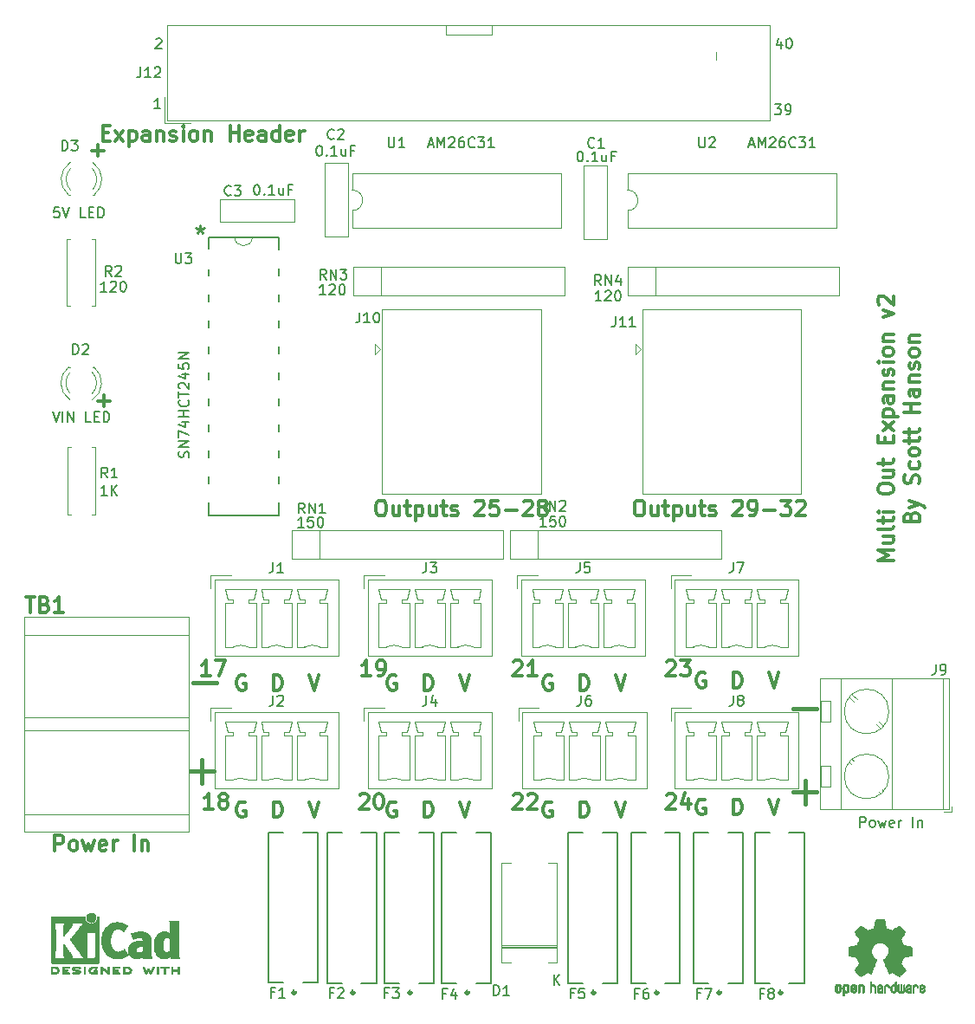
<source format=gbr>
G04 #@! TF.GenerationSoftware,KiCad,Pcbnew,(5.1.5)-3*
G04 #@! TF.CreationDate,2019-12-31T00:08:05-05:00*
G04 #@! TF.ProjectId,Multi_Expansion,4d756c74-695f-4457-9870-616e73696f6e,v2*
G04 #@! TF.SameCoordinates,Original*
G04 #@! TF.FileFunction,Legend,Top*
G04 #@! TF.FilePolarity,Positive*
%FSLAX46Y46*%
G04 Gerber Fmt 4.6, Leading zero omitted, Abs format (unit mm)*
G04 Created by KiCad (PCBNEW (5.1.5)-3) date 2019-12-31 00:08:05*
%MOMM*%
%LPD*%
G04 APERTURE LIST*
%ADD10C,0.400000*%
%ADD11C,0.150000*%
%ADD12C,0.120000*%
%ADD13C,0.300000*%
%ADD14C,0.010000*%
%ADD15C,0.152400*%
%ADD16C,0.127000*%
%ADD17C,0.250000*%
G04 APERTURE END LIST*
D10*
X143158142Y-133032085D02*
X145443857Y-133032085D01*
X144301000Y-134174942D02*
X144301000Y-131889228D01*
X143158142Y-124932085D02*
X145443857Y-124932085D01*
D11*
X141321476Y-65840180D02*
X141940523Y-65840180D01*
X141607190Y-66221133D01*
X141750047Y-66221133D01*
X141845285Y-66268752D01*
X141892904Y-66316371D01*
X141940523Y-66411609D01*
X141940523Y-66649704D01*
X141892904Y-66744942D01*
X141845285Y-66792561D01*
X141750047Y-66840180D01*
X141464333Y-66840180D01*
X141369095Y-66792561D01*
X141321476Y-66744942D01*
X142416714Y-66840180D02*
X142607190Y-66840180D01*
X142702428Y-66792561D01*
X142750047Y-66744942D01*
X142845285Y-66602085D01*
X142892904Y-66411609D01*
X142892904Y-66030657D01*
X142845285Y-65935419D01*
X142797666Y-65887800D01*
X142702428Y-65840180D01*
X142511952Y-65840180D01*
X142416714Y-65887800D01*
X142369095Y-65935419D01*
X142321476Y-66030657D01*
X142321476Y-66268752D01*
X142369095Y-66363990D01*
X142416714Y-66411609D01*
X142511952Y-66459228D01*
X142702428Y-66459228D01*
X142797666Y-66411609D01*
X142845285Y-66363990D01*
X142892904Y-66268752D01*
X141955285Y-59703514D02*
X141955285Y-60370180D01*
X141717190Y-59322561D02*
X141479095Y-60036847D01*
X142098142Y-60036847D01*
X142669571Y-59370180D02*
X142764809Y-59370180D01*
X142860047Y-59417800D01*
X142907666Y-59465419D01*
X142955285Y-59560657D01*
X143002904Y-59751133D01*
X143002904Y-59989228D01*
X142955285Y-60179704D01*
X142907666Y-60274942D01*
X142860047Y-60322561D01*
X142764809Y-60370180D01*
X142669571Y-60370180D01*
X142574333Y-60322561D01*
X142526714Y-60274942D01*
X142479095Y-60179704D01*
X142431476Y-59989228D01*
X142431476Y-59751133D01*
X142479095Y-59560657D01*
X142526714Y-59465419D01*
X142574333Y-59417800D01*
X142669571Y-59370180D01*
X81246714Y-66220180D02*
X80675285Y-66220180D01*
X80961000Y-66220180D02*
X80961000Y-65220180D01*
X80865761Y-65363038D01*
X80770523Y-65458276D01*
X80675285Y-65505895D01*
D12*
X109154600Y-59000600D02*
X113654600Y-59000600D01*
X135601000Y-61517800D02*
X135601000Y-60717800D01*
D13*
X115758142Y-133339228D02*
X115829571Y-133267800D01*
X115972428Y-133196371D01*
X116329571Y-133196371D01*
X116472428Y-133267800D01*
X116543857Y-133339228D01*
X116615285Y-133482085D01*
X116615285Y-133624942D01*
X116543857Y-133839228D01*
X115686714Y-134696371D01*
X116615285Y-134696371D01*
X117186714Y-133339228D02*
X117258142Y-133267800D01*
X117401000Y-133196371D01*
X117758142Y-133196371D01*
X117901000Y-133267800D01*
X117972428Y-133339228D01*
X118043857Y-133482085D01*
X118043857Y-133624942D01*
X117972428Y-133839228D01*
X117115285Y-134696371D01*
X118043857Y-134696371D01*
X100758142Y-133339228D02*
X100829571Y-133267800D01*
X100972428Y-133196371D01*
X101329571Y-133196371D01*
X101472428Y-133267800D01*
X101543857Y-133339228D01*
X101615285Y-133482085D01*
X101615285Y-133624942D01*
X101543857Y-133839228D01*
X100686714Y-134696371D01*
X101615285Y-134696371D01*
X102543857Y-133196371D02*
X102686714Y-133196371D01*
X102829571Y-133267800D01*
X102901000Y-133339228D01*
X102972428Y-133482085D01*
X103043857Y-133767800D01*
X103043857Y-134124942D01*
X102972428Y-134410657D01*
X102901000Y-134553514D01*
X102829571Y-134624942D01*
X102686714Y-134696371D01*
X102543857Y-134696371D01*
X102401000Y-134624942D01*
X102329571Y-134553514D01*
X102258142Y-134410657D01*
X102186714Y-134124942D01*
X102186714Y-133767800D01*
X102258142Y-133482085D01*
X102329571Y-133339228D01*
X102401000Y-133267800D01*
X102543857Y-133196371D01*
X115758142Y-120339228D02*
X115829571Y-120267800D01*
X115972428Y-120196371D01*
X116329571Y-120196371D01*
X116472428Y-120267800D01*
X116543857Y-120339228D01*
X116615285Y-120482085D01*
X116615285Y-120624942D01*
X116543857Y-120839228D01*
X115686714Y-121696371D01*
X116615285Y-121696371D01*
X118043857Y-121696371D02*
X117186714Y-121696371D01*
X117615285Y-121696371D02*
X117615285Y-120196371D01*
X117472428Y-120410657D01*
X117329571Y-120553514D01*
X117186714Y-120624942D01*
X101815285Y-121696371D02*
X100958142Y-121696371D01*
X101386714Y-121696371D02*
X101386714Y-120196371D01*
X101243857Y-120410657D01*
X101101000Y-120553514D01*
X100958142Y-120624942D01*
X102529571Y-121696371D02*
X102815285Y-121696371D01*
X102958142Y-121624942D01*
X103029571Y-121553514D01*
X103172428Y-121339228D01*
X103243857Y-121053514D01*
X103243857Y-120482085D01*
X103172428Y-120339228D01*
X103101000Y-120267800D01*
X102958142Y-120196371D01*
X102672428Y-120196371D01*
X102529571Y-120267800D01*
X102458142Y-120339228D01*
X102386714Y-120482085D01*
X102386714Y-120839228D01*
X102458142Y-120982085D01*
X102529571Y-121053514D01*
X102672428Y-121124942D01*
X102958142Y-121124942D01*
X103101000Y-121053514D01*
X103172428Y-120982085D01*
X103243857Y-120839228D01*
X130758142Y-120339228D02*
X130829571Y-120267800D01*
X130972428Y-120196371D01*
X131329571Y-120196371D01*
X131472428Y-120267800D01*
X131543857Y-120339228D01*
X131615285Y-120482085D01*
X131615285Y-120624942D01*
X131543857Y-120839228D01*
X130686714Y-121696371D01*
X131615285Y-121696371D01*
X132115285Y-120196371D02*
X133043857Y-120196371D01*
X132543857Y-120767800D01*
X132758142Y-120767800D01*
X132901000Y-120839228D01*
X132972428Y-120910657D01*
X133043857Y-121053514D01*
X133043857Y-121410657D01*
X132972428Y-121553514D01*
X132901000Y-121624942D01*
X132758142Y-121696371D01*
X132329571Y-121696371D01*
X132186714Y-121624942D01*
X132115285Y-121553514D01*
X130758142Y-133339228D02*
X130829571Y-133267800D01*
X130972428Y-133196371D01*
X131329571Y-133196371D01*
X131472428Y-133267800D01*
X131543857Y-133339228D01*
X131615285Y-133482085D01*
X131615285Y-133624942D01*
X131543857Y-133839228D01*
X130686714Y-134696371D01*
X131615285Y-134696371D01*
X132901000Y-133696371D02*
X132901000Y-134696371D01*
X132543857Y-133124942D02*
X132186714Y-134196371D01*
X133115285Y-134196371D01*
X86415285Y-134696371D02*
X85558142Y-134696371D01*
X85986714Y-134696371D02*
X85986714Y-133196371D01*
X85843857Y-133410657D01*
X85701000Y-133553514D01*
X85558142Y-133624942D01*
X87272428Y-133839228D02*
X87129571Y-133767800D01*
X87058142Y-133696371D01*
X86986714Y-133553514D01*
X86986714Y-133482085D01*
X87058142Y-133339228D01*
X87129571Y-133267800D01*
X87272428Y-133196371D01*
X87558142Y-133196371D01*
X87701000Y-133267800D01*
X87772428Y-133339228D01*
X87843857Y-133482085D01*
X87843857Y-133553514D01*
X87772428Y-133696371D01*
X87701000Y-133767800D01*
X87558142Y-133839228D01*
X87272428Y-133839228D01*
X87129571Y-133910657D01*
X87058142Y-133982085D01*
X86986714Y-134124942D01*
X86986714Y-134410657D01*
X87058142Y-134553514D01*
X87129571Y-134624942D01*
X87272428Y-134696371D01*
X87558142Y-134696371D01*
X87701000Y-134624942D01*
X87772428Y-134553514D01*
X87843857Y-134410657D01*
X87843857Y-134124942D01*
X87772428Y-133982085D01*
X87701000Y-133910657D01*
X87558142Y-133839228D01*
X86115285Y-121696371D02*
X85258142Y-121696371D01*
X85686714Y-121696371D02*
X85686714Y-120196371D01*
X85543857Y-120410657D01*
X85401000Y-120553514D01*
X85258142Y-120624942D01*
X86615285Y-120196371D02*
X87615285Y-120196371D01*
X86972428Y-121696371D01*
X102701000Y-104546371D02*
X102986714Y-104546371D01*
X103129571Y-104617800D01*
X103272428Y-104760657D01*
X103343857Y-105046371D01*
X103343857Y-105546371D01*
X103272428Y-105832085D01*
X103129571Y-105974942D01*
X102986714Y-106046371D01*
X102701000Y-106046371D01*
X102558142Y-105974942D01*
X102415285Y-105832085D01*
X102343857Y-105546371D01*
X102343857Y-105046371D01*
X102415285Y-104760657D01*
X102558142Y-104617800D01*
X102701000Y-104546371D01*
X104629571Y-105046371D02*
X104629571Y-106046371D01*
X103986714Y-105046371D02*
X103986714Y-105832085D01*
X104058142Y-105974942D01*
X104201000Y-106046371D01*
X104415285Y-106046371D01*
X104558142Y-105974942D01*
X104629571Y-105903514D01*
X105129571Y-105046371D02*
X105701000Y-105046371D01*
X105343857Y-104546371D02*
X105343857Y-105832085D01*
X105415285Y-105974942D01*
X105558142Y-106046371D01*
X105701000Y-106046371D01*
X106201000Y-105046371D02*
X106201000Y-106546371D01*
X106201000Y-105117800D02*
X106343857Y-105046371D01*
X106629571Y-105046371D01*
X106772428Y-105117800D01*
X106843857Y-105189228D01*
X106915285Y-105332085D01*
X106915285Y-105760657D01*
X106843857Y-105903514D01*
X106772428Y-105974942D01*
X106629571Y-106046371D01*
X106343857Y-106046371D01*
X106201000Y-105974942D01*
X108201000Y-105046371D02*
X108201000Y-106046371D01*
X107558142Y-105046371D02*
X107558142Y-105832085D01*
X107629571Y-105974942D01*
X107772428Y-106046371D01*
X107986714Y-106046371D01*
X108129571Y-105974942D01*
X108201000Y-105903514D01*
X108701000Y-105046371D02*
X109272428Y-105046371D01*
X108915285Y-104546371D02*
X108915285Y-105832085D01*
X108986714Y-105974942D01*
X109129571Y-106046371D01*
X109272428Y-106046371D01*
X109701000Y-105974942D02*
X109843857Y-106046371D01*
X110129571Y-106046371D01*
X110272428Y-105974942D01*
X110343857Y-105832085D01*
X110343857Y-105760657D01*
X110272428Y-105617800D01*
X110129571Y-105546371D01*
X109915285Y-105546371D01*
X109772428Y-105474942D01*
X109701000Y-105332085D01*
X109701000Y-105260657D01*
X109772428Y-105117800D01*
X109915285Y-105046371D01*
X110129571Y-105046371D01*
X110272428Y-105117800D01*
X112058142Y-104689228D02*
X112129571Y-104617800D01*
X112272428Y-104546371D01*
X112629571Y-104546371D01*
X112772428Y-104617800D01*
X112843857Y-104689228D01*
X112915285Y-104832085D01*
X112915285Y-104974942D01*
X112843857Y-105189228D01*
X111986714Y-106046371D01*
X112915285Y-106046371D01*
X114272428Y-104546371D02*
X113558142Y-104546371D01*
X113486714Y-105260657D01*
X113558142Y-105189228D01*
X113701000Y-105117800D01*
X114058142Y-105117800D01*
X114201000Y-105189228D01*
X114272428Y-105260657D01*
X114343857Y-105403514D01*
X114343857Y-105760657D01*
X114272428Y-105903514D01*
X114201000Y-105974942D01*
X114058142Y-106046371D01*
X113701000Y-106046371D01*
X113558142Y-105974942D01*
X113486714Y-105903514D01*
X114986714Y-105474942D02*
X116129571Y-105474942D01*
X116772428Y-104689228D02*
X116843857Y-104617800D01*
X116986714Y-104546371D01*
X117343857Y-104546371D01*
X117486714Y-104617800D01*
X117558142Y-104689228D01*
X117629571Y-104832085D01*
X117629571Y-104974942D01*
X117558142Y-105189228D01*
X116701000Y-106046371D01*
X117629571Y-106046371D01*
X118486714Y-105189228D02*
X118343857Y-105117800D01*
X118272428Y-105046371D01*
X118201000Y-104903514D01*
X118201000Y-104832085D01*
X118272428Y-104689228D01*
X118343857Y-104617800D01*
X118486714Y-104546371D01*
X118772428Y-104546371D01*
X118915285Y-104617800D01*
X118986714Y-104689228D01*
X119058142Y-104832085D01*
X119058142Y-104903514D01*
X118986714Y-105046371D01*
X118915285Y-105117800D01*
X118772428Y-105189228D01*
X118486714Y-105189228D01*
X118343857Y-105260657D01*
X118272428Y-105332085D01*
X118201000Y-105474942D01*
X118201000Y-105760657D01*
X118272428Y-105903514D01*
X118343857Y-105974942D01*
X118486714Y-106046371D01*
X118772428Y-106046371D01*
X118915285Y-105974942D01*
X118986714Y-105903514D01*
X119058142Y-105760657D01*
X119058142Y-105474942D01*
X118986714Y-105332085D01*
X118915285Y-105260657D01*
X118772428Y-105189228D01*
X127951000Y-104546371D02*
X128236714Y-104546371D01*
X128379571Y-104617800D01*
X128522428Y-104760657D01*
X128593857Y-105046371D01*
X128593857Y-105546371D01*
X128522428Y-105832085D01*
X128379571Y-105974942D01*
X128236714Y-106046371D01*
X127951000Y-106046371D01*
X127808142Y-105974942D01*
X127665285Y-105832085D01*
X127593857Y-105546371D01*
X127593857Y-105046371D01*
X127665285Y-104760657D01*
X127808142Y-104617800D01*
X127951000Y-104546371D01*
X129879571Y-105046371D02*
X129879571Y-106046371D01*
X129236714Y-105046371D02*
X129236714Y-105832085D01*
X129308142Y-105974942D01*
X129451000Y-106046371D01*
X129665285Y-106046371D01*
X129808142Y-105974942D01*
X129879571Y-105903514D01*
X130379571Y-105046371D02*
X130951000Y-105046371D01*
X130593857Y-104546371D02*
X130593857Y-105832085D01*
X130665285Y-105974942D01*
X130808142Y-106046371D01*
X130951000Y-106046371D01*
X131451000Y-105046371D02*
X131451000Y-106546371D01*
X131451000Y-105117800D02*
X131593857Y-105046371D01*
X131879571Y-105046371D01*
X132022428Y-105117800D01*
X132093857Y-105189228D01*
X132165285Y-105332085D01*
X132165285Y-105760657D01*
X132093857Y-105903514D01*
X132022428Y-105974942D01*
X131879571Y-106046371D01*
X131593857Y-106046371D01*
X131451000Y-105974942D01*
X133451000Y-105046371D02*
X133451000Y-106046371D01*
X132808142Y-105046371D02*
X132808142Y-105832085D01*
X132879571Y-105974942D01*
X133022428Y-106046371D01*
X133236714Y-106046371D01*
X133379571Y-105974942D01*
X133451000Y-105903514D01*
X133951000Y-105046371D02*
X134522428Y-105046371D01*
X134165285Y-104546371D02*
X134165285Y-105832085D01*
X134236714Y-105974942D01*
X134379571Y-106046371D01*
X134522428Y-106046371D01*
X134951000Y-105974942D02*
X135093857Y-106046371D01*
X135379571Y-106046371D01*
X135522428Y-105974942D01*
X135593857Y-105832085D01*
X135593857Y-105760657D01*
X135522428Y-105617800D01*
X135379571Y-105546371D01*
X135165285Y-105546371D01*
X135022428Y-105474942D01*
X134951000Y-105332085D01*
X134951000Y-105260657D01*
X135022428Y-105117800D01*
X135165285Y-105046371D01*
X135379571Y-105046371D01*
X135522428Y-105117800D01*
X137308142Y-104689228D02*
X137379571Y-104617800D01*
X137522428Y-104546371D01*
X137879571Y-104546371D01*
X138022428Y-104617800D01*
X138093857Y-104689228D01*
X138165285Y-104832085D01*
X138165285Y-104974942D01*
X138093857Y-105189228D01*
X137236714Y-106046371D01*
X138165285Y-106046371D01*
X138879571Y-106046371D02*
X139165285Y-106046371D01*
X139308142Y-105974942D01*
X139379571Y-105903514D01*
X139522428Y-105689228D01*
X139593857Y-105403514D01*
X139593857Y-104832085D01*
X139522428Y-104689228D01*
X139451000Y-104617800D01*
X139308142Y-104546371D01*
X139022428Y-104546371D01*
X138879571Y-104617800D01*
X138808142Y-104689228D01*
X138736714Y-104832085D01*
X138736714Y-105189228D01*
X138808142Y-105332085D01*
X138879571Y-105403514D01*
X139022428Y-105474942D01*
X139308142Y-105474942D01*
X139451000Y-105403514D01*
X139522428Y-105332085D01*
X139593857Y-105189228D01*
X140236714Y-105474942D02*
X141379571Y-105474942D01*
X141951000Y-104546371D02*
X142879571Y-104546371D01*
X142379571Y-105117800D01*
X142593857Y-105117800D01*
X142736714Y-105189228D01*
X142808142Y-105260657D01*
X142879571Y-105403514D01*
X142879571Y-105760657D01*
X142808142Y-105903514D01*
X142736714Y-105974942D01*
X142593857Y-106046371D01*
X142165285Y-106046371D01*
X142022428Y-105974942D01*
X141951000Y-105903514D01*
X143451000Y-104689228D02*
X143522428Y-104617800D01*
X143665285Y-104546371D01*
X144022428Y-104546371D01*
X144165285Y-104617800D01*
X144236714Y-104689228D01*
X144308142Y-104832085D01*
X144308142Y-104974942D01*
X144236714Y-105189228D01*
X143379571Y-106046371D01*
X144308142Y-106046371D01*
X74579571Y-70344942D02*
X75722428Y-70344942D01*
X75151000Y-70916371D02*
X75151000Y-69773514D01*
D11*
X80805285Y-59485419D02*
X80852904Y-59437800D01*
X80948142Y-59390180D01*
X81186238Y-59390180D01*
X81281476Y-59437800D01*
X81329095Y-59485419D01*
X81376714Y-59580657D01*
X81376714Y-59675895D01*
X81329095Y-59818752D01*
X80757666Y-60390180D01*
X81376714Y-60390180D01*
D12*
X113654600Y-59000600D02*
X113654600Y-58200600D01*
X109154600Y-58200600D02*
X109154600Y-59000600D01*
D13*
X75748142Y-95389228D02*
X75748142Y-94246371D01*
X76319571Y-94817800D02*
X75176714Y-94817800D01*
X152904571Y-110410657D02*
X151404571Y-110410657D01*
X152476000Y-109910657D01*
X151404571Y-109410657D01*
X152904571Y-109410657D01*
X151904571Y-108053514D02*
X152904571Y-108053514D01*
X151904571Y-108696371D02*
X152690285Y-108696371D01*
X152833142Y-108624942D01*
X152904571Y-108482085D01*
X152904571Y-108267800D01*
X152833142Y-108124942D01*
X152761714Y-108053514D01*
X152904571Y-107124942D02*
X152833142Y-107267800D01*
X152690285Y-107339228D01*
X151404571Y-107339228D01*
X151904571Y-106767800D02*
X151904571Y-106196371D01*
X151404571Y-106553514D02*
X152690285Y-106553514D01*
X152833142Y-106482085D01*
X152904571Y-106339228D01*
X152904571Y-106196371D01*
X152904571Y-105696371D02*
X151904571Y-105696371D01*
X151404571Y-105696371D02*
X151476000Y-105767800D01*
X151547428Y-105696371D01*
X151476000Y-105624942D01*
X151404571Y-105696371D01*
X151547428Y-105696371D01*
X151404571Y-103553514D02*
X151404571Y-103267800D01*
X151476000Y-103124942D01*
X151618857Y-102982085D01*
X151904571Y-102910657D01*
X152404571Y-102910657D01*
X152690285Y-102982085D01*
X152833142Y-103124942D01*
X152904571Y-103267800D01*
X152904571Y-103553514D01*
X152833142Y-103696371D01*
X152690285Y-103839228D01*
X152404571Y-103910657D01*
X151904571Y-103910657D01*
X151618857Y-103839228D01*
X151476000Y-103696371D01*
X151404571Y-103553514D01*
X151904571Y-101624942D02*
X152904571Y-101624942D01*
X151904571Y-102267800D02*
X152690285Y-102267800D01*
X152833142Y-102196371D01*
X152904571Y-102053514D01*
X152904571Y-101839228D01*
X152833142Y-101696371D01*
X152761714Y-101624942D01*
X151904571Y-101124942D02*
X151904571Y-100553514D01*
X151404571Y-100910657D02*
X152690285Y-100910657D01*
X152833142Y-100839228D01*
X152904571Y-100696371D01*
X152904571Y-100553514D01*
X152118857Y-98910657D02*
X152118857Y-98410657D01*
X152904571Y-98196371D02*
X152904571Y-98910657D01*
X151404571Y-98910657D01*
X151404571Y-98196371D01*
X152904571Y-97696371D02*
X151904571Y-96910657D01*
X151904571Y-97696371D02*
X152904571Y-96910657D01*
X151904571Y-96339228D02*
X153404571Y-96339228D01*
X151976000Y-96339228D02*
X151904571Y-96196371D01*
X151904571Y-95910657D01*
X151976000Y-95767800D01*
X152047428Y-95696371D01*
X152190285Y-95624942D01*
X152618857Y-95624942D01*
X152761714Y-95696371D01*
X152833142Y-95767800D01*
X152904571Y-95910657D01*
X152904571Y-96196371D01*
X152833142Y-96339228D01*
X152904571Y-94339228D02*
X152118857Y-94339228D01*
X151976000Y-94410657D01*
X151904571Y-94553514D01*
X151904571Y-94839228D01*
X151976000Y-94982085D01*
X152833142Y-94339228D02*
X152904571Y-94482085D01*
X152904571Y-94839228D01*
X152833142Y-94982085D01*
X152690285Y-95053514D01*
X152547428Y-95053514D01*
X152404571Y-94982085D01*
X152333142Y-94839228D01*
X152333142Y-94482085D01*
X152261714Y-94339228D01*
X151904571Y-93624942D02*
X152904571Y-93624942D01*
X152047428Y-93624942D02*
X151976000Y-93553514D01*
X151904571Y-93410657D01*
X151904571Y-93196371D01*
X151976000Y-93053514D01*
X152118857Y-92982085D01*
X152904571Y-92982085D01*
X152833142Y-92339228D02*
X152904571Y-92196371D01*
X152904571Y-91910657D01*
X152833142Y-91767800D01*
X152690285Y-91696371D01*
X152618857Y-91696371D01*
X152476000Y-91767800D01*
X152404571Y-91910657D01*
X152404571Y-92124942D01*
X152333142Y-92267800D01*
X152190285Y-92339228D01*
X152118857Y-92339228D01*
X151976000Y-92267800D01*
X151904571Y-92124942D01*
X151904571Y-91910657D01*
X151976000Y-91767800D01*
X152904571Y-91053514D02*
X151904571Y-91053514D01*
X151404571Y-91053514D02*
X151476000Y-91124942D01*
X151547428Y-91053514D01*
X151476000Y-90982085D01*
X151404571Y-91053514D01*
X151547428Y-91053514D01*
X152904571Y-90124942D02*
X152833142Y-90267800D01*
X152761714Y-90339228D01*
X152618857Y-90410657D01*
X152190285Y-90410657D01*
X152047428Y-90339228D01*
X151976000Y-90267800D01*
X151904571Y-90124942D01*
X151904571Y-89910657D01*
X151976000Y-89767800D01*
X152047428Y-89696371D01*
X152190285Y-89624942D01*
X152618857Y-89624942D01*
X152761714Y-89696371D01*
X152833142Y-89767800D01*
X152904571Y-89910657D01*
X152904571Y-90124942D01*
X151904571Y-88982085D02*
X152904571Y-88982085D01*
X152047428Y-88982085D02*
X151976000Y-88910657D01*
X151904571Y-88767800D01*
X151904571Y-88553514D01*
X151976000Y-88410657D01*
X152118857Y-88339228D01*
X152904571Y-88339228D01*
X151904571Y-86624942D02*
X152904571Y-86267800D01*
X151904571Y-85910657D01*
X151547428Y-85410657D02*
X151476000Y-85339228D01*
X151404571Y-85196371D01*
X151404571Y-84839228D01*
X151476000Y-84696371D01*
X151547428Y-84624942D01*
X151690285Y-84553514D01*
X151833142Y-84553514D01*
X152047428Y-84624942D01*
X152904571Y-85482085D01*
X152904571Y-84553514D01*
X154668857Y-106124942D02*
X154740285Y-105910657D01*
X154811714Y-105839228D01*
X154954571Y-105767800D01*
X155168857Y-105767800D01*
X155311714Y-105839228D01*
X155383142Y-105910657D01*
X155454571Y-106053514D01*
X155454571Y-106624942D01*
X153954571Y-106624942D01*
X153954571Y-106124942D01*
X154026000Y-105982085D01*
X154097428Y-105910657D01*
X154240285Y-105839228D01*
X154383142Y-105839228D01*
X154526000Y-105910657D01*
X154597428Y-105982085D01*
X154668857Y-106124942D01*
X154668857Y-106624942D01*
X154454571Y-105267800D02*
X155454571Y-104910657D01*
X154454571Y-104553514D02*
X155454571Y-104910657D01*
X155811714Y-105053514D01*
X155883142Y-105124942D01*
X155954571Y-105267800D01*
X155383142Y-102910657D02*
X155454571Y-102696371D01*
X155454571Y-102339228D01*
X155383142Y-102196371D01*
X155311714Y-102124942D01*
X155168857Y-102053514D01*
X155026000Y-102053514D01*
X154883142Y-102124942D01*
X154811714Y-102196371D01*
X154740285Y-102339228D01*
X154668857Y-102624942D01*
X154597428Y-102767800D01*
X154526000Y-102839228D01*
X154383142Y-102910657D01*
X154240285Y-102910657D01*
X154097428Y-102839228D01*
X154026000Y-102767800D01*
X153954571Y-102624942D01*
X153954571Y-102267800D01*
X154026000Y-102053514D01*
X155383142Y-100767800D02*
X155454571Y-100910657D01*
X155454571Y-101196371D01*
X155383142Y-101339228D01*
X155311714Y-101410657D01*
X155168857Y-101482085D01*
X154740285Y-101482085D01*
X154597428Y-101410657D01*
X154526000Y-101339228D01*
X154454571Y-101196371D01*
X154454571Y-100910657D01*
X154526000Y-100767800D01*
X155454571Y-99910657D02*
X155383142Y-100053514D01*
X155311714Y-100124942D01*
X155168857Y-100196371D01*
X154740285Y-100196371D01*
X154597428Y-100124942D01*
X154526000Y-100053514D01*
X154454571Y-99910657D01*
X154454571Y-99696371D01*
X154526000Y-99553514D01*
X154597428Y-99482085D01*
X154740285Y-99410657D01*
X155168857Y-99410657D01*
X155311714Y-99482085D01*
X155383142Y-99553514D01*
X155454571Y-99696371D01*
X155454571Y-99910657D01*
X154454571Y-98982085D02*
X154454571Y-98410657D01*
X153954571Y-98767800D02*
X155240285Y-98767800D01*
X155383142Y-98696371D01*
X155454571Y-98553514D01*
X155454571Y-98410657D01*
X154454571Y-98124942D02*
X154454571Y-97553514D01*
X153954571Y-97910657D02*
X155240285Y-97910657D01*
X155383142Y-97839228D01*
X155454571Y-97696371D01*
X155454571Y-97553514D01*
X155454571Y-95910657D02*
X153954571Y-95910657D01*
X154668857Y-95910657D02*
X154668857Y-95053514D01*
X155454571Y-95053514D02*
X153954571Y-95053514D01*
X155454571Y-93696371D02*
X154668857Y-93696371D01*
X154526000Y-93767800D01*
X154454571Y-93910657D01*
X154454571Y-94196371D01*
X154526000Y-94339228D01*
X155383142Y-93696371D02*
X155454571Y-93839228D01*
X155454571Y-94196371D01*
X155383142Y-94339228D01*
X155240285Y-94410657D01*
X155097428Y-94410657D01*
X154954571Y-94339228D01*
X154883142Y-94196371D01*
X154883142Y-93839228D01*
X154811714Y-93696371D01*
X154454571Y-92982085D02*
X155454571Y-92982085D01*
X154597428Y-92982085D02*
X154526000Y-92910657D01*
X154454571Y-92767800D01*
X154454571Y-92553514D01*
X154526000Y-92410657D01*
X154668857Y-92339228D01*
X155454571Y-92339228D01*
X155383142Y-91696371D02*
X155454571Y-91553514D01*
X155454571Y-91267800D01*
X155383142Y-91124942D01*
X155240285Y-91053514D01*
X155168857Y-91053514D01*
X155026000Y-91124942D01*
X154954571Y-91267800D01*
X154954571Y-91482085D01*
X154883142Y-91624942D01*
X154740285Y-91696371D01*
X154668857Y-91696371D01*
X154526000Y-91624942D01*
X154454571Y-91482085D01*
X154454571Y-91267800D01*
X154526000Y-91124942D01*
X155454571Y-90196371D02*
X155383142Y-90339228D01*
X155311714Y-90410657D01*
X155168857Y-90482085D01*
X154740285Y-90482085D01*
X154597428Y-90410657D01*
X154526000Y-90339228D01*
X154454571Y-90196371D01*
X154454571Y-89982085D01*
X154526000Y-89839228D01*
X154597428Y-89767800D01*
X154740285Y-89696371D01*
X155168857Y-89696371D01*
X155311714Y-89767800D01*
X155383142Y-89839228D01*
X155454571Y-89982085D01*
X155454571Y-90196371D01*
X154454571Y-89053514D02*
X155454571Y-89053514D01*
X154597428Y-89053514D02*
X154526000Y-88982085D01*
X154454571Y-88839228D01*
X154454571Y-88624942D01*
X154526000Y-88482085D01*
X154668857Y-88410657D01*
X155454571Y-88410657D01*
X125738000Y-134006571D02*
X126238000Y-135506571D01*
X126738000Y-134006571D01*
X140724000Y-133752571D02*
X141224000Y-135252571D01*
X141724000Y-133752571D01*
X92317142Y-135506571D02*
X92317142Y-134006571D01*
X92674285Y-134006571D01*
X92888571Y-134078000D01*
X93031428Y-134220857D01*
X93102857Y-134363714D01*
X93174285Y-134649428D01*
X93174285Y-134863714D01*
X93102857Y-135149428D01*
X93031428Y-135292285D01*
X92888571Y-135435142D01*
X92674285Y-135506571D01*
X92317142Y-135506571D01*
X89546857Y-134078000D02*
X89404000Y-134006571D01*
X89189714Y-134006571D01*
X88975428Y-134078000D01*
X88832571Y-134220857D01*
X88761142Y-134363714D01*
X88689714Y-134649428D01*
X88689714Y-134863714D01*
X88761142Y-135149428D01*
X88832571Y-135292285D01*
X88975428Y-135435142D01*
X89189714Y-135506571D01*
X89332571Y-135506571D01*
X89546857Y-135435142D01*
X89618285Y-135363714D01*
X89618285Y-134863714D01*
X89332571Y-134863714D01*
X110498000Y-134006571D02*
X110998000Y-135506571D01*
X111498000Y-134006571D01*
X134504857Y-133824000D02*
X134362000Y-133752571D01*
X134147714Y-133752571D01*
X133933428Y-133824000D01*
X133790571Y-133966857D01*
X133719142Y-134109714D01*
X133647714Y-134395428D01*
X133647714Y-134609714D01*
X133719142Y-134895428D01*
X133790571Y-135038285D01*
X133933428Y-135181142D01*
X134147714Y-135252571D01*
X134290571Y-135252571D01*
X134504857Y-135181142D01*
X134576285Y-135109714D01*
X134576285Y-134609714D01*
X134290571Y-134609714D01*
X95766000Y-134006571D02*
X96266000Y-135506571D01*
X96766000Y-134006571D01*
X107049142Y-135506571D02*
X107049142Y-134006571D01*
X107406285Y-134006571D01*
X107620571Y-134078000D01*
X107763428Y-134220857D01*
X107834857Y-134363714D01*
X107906285Y-134649428D01*
X107906285Y-134863714D01*
X107834857Y-135149428D01*
X107763428Y-135292285D01*
X107620571Y-135435142D01*
X107406285Y-135506571D01*
X107049142Y-135506571D01*
X137275142Y-135252571D02*
X137275142Y-133752571D01*
X137632285Y-133752571D01*
X137846571Y-133824000D01*
X137989428Y-133966857D01*
X138060857Y-134109714D01*
X138132285Y-134395428D01*
X138132285Y-134609714D01*
X138060857Y-134895428D01*
X137989428Y-135038285D01*
X137846571Y-135181142D01*
X137632285Y-135252571D01*
X137275142Y-135252571D01*
X119518857Y-134078000D02*
X119376000Y-134006571D01*
X119161714Y-134006571D01*
X118947428Y-134078000D01*
X118804571Y-134220857D01*
X118733142Y-134363714D01*
X118661714Y-134649428D01*
X118661714Y-134863714D01*
X118733142Y-135149428D01*
X118804571Y-135292285D01*
X118947428Y-135435142D01*
X119161714Y-135506571D01*
X119304571Y-135506571D01*
X119518857Y-135435142D01*
X119590285Y-135363714D01*
X119590285Y-134863714D01*
X119304571Y-134863714D01*
X122289142Y-135506571D02*
X122289142Y-134006571D01*
X122646285Y-134006571D01*
X122860571Y-134078000D01*
X123003428Y-134220857D01*
X123074857Y-134363714D01*
X123146285Y-134649428D01*
X123146285Y-134863714D01*
X123074857Y-135149428D01*
X123003428Y-135292285D01*
X122860571Y-135435142D01*
X122646285Y-135506571D01*
X122289142Y-135506571D01*
X104278857Y-134078000D02*
X104136000Y-134006571D01*
X103921714Y-134006571D01*
X103707428Y-134078000D01*
X103564571Y-134220857D01*
X103493142Y-134363714D01*
X103421714Y-134649428D01*
X103421714Y-134863714D01*
X103493142Y-135149428D01*
X103564571Y-135292285D01*
X103707428Y-135435142D01*
X103921714Y-135506571D01*
X104064571Y-135506571D01*
X104278857Y-135435142D01*
X104350285Y-135363714D01*
X104350285Y-134863714D01*
X104064571Y-134863714D01*
D10*
X84158142Y-131032085D02*
X86443857Y-131032085D01*
X85301000Y-132174942D02*
X85301000Y-129889228D01*
X84458142Y-122332085D02*
X86743857Y-122332085D01*
D13*
X95766000Y-121606571D02*
X96266000Y-123106571D01*
X96766000Y-121606571D01*
X89546857Y-121678000D02*
X89404000Y-121606571D01*
X89189714Y-121606571D01*
X88975428Y-121678000D01*
X88832571Y-121820857D01*
X88761142Y-121963714D01*
X88689714Y-122249428D01*
X88689714Y-122463714D01*
X88761142Y-122749428D01*
X88832571Y-122892285D01*
X88975428Y-123035142D01*
X89189714Y-123106571D01*
X89332571Y-123106571D01*
X89546857Y-123035142D01*
X89618285Y-122963714D01*
X89618285Y-122463714D01*
X89332571Y-122463714D01*
X92317142Y-123106571D02*
X92317142Y-121606571D01*
X92674285Y-121606571D01*
X92888571Y-121678000D01*
X93031428Y-121820857D01*
X93102857Y-121963714D01*
X93174285Y-122249428D01*
X93174285Y-122463714D01*
X93102857Y-122749428D01*
X93031428Y-122892285D01*
X92888571Y-123035142D01*
X92674285Y-123106571D01*
X92317142Y-123106571D01*
X110498000Y-121606571D02*
X110998000Y-123106571D01*
X111498000Y-121606571D01*
X104278857Y-121678000D02*
X104136000Y-121606571D01*
X103921714Y-121606571D01*
X103707428Y-121678000D01*
X103564571Y-121820857D01*
X103493142Y-121963714D01*
X103421714Y-122249428D01*
X103421714Y-122463714D01*
X103493142Y-122749428D01*
X103564571Y-122892285D01*
X103707428Y-123035142D01*
X103921714Y-123106571D01*
X104064571Y-123106571D01*
X104278857Y-123035142D01*
X104350285Y-122963714D01*
X104350285Y-122463714D01*
X104064571Y-122463714D01*
X107049142Y-123106571D02*
X107049142Y-121606571D01*
X107406285Y-121606571D01*
X107620571Y-121678000D01*
X107763428Y-121820857D01*
X107834857Y-121963714D01*
X107906285Y-122249428D01*
X107906285Y-122463714D01*
X107834857Y-122749428D01*
X107763428Y-122892285D01*
X107620571Y-123035142D01*
X107406285Y-123106571D01*
X107049142Y-123106571D01*
X125738000Y-121606571D02*
X126238000Y-123106571D01*
X126738000Y-121606571D01*
X119518857Y-121678000D02*
X119376000Y-121606571D01*
X119161714Y-121606571D01*
X118947428Y-121678000D01*
X118804571Y-121820857D01*
X118733142Y-121963714D01*
X118661714Y-122249428D01*
X118661714Y-122463714D01*
X118733142Y-122749428D01*
X118804571Y-122892285D01*
X118947428Y-123035142D01*
X119161714Y-123106571D01*
X119304571Y-123106571D01*
X119518857Y-123035142D01*
X119590285Y-122963714D01*
X119590285Y-122463714D01*
X119304571Y-122463714D01*
X122289142Y-123106571D02*
X122289142Y-121606571D01*
X122646285Y-121606571D01*
X122860571Y-121678000D01*
X123003428Y-121820857D01*
X123074857Y-121963714D01*
X123146285Y-122249428D01*
X123146285Y-122463714D01*
X123074857Y-122749428D01*
X123003428Y-122892285D01*
X122860571Y-123035142D01*
X122646285Y-123106571D01*
X122289142Y-123106571D01*
X140724000Y-121352571D02*
X141224000Y-122852571D01*
X141724000Y-121352571D01*
X134504857Y-121424000D02*
X134362000Y-121352571D01*
X134147714Y-121352571D01*
X133933428Y-121424000D01*
X133790571Y-121566857D01*
X133719142Y-121709714D01*
X133647714Y-121995428D01*
X133647714Y-122209714D01*
X133719142Y-122495428D01*
X133790571Y-122638285D01*
X133933428Y-122781142D01*
X134147714Y-122852571D01*
X134290571Y-122852571D01*
X134504857Y-122781142D01*
X134576285Y-122709714D01*
X134576285Y-122209714D01*
X134290571Y-122209714D01*
X137275142Y-122852571D02*
X137275142Y-121352571D01*
X137632285Y-121352571D01*
X137846571Y-121424000D01*
X137989428Y-121566857D01*
X138060857Y-121709714D01*
X138132285Y-121995428D01*
X138132285Y-122209714D01*
X138060857Y-122495428D01*
X137989428Y-122638285D01*
X137846571Y-122781142D01*
X137632285Y-122852571D01*
X137275142Y-122852571D01*
D12*
X158601000Y-134992800D02*
X158601000Y-134492800D01*
X157861000Y-134992800D02*
X158601000Y-134992800D01*
X145801000Y-124167800D02*
X146801000Y-124167800D01*
X145801000Y-126167800D02*
X146801000Y-126167800D01*
X146801000Y-126167800D02*
X146801000Y-124167800D01*
X145801000Y-126167800D02*
X145801000Y-124167800D01*
X151263000Y-126394800D02*
X151689000Y-126820800D01*
X148647000Y-123779800D02*
X149073000Y-124205800D01*
X151529000Y-126128800D02*
X151955000Y-126554800D01*
X148913000Y-123513800D02*
X149354000Y-123954800D01*
X145801000Y-130517800D02*
X146801000Y-130517800D01*
X145801000Y-132517800D02*
X146801000Y-132517800D01*
X146801000Y-132517800D02*
X146801000Y-130517800D01*
X145801000Y-132517800D02*
X145801000Y-130517800D01*
X151536000Y-133019800D02*
X151689000Y-133171800D01*
X148647000Y-130129800D02*
X148799000Y-130281800D01*
X151803000Y-132753800D02*
X151955000Y-132905800D01*
X148913000Y-129863800D02*
X149065000Y-130015800D01*
X145741000Y-121932800D02*
X158361000Y-121932800D01*
X145741000Y-134752800D02*
X158361000Y-134752800D01*
X158361000Y-134752800D02*
X158361000Y-121932800D01*
X145741000Y-134752800D02*
X145741000Y-121932800D01*
X147801000Y-134752800D02*
X147801000Y-121932800D01*
X152801000Y-134752800D02*
X152801000Y-121932800D01*
X157801000Y-134752800D02*
X157801000Y-121932800D01*
X152481000Y-125167800D02*
G75*
G03X152481000Y-125167800I-2180000J0D01*
G01*
X152481000Y-131517800D02*
G75*
G03X152481000Y-131517800I-2180000J0D01*
G01*
X67901000Y-135217800D02*
X84001000Y-135217800D01*
X67901000Y-127017800D02*
X84001000Y-127017800D01*
X84001000Y-125717800D02*
X67901000Y-125717800D01*
X67901000Y-117717800D02*
X84001000Y-117717800D01*
X67901000Y-115917800D02*
X67901000Y-136917800D01*
X67901000Y-136917800D02*
X84001000Y-136917800D01*
X84001000Y-136917800D02*
X84001000Y-115917800D01*
X84001000Y-115917800D02*
X67901000Y-115917800D01*
D14*
G36*
X83029823Y-150092333D02*
G01*
X83061202Y-150114576D01*
X83088911Y-150142285D01*
X83088911Y-150451720D01*
X83088838Y-150543599D01*
X83088495Y-150615640D01*
X83087692Y-150670580D01*
X83086241Y-150711160D01*
X83083952Y-150740117D01*
X83080636Y-150760191D01*
X83076105Y-150774121D01*
X83070169Y-150784645D01*
X83065514Y-150790900D01*
X83034783Y-150815473D01*
X82999496Y-150818141D01*
X82967245Y-150803071D01*
X82956588Y-150794174D01*
X82949464Y-150782357D01*
X82945167Y-150763326D01*
X82942991Y-150732792D01*
X82942228Y-150686462D01*
X82942155Y-150650671D01*
X82942155Y-150515845D01*
X82445444Y-150515845D01*
X82445444Y-150638500D01*
X82444931Y-150694587D01*
X82442876Y-150733133D01*
X82438508Y-150759161D01*
X82431056Y-150777697D01*
X82422047Y-150790900D01*
X82391144Y-150815404D01*
X82356196Y-150818306D01*
X82322738Y-150800889D01*
X82313604Y-150791759D01*
X82307152Y-150779655D01*
X82302897Y-150760801D01*
X82300352Y-150731420D01*
X82299029Y-150687737D01*
X82298443Y-150625975D01*
X82298375Y-150611800D01*
X82297891Y-150495431D01*
X82297641Y-150399527D01*
X82297723Y-150321977D01*
X82298231Y-150260669D01*
X82299262Y-150213490D01*
X82300913Y-150178330D01*
X82303279Y-150153076D01*
X82306457Y-150135617D01*
X82310544Y-150123841D01*
X82315634Y-150115635D01*
X82321266Y-150109445D01*
X82353128Y-150089644D01*
X82386357Y-150092333D01*
X82417735Y-150114576D01*
X82430433Y-150128926D01*
X82438526Y-150144778D01*
X82443042Y-150167354D01*
X82445006Y-150201878D01*
X82445444Y-150253576D01*
X82445444Y-150369089D01*
X82942155Y-150369089D01*
X82942155Y-150250556D01*
X82942662Y-150195948D01*
X82944698Y-150159075D01*
X82949035Y-150135107D01*
X82956447Y-150119215D01*
X82964733Y-150109445D01*
X82996594Y-150089644D01*
X83029823Y-150092333D01*
G37*
X83029823Y-150092333D02*
X83061202Y-150114576D01*
X83088911Y-150142285D01*
X83088911Y-150451720D01*
X83088838Y-150543599D01*
X83088495Y-150615640D01*
X83087692Y-150670580D01*
X83086241Y-150711160D01*
X83083952Y-150740117D01*
X83080636Y-150760191D01*
X83076105Y-150774121D01*
X83070169Y-150784645D01*
X83065514Y-150790900D01*
X83034783Y-150815473D01*
X82999496Y-150818141D01*
X82967245Y-150803071D01*
X82956588Y-150794174D01*
X82949464Y-150782357D01*
X82945167Y-150763326D01*
X82942991Y-150732792D01*
X82942228Y-150686462D01*
X82942155Y-150650671D01*
X82942155Y-150515845D01*
X82445444Y-150515845D01*
X82445444Y-150638500D01*
X82444931Y-150694587D01*
X82442876Y-150733133D01*
X82438508Y-150759161D01*
X82431056Y-150777697D01*
X82422047Y-150790900D01*
X82391144Y-150815404D01*
X82356196Y-150818306D01*
X82322738Y-150800889D01*
X82313604Y-150791759D01*
X82307152Y-150779655D01*
X82302897Y-150760801D01*
X82300352Y-150731420D01*
X82299029Y-150687737D01*
X82298443Y-150625975D01*
X82298375Y-150611800D01*
X82297891Y-150495431D01*
X82297641Y-150399527D01*
X82297723Y-150321977D01*
X82298231Y-150260669D01*
X82299262Y-150213490D01*
X82300913Y-150178330D01*
X82303279Y-150153076D01*
X82306457Y-150135617D01*
X82310544Y-150123841D01*
X82315634Y-150115635D01*
X82321266Y-150109445D01*
X82353128Y-150089644D01*
X82386357Y-150092333D01*
X82417735Y-150114576D01*
X82430433Y-150128926D01*
X82438526Y-150144778D01*
X82443042Y-150167354D01*
X82445006Y-150201878D01*
X82445444Y-150253576D01*
X82445444Y-150369089D01*
X82942155Y-150369089D01*
X82942155Y-150250556D01*
X82942662Y-150195948D01*
X82944698Y-150159075D01*
X82949035Y-150135107D01*
X82956447Y-150119215D01*
X82964733Y-150109445D01*
X82996594Y-150089644D01*
X83029823Y-150092333D01*
G36*
X81764065Y-150086963D02*
G01*
X81842772Y-150087342D01*
X81903863Y-150088133D01*
X81949817Y-150089470D01*
X81983114Y-150091483D01*
X82006236Y-150094306D01*
X82021662Y-150098069D01*
X82031871Y-150102905D01*
X82036813Y-150106622D01*
X82062457Y-150139158D01*
X82065559Y-150172938D01*
X82049711Y-150203626D01*
X82039348Y-150215889D01*
X82028196Y-150224250D01*
X82012035Y-150229457D01*
X81986642Y-150232257D01*
X81947798Y-150233396D01*
X81891280Y-150233621D01*
X81880180Y-150233622D01*
X81734244Y-150233622D01*
X81734244Y-150504556D01*
X81734148Y-150589954D01*
X81733711Y-150655664D01*
X81732712Y-150704574D01*
X81730928Y-150739573D01*
X81728137Y-150763549D01*
X81724117Y-150779393D01*
X81718645Y-150789991D01*
X81711666Y-150798067D01*
X81678734Y-150817912D01*
X81644354Y-150816348D01*
X81613176Y-150793706D01*
X81610886Y-150790900D01*
X81603429Y-150780292D01*
X81597747Y-150767881D01*
X81593601Y-150750650D01*
X81590750Y-150725584D01*
X81588954Y-150689667D01*
X81587972Y-150639883D01*
X81587564Y-150573217D01*
X81587489Y-150497389D01*
X81587489Y-150233622D01*
X81448127Y-150233622D01*
X81388322Y-150233218D01*
X81346918Y-150231640D01*
X81319748Y-150228347D01*
X81302646Y-150222792D01*
X81291443Y-150214431D01*
X81290083Y-150212978D01*
X81273725Y-150179739D01*
X81275172Y-150142162D01*
X81293978Y-150109445D01*
X81301250Y-150103098D01*
X81310627Y-150098066D01*
X81324609Y-150094196D01*
X81345696Y-150091337D01*
X81376389Y-150089335D01*
X81419189Y-150088039D01*
X81476595Y-150087298D01*
X81551110Y-150086958D01*
X81645233Y-150086868D01*
X81665260Y-150086867D01*
X81764065Y-150086963D01*
G37*
X81764065Y-150086963D02*
X81842772Y-150087342D01*
X81903863Y-150088133D01*
X81949817Y-150089470D01*
X81983114Y-150091483D01*
X82006236Y-150094306D01*
X82021662Y-150098069D01*
X82031871Y-150102905D01*
X82036813Y-150106622D01*
X82062457Y-150139158D01*
X82065559Y-150172938D01*
X82049711Y-150203626D01*
X82039348Y-150215889D01*
X82028196Y-150224250D01*
X82012035Y-150229457D01*
X81986642Y-150232257D01*
X81947798Y-150233396D01*
X81891280Y-150233621D01*
X81880180Y-150233622D01*
X81734244Y-150233622D01*
X81734244Y-150504556D01*
X81734148Y-150589954D01*
X81733711Y-150655664D01*
X81732712Y-150704574D01*
X81730928Y-150739573D01*
X81728137Y-150763549D01*
X81724117Y-150779393D01*
X81718645Y-150789991D01*
X81711666Y-150798067D01*
X81678734Y-150817912D01*
X81644354Y-150816348D01*
X81613176Y-150793706D01*
X81610886Y-150790900D01*
X81603429Y-150780292D01*
X81597747Y-150767881D01*
X81593601Y-150750650D01*
X81590750Y-150725584D01*
X81588954Y-150689667D01*
X81587972Y-150639883D01*
X81587564Y-150573217D01*
X81587489Y-150497389D01*
X81587489Y-150233622D01*
X81448127Y-150233622D01*
X81388322Y-150233218D01*
X81346918Y-150231640D01*
X81319748Y-150228347D01*
X81302646Y-150222792D01*
X81291443Y-150214431D01*
X81290083Y-150212978D01*
X81273725Y-150179739D01*
X81275172Y-150142162D01*
X81293978Y-150109445D01*
X81301250Y-150103098D01*
X81310627Y-150098066D01*
X81324609Y-150094196D01*
X81345696Y-150091337D01*
X81376389Y-150089335D01*
X81419189Y-150088039D01*
X81476595Y-150087298D01*
X81551110Y-150086958D01*
X81645233Y-150086868D01*
X81665260Y-150086867D01*
X81764065Y-150086963D01*
G36*
X80989614Y-150093677D02*
G01*
X81013327Y-150108447D01*
X81039978Y-150130027D01*
X81039978Y-150451573D01*
X81039893Y-150545630D01*
X81039529Y-150619732D01*
X81038724Y-150676504D01*
X81037313Y-150718568D01*
X81035133Y-150748548D01*
X81032021Y-150769067D01*
X81027814Y-150782749D01*
X81022348Y-150792216D01*
X81018472Y-150796882D01*
X80987034Y-150817375D01*
X80951233Y-150816539D01*
X80919873Y-150799064D01*
X80893222Y-150777484D01*
X80893222Y-150130027D01*
X80919873Y-150108447D01*
X80945594Y-150092749D01*
X80966600Y-150086867D01*
X80989614Y-150093677D01*
G37*
X80989614Y-150093677D02*
X81013327Y-150108447D01*
X81039978Y-150130027D01*
X81039978Y-150451573D01*
X81039893Y-150545630D01*
X81039529Y-150619732D01*
X81038724Y-150676504D01*
X81037313Y-150718568D01*
X81035133Y-150748548D01*
X81032021Y-150769067D01*
X81027814Y-150782749D01*
X81022348Y-150792216D01*
X81018472Y-150796882D01*
X80987034Y-150817375D01*
X80951233Y-150816539D01*
X80919873Y-150799064D01*
X80893222Y-150777484D01*
X80893222Y-150130027D01*
X80919873Y-150108447D01*
X80945594Y-150092749D01*
X80966600Y-150086867D01*
X80989614Y-150093677D01*
G36*
X80545665Y-150088834D02*
G01*
X80565255Y-150095835D01*
X80566010Y-150096177D01*
X80592613Y-150116478D01*
X80607270Y-150137361D01*
X80610138Y-150147152D01*
X80609996Y-150160161D01*
X80605961Y-150178695D01*
X80597146Y-150205057D01*
X80582669Y-150241552D01*
X80561645Y-150290487D01*
X80533188Y-150354165D01*
X80496415Y-150434893D01*
X80476175Y-150479016D01*
X80439625Y-150557785D01*
X80405315Y-150630223D01*
X80374552Y-150693680D01*
X80348648Y-150745508D01*
X80328910Y-150783059D01*
X80316650Y-150803684D01*
X80314224Y-150806533D01*
X80283183Y-150819102D01*
X80248121Y-150817419D01*
X80220000Y-150802132D01*
X80218854Y-150800889D01*
X80207668Y-150783954D01*
X80188904Y-150750970D01*
X80164875Y-150706180D01*
X80137897Y-150653832D01*
X80128201Y-150634542D01*
X80055014Y-150487950D01*
X79975240Y-150647193D01*
X79946767Y-150702215D01*
X79920350Y-150749932D01*
X79898148Y-150786693D01*
X79882319Y-150808844D01*
X79876954Y-150813541D01*
X79835257Y-150819902D01*
X79800849Y-150806533D01*
X79790728Y-150792246D01*
X79773214Y-150760492D01*
X79749735Y-150714397D01*
X79721720Y-150657085D01*
X79690599Y-150591680D01*
X79657799Y-150521307D01*
X79624750Y-150449091D01*
X79592881Y-150378155D01*
X79563619Y-150311625D01*
X79538395Y-150252626D01*
X79518636Y-150204281D01*
X79505772Y-150169715D01*
X79501231Y-150152053D01*
X79501277Y-150151413D01*
X79512326Y-150129188D01*
X79534410Y-150106553D01*
X79535710Y-150105568D01*
X79562853Y-150090225D01*
X79587958Y-150090374D01*
X79597368Y-150093266D01*
X79608834Y-150099518D01*
X79621010Y-150111814D01*
X79635357Y-150132708D01*
X79653336Y-150164749D01*
X79676407Y-150210488D01*
X79706030Y-150272477D01*
X79732745Y-150329698D01*
X79763480Y-150396026D01*
X79791021Y-150455674D01*
X79813938Y-150505525D01*
X79830798Y-150542464D01*
X79840173Y-150563373D01*
X79841540Y-150566645D01*
X79847689Y-150561297D01*
X79861822Y-150538909D01*
X79882057Y-150502746D01*
X79906515Y-150456077D01*
X79916248Y-150436822D01*
X79949217Y-150371804D01*
X79974643Y-150324454D01*
X79994612Y-150292019D01*
X80011210Y-150271746D01*
X80026524Y-150260882D01*
X80042640Y-150256675D01*
X80053143Y-150256200D01*
X80071670Y-150257842D01*
X80087904Y-150264631D01*
X80104035Y-150279366D01*
X80122251Y-150304844D01*
X80144739Y-150343861D01*
X80173689Y-150399214D01*
X80189662Y-150430703D01*
X80215570Y-150480887D01*
X80238167Y-150522504D01*
X80255458Y-150552042D01*
X80265450Y-150565989D01*
X80266809Y-150566570D01*
X80273261Y-150555593D01*
X80287708Y-150527090D01*
X80308703Y-150484044D01*
X80334797Y-150429438D01*
X80364546Y-150366254D01*
X80379180Y-150334871D01*
X80417250Y-150253878D01*
X80447905Y-150191556D01*
X80472737Y-150145871D01*
X80493337Y-150114789D01*
X80511298Y-150096278D01*
X80528210Y-150088304D01*
X80545665Y-150088834D01*
G37*
X80545665Y-150088834D02*
X80565255Y-150095835D01*
X80566010Y-150096177D01*
X80592613Y-150116478D01*
X80607270Y-150137361D01*
X80610138Y-150147152D01*
X80609996Y-150160161D01*
X80605961Y-150178695D01*
X80597146Y-150205057D01*
X80582669Y-150241552D01*
X80561645Y-150290487D01*
X80533188Y-150354165D01*
X80496415Y-150434893D01*
X80476175Y-150479016D01*
X80439625Y-150557785D01*
X80405315Y-150630223D01*
X80374552Y-150693680D01*
X80348648Y-150745508D01*
X80328910Y-150783059D01*
X80316650Y-150803684D01*
X80314224Y-150806533D01*
X80283183Y-150819102D01*
X80248121Y-150817419D01*
X80220000Y-150802132D01*
X80218854Y-150800889D01*
X80207668Y-150783954D01*
X80188904Y-150750970D01*
X80164875Y-150706180D01*
X80137897Y-150653832D01*
X80128201Y-150634542D01*
X80055014Y-150487950D01*
X79975240Y-150647193D01*
X79946767Y-150702215D01*
X79920350Y-150749932D01*
X79898148Y-150786693D01*
X79882319Y-150808844D01*
X79876954Y-150813541D01*
X79835257Y-150819902D01*
X79800849Y-150806533D01*
X79790728Y-150792246D01*
X79773214Y-150760492D01*
X79749735Y-150714397D01*
X79721720Y-150657085D01*
X79690599Y-150591680D01*
X79657799Y-150521307D01*
X79624750Y-150449091D01*
X79592881Y-150378155D01*
X79563619Y-150311625D01*
X79538395Y-150252626D01*
X79518636Y-150204281D01*
X79505772Y-150169715D01*
X79501231Y-150152053D01*
X79501277Y-150151413D01*
X79512326Y-150129188D01*
X79534410Y-150106553D01*
X79535710Y-150105568D01*
X79562853Y-150090225D01*
X79587958Y-150090374D01*
X79597368Y-150093266D01*
X79608834Y-150099518D01*
X79621010Y-150111814D01*
X79635357Y-150132708D01*
X79653336Y-150164749D01*
X79676407Y-150210488D01*
X79706030Y-150272477D01*
X79732745Y-150329698D01*
X79763480Y-150396026D01*
X79791021Y-150455674D01*
X79813938Y-150505525D01*
X79830798Y-150542464D01*
X79840173Y-150563373D01*
X79841540Y-150566645D01*
X79847689Y-150561297D01*
X79861822Y-150538909D01*
X79882057Y-150502746D01*
X79906515Y-150456077D01*
X79916248Y-150436822D01*
X79949217Y-150371804D01*
X79974643Y-150324454D01*
X79994612Y-150292019D01*
X80011210Y-150271746D01*
X80026524Y-150260882D01*
X80042640Y-150256675D01*
X80053143Y-150256200D01*
X80071670Y-150257842D01*
X80087904Y-150264631D01*
X80104035Y-150279366D01*
X80122251Y-150304844D01*
X80144739Y-150343861D01*
X80173689Y-150399214D01*
X80189662Y-150430703D01*
X80215570Y-150480887D01*
X80238167Y-150522504D01*
X80255458Y-150552042D01*
X80265450Y-150565989D01*
X80266809Y-150566570D01*
X80273261Y-150555593D01*
X80287708Y-150527090D01*
X80308703Y-150484044D01*
X80334797Y-150429438D01*
X80364546Y-150366254D01*
X80379180Y-150334871D01*
X80417250Y-150253878D01*
X80447905Y-150191556D01*
X80472737Y-150145871D01*
X80493337Y-150114789D01*
X80511298Y-150096278D01*
X80528210Y-150088304D01*
X80545665Y-150088834D01*
G36*
X77819309Y-150087075D02*
G01*
X77948288Y-150091436D01*
X78057991Y-150104661D01*
X78150226Y-150127541D01*
X78226802Y-150160870D01*
X78289527Y-150205438D01*
X78340212Y-150262036D01*
X78380663Y-150331458D01*
X78381459Y-150333151D01*
X78405601Y-150395283D01*
X78414203Y-150450309D01*
X78407231Y-150505687D01*
X78384654Y-150568873D01*
X78380372Y-150578489D01*
X78351172Y-150634766D01*
X78318356Y-150678251D01*
X78276002Y-150715217D01*
X78218190Y-150751935D01*
X78214831Y-150753852D01*
X78164504Y-150778027D01*
X78107621Y-150796082D01*
X78040527Y-150808639D01*
X77959565Y-150816322D01*
X77861082Y-150819753D01*
X77826286Y-150820051D01*
X77660594Y-150820645D01*
X77637197Y-150790900D01*
X77630257Y-150781119D01*
X77624842Y-150769697D01*
X77620765Y-150753895D01*
X77617837Y-150730975D01*
X77615867Y-150698196D01*
X77615225Y-150673889D01*
X77771844Y-150673889D01*
X77865726Y-150673889D01*
X77920664Y-150672283D01*
X77977060Y-150668055D01*
X78023345Y-150662092D01*
X78026139Y-150661590D01*
X78108348Y-150639536D01*
X78172114Y-150606400D01*
X78219452Y-150560647D01*
X78252382Y-150500739D01*
X78258108Y-150484861D01*
X78263721Y-150460133D01*
X78261291Y-150435702D01*
X78249467Y-150403200D01*
X78242340Y-150387234D01*
X78219000Y-150344806D01*
X78190880Y-150315040D01*
X78159940Y-150294311D01*
X78097966Y-150267337D01*
X78018651Y-150247798D01*
X77926253Y-150236546D01*
X77859333Y-150234070D01*
X77771844Y-150233622D01*
X77771844Y-150673889D01*
X77615225Y-150673889D01*
X77614668Y-150652821D01*
X77614050Y-150592111D01*
X77613825Y-150513326D01*
X77613800Y-150451720D01*
X77613800Y-150142285D01*
X77641509Y-150114576D01*
X77653806Y-150103344D01*
X77667103Y-150095653D01*
X77685672Y-150090840D01*
X77713786Y-150088246D01*
X77755717Y-150087210D01*
X77815737Y-150087070D01*
X77819309Y-150087075D01*
G37*
X77819309Y-150087075D02*
X77948288Y-150091436D01*
X78057991Y-150104661D01*
X78150226Y-150127541D01*
X78226802Y-150160870D01*
X78289527Y-150205438D01*
X78340212Y-150262036D01*
X78380663Y-150331458D01*
X78381459Y-150333151D01*
X78405601Y-150395283D01*
X78414203Y-150450309D01*
X78407231Y-150505687D01*
X78384654Y-150568873D01*
X78380372Y-150578489D01*
X78351172Y-150634766D01*
X78318356Y-150678251D01*
X78276002Y-150715217D01*
X78218190Y-150751935D01*
X78214831Y-150753852D01*
X78164504Y-150778027D01*
X78107621Y-150796082D01*
X78040527Y-150808639D01*
X77959565Y-150816322D01*
X77861082Y-150819753D01*
X77826286Y-150820051D01*
X77660594Y-150820645D01*
X77637197Y-150790900D01*
X77630257Y-150781119D01*
X77624842Y-150769697D01*
X77620765Y-150753895D01*
X77617837Y-150730975D01*
X77615867Y-150698196D01*
X77615225Y-150673889D01*
X77771844Y-150673889D01*
X77865726Y-150673889D01*
X77920664Y-150672283D01*
X77977060Y-150668055D01*
X78023345Y-150662092D01*
X78026139Y-150661590D01*
X78108348Y-150639536D01*
X78172114Y-150606400D01*
X78219452Y-150560647D01*
X78252382Y-150500739D01*
X78258108Y-150484861D01*
X78263721Y-150460133D01*
X78261291Y-150435702D01*
X78249467Y-150403200D01*
X78242340Y-150387234D01*
X78219000Y-150344806D01*
X78190880Y-150315040D01*
X78159940Y-150294311D01*
X78097966Y-150267337D01*
X78018651Y-150247798D01*
X77926253Y-150236546D01*
X77859333Y-150234070D01*
X77771844Y-150233622D01*
X77771844Y-150673889D01*
X77615225Y-150673889D01*
X77614668Y-150652821D01*
X77614050Y-150592111D01*
X77613825Y-150513326D01*
X77613800Y-150451720D01*
X77613800Y-150142285D01*
X77641509Y-150114576D01*
X77653806Y-150103344D01*
X77667103Y-150095653D01*
X77685672Y-150090840D01*
X77713786Y-150088246D01*
X77755717Y-150087210D01*
X77815737Y-150087070D01*
X77819309Y-150087075D01*
G36*
X77031343Y-150087060D02*
G01*
X77107701Y-150087974D01*
X77166217Y-150090111D01*
X77209255Y-150093975D01*
X77239183Y-150100067D01*
X77258368Y-150108890D01*
X77269176Y-150120946D01*
X77273973Y-150136739D01*
X77275127Y-150156770D01*
X77275133Y-150159135D01*
X77274131Y-150181792D01*
X77269396Y-150199303D01*
X77258333Y-150212374D01*
X77238348Y-150221713D01*
X77206846Y-150228027D01*
X77161232Y-150232022D01*
X77098913Y-150234406D01*
X77017293Y-150235886D01*
X76992277Y-150236214D01*
X76750200Y-150239267D01*
X76746814Y-150304178D01*
X76743429Y-150369089D01*
X76911576Y-150369089D01*
X76977266Y-150369331D01*
X77024172Y-150370356D01*
X77056083Y-150372611D01*
X77076791Y-150376542D01*
X77090084Y-150382598D01*
X77099755Y-150391224D01*
X77099817Y-150391293D01*
X77117356Y-150424912D01*
X77116722Y-150461248D01*
X77098314Y-150492223D01*
X77094671Y-150495407D01*
X77081741Y-150503612D01*
X77064024Y-150509321D01*
X77037570Y-150512962D01*
X76998432Y-150514967D01*
X76942662Y-150515764D01*
X76906994Y-150515845D01*
X76744555Y-150515845D01*
X76744555Y-150673889D01*
X76991161Y-150673889D01*
X77072580Y-150674031D01*
X77134410Y-150674614D01*
X77179637Y-150675868D01*
X77211248Y-150678027D01*
X77232231Y-150681323D01*
X77245573Y-150685989D01*
X77254261Y-150692257D01*
X77256450Y-150694533D01*
X77272614Y-150726080D01*
X77273797Y-150761968D01*
X77260536Y-150793085D01*
X77250043Y-150803071D01*
X77239129Y-150808569D01*
X77222217Y-150812822D01*
X77196633Y-150815980D01*
X77159701Y-150818192D01*
X77108746Y-150819606D01*
X77041094Y-150820372D01*
X76954069Y-150820638D01*
X76934394Y-150820645D01*
X76845911Y-150820587D01*
X76777227Y-150820267D01*
X76725564Y-150819467D01*
X76688145Y-150817967D01*
X76662190Y-150815549D01*
X76644922Y-150811994D01*
X76633562Y-150807082D01*
X76625332Y-150800595D01*
X76620817Y-150795938D01*
X76614021Y-150787689D01*
X76608712Y-150777469D01*
X76604706Y-150762600D01*
X76601821Y-150740402D01*
X76599874Y-150708193D01*
X76598681Y-150663296D01*
X76598061Y-150603028D01*
X76597829Y-150524711D01*
X76597800Y-150458794D01*
X76597871Y-150366428D01*
X76598208Y-150293917D01*
X76598998Y-150238537D01*
X76600426Y-150197565D01*
X76602679Y-150168278D01*
X76605943Y-150147953D01*
X76610404Y-150133866D01*
X76616248Y-150123295D01*
X76621197Y-150116611D01*
X76644594Y-150086867D01*
X76934774Y-150086867D01*
X77031343Y-150087060D01*
G37*
X77031343Y-150087060D02*
X77107701Y-150087974D01*
X77166217Y-150090111D01*
X77209255Y-150093975D01*
X77239183Y-150100067D01*
X77258368Y-150108890D01*
X77269176Y-150120946D01*
X77273973Y-150136739D01*
X77275127Y-150156770D01*
X77275133Y-150159135D01*
X77274131Y-150181792D01*
X77269396Y-150199303D01*
X77258333Y-150212374D01*
X77238348Y-150221713D01*
X77206846Y-150228027D01*
X77161232Y-150232022D01*
X77098913Y-150234406D01*
X77017293Y-150235886D01*
X76992277Y-150236214D01*
X76750200Y-150239267D01*
X76746814Y-150304178D01*
X76743429Y-150369089D01*
X76911576Y-150369089D01*
X76977266Y-150369331D01*
X77024172Y-150370356D01*
X77056083Y-150372611D01*
X77076791Y-150376542D01*
X77090084Y-150382598D01*
X77099755Y-150391224D01*
X77099817Y-150391293D01*
X77117356Y-150424912D01*
X77116722Y-150461248D01*
X77098314Y-150492223D01*
X77094671Y-150495407D01*
X77081741Y-150503612D01*
X77064024Y-150509321D01*
X77037570Y-150512962D01*
X76998432Y-150514967D01*
X76942662Y-150515764D01*
X76906994Y-150515845D01*
X76744555Y-150515845D01*
X76744555Y-150673889D01*
X76991161Y-150673889D01*
X77072580Y-150674031D01*
X77134410Y-150674614D01*
X77179637Y-150675868D01*
X77211248Y-150678027D01*
X77232231Y-150681323D01*
X77245573Y-150685989D01*
X77254261Y-150692257D01*
X77256450Y-150694533D01*
X77272614Y-150726080D01*
X77273797Y-150761968D01*
X77260536Y-150793085D01*
X77250043Y-150803071D01*
X77239129Y-150808569D01*
X77222217Y-150812822D01*
X77196633Y-150815980D01*
X77159701Y-150818192D01*
X77108746Y-150819606D01*
X77041094Y-150820372D01*
X76954069Y-150820638D01*
X76934394Y-150820645D01*
X76845911Y-150820587D01*
X76777227Y-150820267D01*
X76725564Y-150819467D01*
X76688145Y-150817967D01*
X76662190Y-150815549D01*
X76644922Y-150811994D01*
X76633562Y-150807082D01*
X76625332Y-150800595D01*
X76620817Y-150795938D01*
X76614021Y-150787689D01*
X76608712Y-150777469D01*
X76604706Y-150762600D01*
X76601821Y-150740402D01*
X76599874Y-150708193D01*
X76598681Y-150663296D01*
X76598061Y-150603028D01*
X76597829Y-150524711D01*
X76597800Y-150458794D01*
X76597871Y-150366428D01*
X76598208Y-150293917D01*
X76598998Y-150238537D01*
X76600426Y-150197565D01*
X76602679Y-150168278D01*
X76605943Y-150147953D01*
X76610404Y-150133866D01*
X76616248Y-150123295D01*
X76621197Y-150116611D01*
X76644594Y-150086867D01*
X76934774Y-150086867D01*
X77031343Y-150087060D01*
G36*
X75500886Y-150091248D02*
G01*
X75524452Y-150105073D01*
X75555265Y-150127681D01*
X75594922Y-150160138D01*
X75645020Y-150203508D01*
X75707157Y-150258858D01*
X75782928Y-150327251D01*
X75869666Y-150405884D01*
X76050289Y-150569678D01*
X76055933Y-150349829D01*
X76057971Y-150274151D01*
X76059937Y-150217794D01*
X76062266Y-150177506D01*
X76065394Y-150150035D01*
X76069755Y-150132129D01*
X76075784Y-150120537D01*
X76083916Y-150112008D01*
X76088228Y-150108423D01*
X76122759Y-150089470D01*
X76155617Y-150092241D01*
X76181682Y-150108433D01*
X76208333Y-150129999D01*
X76211648Y-150444951D01*
X76212565Y-150537579D01*
X76213032Y-150610344D01*
X76212887Y-150665961D01*
X76211968Y-150707142D01*
X76210113Y-150736603D01*
X76207161Y-150757055D01*
X76202950Y-150771213D01*
X76197318Y-150781791D01*
X76191073Y-150790274D01*
X76177561Y-150806007D01*
X76164117Y-150816436D01*
X76148876Y-150820439D01*
X76129974Y-150816894D01*
X76105545Y-150804679D01*
X76073727Y-150782671D01*
X76032652Y-150749749D01*
X75980458Y-150704791D01*
X75915278Y-150646675D01*
X75841444Y-150579899D01*
X75576155Y-150339258D01*
X75570511Y-150558389D01*
X75568469Y-150633928D01*
X75566498Y-150690154D01*
X75564161Y-150730324D01*
X75561019Y-150757696D01*
X75556636Y-150775528D01*
X75550576Y-150787079D01*
X75542400Y-150795607D01*
X75538216Y-150799082D01*
X75501235Y-150818172D01*
X75466292Y-150815293D01*
X75435864Y-150790900D01*
X75428903Y-150781086D01*
X75423477Y-150769626D01*
X75419397Y-150753768D01*
X75416471Y-150730763D01*
X75414508Y-150697862D01*
X75413317Y-150652316D01*
X75412708Y-150591373D01*
X75412489Y-150512286D01*
X75412466Y-150453756D01*
X75412540Y-150362207D01*
X75412887Y-150290487D01*
X75413699Y-150235845D01*
X75415167Y-150195532D01*
X75417481Y-150166798D01*
X75420833Y-150146893D01*
X75425412Y-150133068D01*
X75431411Y-150122572D01*
X75435864Y-150116611D01*
X75447150Y-150102491D01*
X75457699Y-150091829D01*
X75469107Y-150085692D01*
X75482970Y-150085143D01*
X75500886Y-150091248D01*
G37*
X75500886Y-150091248D02*
X75524452Y-150105073D01*
X75555265Y-150127681D01*
X75594922Y-150160138D01*
X75645020Y-150203508D01*
X75707157Y-150258858D01*
X75782928Y-150327251D01*
X75869666Y-150405884D01*
X76050289Y-150569678D01*
X76055933Y-150349829D01*
X76057971Y-150274151D01*
X76059937Y-150217794D01*
X76062266Y-150177506D01*
X76065394Y-150150035D01*
X76069755Y-150132129D01*
X76075784Y-150120537D01*
X76083916Y-150112008D01*
X76088228Y-150108423D01*
X76122759Y-150089470D01*
X76155617Y-150092241D01*
X76181682Y-150108433D01*
X76208333Y-150129999D01*
X76211648Y-150444951D01*
X76212565Y-150537579D01*
X76213032Y-150610344D01*
X76212887Y-150665961D01*
X76211968Y-150707142D01*
X76210113Y-150736603D01*
X76207161Y-150757055D01*
X76202950Y-150771213D01*
X76197318Y-150781791D01*
X76191073Y-150790274D01*
X76177561Y-150806007D01*
X76164117Y-150816436D01*
X76148876Y-150820439D01*
X76129974Y-150816894D01*
X76105545Y-150804679D01*
X76073727Y-150782671D01*
X76032652Y-150749749D01*
X75980458Y-150704791D01*
X75915278Y-150646675D01*
X75841444Y-150579899D01*
X75576155Y-150339258D01*
X75570511Y-150558389D01*
X75568469Y-150633928D01*
X75566498Y-150690154D01*
X75564161Y-150730324D01*
X75561019Y-150757696D01*
X75556636Y-150775528D01*
X75550576Y-150787079D01*
X75542400Y-150795607D01*
X75538216Y-150799082D01*
X75501235Y-150818172D01*
X75466292Y-150815293D01*
X75435864Y-150790900D01*
X75428903Y-150781086D01*
X75423477Y-150769626D01*
X75419397Y-150753768D01*
X75416471Y-150730763D01*
X75414508Y-150697862D01*
X75413317Y-150652316D01*
X75412708Y-150591373D01*
X75412489Y-150512286D01*
X75412466Y-150453756D01*
X75412540Y-150362207D01*
X75412887Y-150290487D01*
X75413699Y-150235845D01*
X75415167Y-150195532D01*
X75417481Y-150166798D01*
X75420833Y-150146893D01*
X75425412Y-150133068D01*
X75431411Y-150122572D01*
X75435864Y-150116611D01*
X75447150Y-150102491D01*
X75457699Y-150091829D01*
X75469107Y-150085692D01*
X75482970Y-150085143D01*
X75500886Y-150091248D01*
G36*
X74850919Y-150092399D02*
G01*
X74919435Y-150103895D01*
X74972057Y-150121767D01*
X75006292Y-150145299D01*
X75015621Y-150158724D01*
X75025107Y-150189948D01*
X75018723Y-150218195D01*
X74998570Y-150244982D01*
X74967255Y-150257513D01*
X74921817Y-150256496D01*
X74886674Y-150249706D01*
X74808581Y-150236771D01*
X74728774Y-150235542D01*
X74639445Y-150246041D01*
X74614771Y-150250490D01*
X74531709Y-150273908D01*
X74466727Y-150308745D01*
X74420539Y-150354404D01*
X74393855Y-150410294D01*
X74388337Y-150439188D01*
X74391949Y-150497812D01*
X74415271Y-150549679D01*
X74456176Y-150593778D01*
X74512541Y-150629099D01*
X74582240Y-150654629D01*
X74663148Y-150669359D01*
X74753140Y-150672278D01*
X74850090Y-150662375D01*
X74855564Y-150661441D01*
X74894125Y-150654259D01*
X74915506Y-150647321D01*
X74924773Y-150637027D01*
X74926994Y-150619776D01*
X74927044Y-150610641D01*
X74927044Y-150572289D01*
X74858569Y-150572289D01*
X74798100Y-150568147D01*
X74756835Y-150554947D01*
X74732825Y-150531530D01*
X74724123Y-150496736D01*
X74724017Y-150492194D01*
X74729108Y-150462454D01*
X74746567Y-150441219D01*
X74779061Y-150427166D01*
X74829257Y-150418973D01*
X74877877Y-150415961D01*
X74948544Y-150414233D01*
X74999802Y-150416870D01*
X75034761Y-150426600D01*
X75056530Y-150446153D01*
X75068220Y-150478256D01*
X75072940Y-150525638D01*
X75073800Y-150587871D01*
X75072391Y-150657335D01*
X75068152Y-150704586D01*
X75061064Y-150729812D01*
X75059689Y-150731788D01*
X75020772Y-150763308D01*
X74963714Y-150788270D01*
X74892131Y-150806140D01*
X74809642Y-150816386D01*
X74719861Y-150818473D01*
X74626408Y-150811868D01*
X74571444Y-150803756D01*
X74485234Y-150779354D01*
X74405108Y-150739462D01*
X74338023Y-150687687D01*
X74327827Y-150677339D01*
X74294698Y-150633835D01*
X74264806Y-150579918D01*
X74241643Y-150523392D01*
X74228702Y-150472059D01*
X74227142Y-150452344D01*
X74233782Y-150411219D01*
X74251432Y-150360052D01*
X74276703Y-150306194D01*
X74306211Y-150256995D01*
X74332281Y-150224134D01*
X74393235Y-150175252D01*
X74472031Y-150136345D01*
X74565843Y-150108294D01*
X74671850Y-150091979D01*
X74769000Y-150087992D01*
X74850919Y-150092399D01*
G37*
X74850919Y-150092399D02*
X74919435Y-150103895D01*
X74972057Y-150121767D01*
X75006292Y-150145299D01*
X75015621Y-150158724D01*
X75025107Y-150189948D01*
X75018723Y-150218195D01*
X74998570Y-150244982D01*
X74967255Y-150257513D01*
X74921817Y-150256496D01*
X74886674Y-150249706D01*
X74808581Y-150236771D01*
X74728774Y-150235542D01*
X74639445Y-150246041D01*
X74614771Y-150250490D01*
X74531709Y-150273908D01*
X74466727Y-150308745D01*
X74420539Y-150354404D01*
X74393855Y-150410294D01*
X74388337Y-150439188D01*
X74391949Y-150497812D01*
X74415271Y-150549679D01*
X74456176Y-150593778D01*
X74512541Y-150629099D01*
X74582240Y-150654629D01*
X74663148Y-150669359D01*
X74753140Y-150672278D01*
X74850090Y-150662375D01*
X74855564Y-150661441D01*
X74894125Y-150654259D01*
X74915506Y-150647321D01*
X74924773Y-150637027D01*
X74926994Y-150619776D01*
X74927044Y-150610641D01*
X74927044Y-150572289D01*
X74858569Y-150572289D01*
X74798100Y-150568147D01*
X74756835Y-150554947D01*
X74732825Y-150531530D01*
X74724123Y-150496736D01*
X74724017Y-150492194D01*
X74729108Y-150462454D01*
X74746567Y-150441219D01*
X74779061Y-150427166D01*
X74829257Y-150418973D01*
X74877877Y-150415961D01*
X74948544Y-150414233D01*
X74999802Y-150416870D01*
X75034761Y-150426600D01*
X75056530Y-150446153D01*
X75068220Y-150478256D01*
X75072940Y-150525638D01*
X75073800Y-150587871D01*
X75072391Y-150657335D01*
X75068152Y-150704586D01*
X75061064Y-150729812D01*
X75059689Y-150731788D01*
X75020772Y-150763308D01*
X74963714Y-150788270D01*
X74892131Y-150806140D01*
X74809642Y-150816386D01*
X74719861Y-150818473D01*
X74626408Y-150811868D01*
X74571444Y-150803756D01*
X74485234Y-150779354D01*
X74405108Y-150739462D01*
X74338023Y-150687687D01*
X74327827Y-150677339D01*
X74294698Y-150633835D01*
X74264806Y-150579918D01*
X74241643Y-150523392D01*
X74228702Y-150472059D01*
X74227142Y-150452344D01*
X74233782Y-150411219D01*
X74251432Y-150360052D01*
X74276703Y-150306194D01*
X74306211Y-150256995D01*
X74332281Y-150224134D01*
X74393235Y-150175252D01*
X74472031Y-150136345D01*
X74565843Y-150108294D01*
X74671850Y-150091979D01*
X74769000Y-150087992D01*
X74850919Y-150092399D01*
G36*
X73877178Y-150109445D02*
G01*
X73883758Y-150117018D01*
X73888921Y-150126787D01*
X73892836Y-150141371D01*
X73895676Y-150163385D01*
X73897613Y-150195448D01*
X73898817Y-150240175D01*
X73899461Y-150300185D01*
X73899716Y-150378094D01*
X73899755Y-150453756D01*
X73899686Y-150547602D01*
X73899362Y-150621489D01*
X73898614Y-150678032D01*
X73897268Y-150719849D01*
X73895154Y-150749557D01*
X73892100Y-150769773D01*
X73887934Y-150783114D01*
X73882484Y-150792198D01*
X73877178Y-150798067D01*
X73844174Y-150817747D01*
X73809009Y-150815981D01*
X73777545Y-150794517D01*
X73770316Y-150786137D01*
X73764666Y-150776414D01*
X73760401Y-150762661D01*
X73757327Y-150742189D01*
X73755248Y-150712312D01*
X73753970Y-150670341D01*
X73753299Y-150613589D01*
X73753041Y-150539367D01*
X73753000Y-150455337D01*
X73753000Y-150142285D01*
X73780709Y-150114576D01*
X73814863Y-150091263D01*
X73847994Y-150090423D01*
X73877178Y-150109445D01*
G37*
X73877178Y-150109445D02*
X73883758Y-150117018D01*
X73888921Y-150126787D01*
X73892836Y-150141371D01*
X73895676Y-150163385D01*
X73897613Y-150195448D01*
X73898817Y-150240175D01*
X73899461Y-150300185D01*
X73899716Y-150378094D01*
X73899755Y-150453756D01*
X73899686Y-150547602D01*
X73899362Y-150621489D01*
X73898614Y-150678032D01*
X73897268Y-150719849D01*
X73895154Y-150749557D01*
X73892100Y-150769773D01*
X73887934Y-150783114D01*
X73882484Y-150792198D01*
X73877178Y-150798067D01*
X73844174Y-150817747D01*
X73809009Y-150815981D01*
X73777545Y-150794517D01*
X73770316Y-150786137D01*
X73764666Y-150776414D01*
X73760401Y-150762661D01*
X73757327Y-150742189D01*
X73755248Y-150712312D01*
X73753970Y-150670341D01*
X73753299Y-150613589D01*
X73753041Y-150539367D01*
X73753000Y-150455337D01*
X73753000Y-150142285D01*
X73780709Y-150114576D01*
X73814863Y-150091263D01*
X73847994Y-150090423D01*
X73877178Y-150109445D01*
G36*
X73109297Y-150088151D02*
G01*
X73184112Y-150093381D01*
X73253694Y-150101550D01*
X73313998Y-150112350D01*
X73360980Y-150125473D01*
X73390594Y-150140613D01*
X73395140Y-150145069D01*
X73410946Y-150179650D01*
X73406153Y-150215151D01*
X73381636Y-150245525D01*
X73380466Y-150246396D01*
X73366046Y-150255754D01*
X73350992Y-150260676D01*
X73329995Y-150261273D01*
X73297743Y-150257661D01*
X73248927Y-150249954D01*
X73245000Y-150249305D01*
X73172261Y-150240369D01*
X73093783Y-150235961D01*
X73015073Y-150235919D01*
X72941639Y-150240079D01*
X72878989Y-150248279D01*
X72832630Y-150260357D01*
X72829584Y-150261571D01*
X72795952Y-150280415D01*
X72784136Y-150299485D01*
X72793386Y-150318239D01*
X72822953Y-150336137D01*
X72872089Y-150352637D01*
X72940043Y-150367196D01*
X72985355Y-150374206D01*
X73079544Y-150387689D01*
X73154456Y-150400014D01*
X73213283Y-150412249D01*
X73259215Y-150425461D01*
X73295445Y-150440717D01*
X73325162Y-150459085D01*
X73351558Y-150481631D01*
X73372770Y-150503771D01*
X73397935Y-150534619D01*
X73410319Y-150561145D01*
X73414192Y-150593826D01*
X73414333Y-150605795D01*
X73411424Y-150645512D01*
X73399798Y-150675059D01*
X73379677Y-150701286D01*
X73338784Y-150741376D01*
X73293183Y-150771949D01*
X73239487Y-150794003D01*
X73174308Y-150808535D01*
X73094256Y-150816541D01*
X72995943Y-150819018D01*
X72979711Y-150818977D01*
X72914151Y-150817618D01*
X72849134Y-150814530D01*
X72791748Y-150810156D01*
X72749078Y-150804940D01*
X72745628Y-150804341D01*
X72703204Y-150794291D01*
X72667220Y-150781596D01*
X72646850Y-150769990D01*
X72627893Y-150739372D01*
X72626573Y-150703718D01*
X72642915Y-150671944D01*
X72646571Y-150668351D01*
X72661685Y-150657676D01*
X72680585Y-150653076D01*
X72709838Y-150653859D01*
X72745349Y-150657927D01*
X72785030Y-150661562D01*
X72840655Y-150664628D01*
X72905594Y-150666853D01*
X72973215Y-150667964D01*
X72991000Y-150668037D01*
X73058872Y-150667764D01*
X73108546Y-150666446D01*
X73144390Y-150663627D01*
X73170776Y-150658850D01*
X73192074Y-150651657D01*
X73204874Y-150645667D01*
X73233000Y-150629033D01*
X73250932Y-150613968D01*
X73253553Y-150609697D01*
X73248024Y-150592063D01*
X73221740Y-150574992D01*
X73176522Y-150559258D01*
X73114192Y-150545638D01*
X73095829Y-150542604D01*
X72999910Y-150527538D01*
X72923359Y-150514946D01*
X72863220Y-150503911D01*
X72816540Y-150493520D01*
X72780363Y-150482856D01*
X72751735Y-150471005D01*
X72727702Y-150457051D01*
X72705308Y-150440081D01*
X72681598Y-150419178D01*
X72673620Y-150411849D01*
X72645647Y-150384499D01*
X72630840Y-150362829D01*
X72625048Y-150338032D01*
X72624111Y-150306783D01*
X72634425Y-150245505D01*
X72665248Y-150193440D01*
X72716405Y-150150758D01*
X72787717Y-150117625D01*
X72838600Y-150102764D01*
X72893900Y-150093166D01*
X72960147Y-150087736D01*
X73033294Y-150086167D01*
X73109297Y-150088151D01*
G37*
X73109297Y-150088151D02*
X73184112Y-150093381D01*
X73253694Y-150101550D01*
X73313998Y-150112350D01*
X73360980Y-150125473D01*
X73390594Y-150140613D01*
X73395140Y-150145069D01*
X73410946Y-150179650D01*
X73406153Y-150215151D01*
X73381636Y-150245525D01*
X73380466Y-150246396D01*
X73366046Y-150255754D01*
X73350992Y-150260676D01*
X73329995Y-150261273D01*
X73297743Y-150257661D01*
X73248927Y-150249954D01*
X73245000Y-150249305D01*
X73172261Y-150240369D01*
X73093783Y-150235961D01*
X73015073Y-150235919D01*
X72941639Y-150240079D01*
X72878989Y-150248279D01*
X72832630Y-150260357D01*
X72829584Y-150261571D01*
X72795952Y-150280415D01*
X72784136Y-150299485D01*
X72793386Y-150318239D01*
X72822953Y-150336137D01*
X72872089Y-150352637D01*
X72940043Y-150367196D01*
X72985355Y-150374206D01*
X73079544Y-150387689D01*
X73154456Y-150400014D01*
X73213283Y-150412249D01*
X73259215Y-150425461D01*
X73295445Y-150440717D01*
X73325162Y-150459085D01*
X73351558Y-150481631D01*
X73372770Y-150503771D01*
X73397935Y-150534619D01*
X73410319Y-150561145D01*
X73414192Y-150593826D01*
X73414333Y-150605795D01*
X73411424Y-150645512D01*
X73399798Y-150675059D01*
X73379677Y-150701286D01*
X73338784Y-150741376D01*
X73293183Y-150771949D01*
X73239487Y-150794003D01*
X73174308Y-150808535D01*
X73094256Y-150816541D01*
X72995943Y-150819018D01*
X72979711Y-150818977D01*
X72914151Y-150817618D01*
X72849134Y-150814530D01*
X72791748Y-150810156D01*
X72749078Y-150804940D01*
X72745628Y-150804341D01*
X72703204Y-150794291D01*
X72667220Y-150781596D01*
X72646850Y-150769990D01*
X72627893Y-150739372D01*
X72626573Y-150703718D01*
X72642915Y-150671944D01*
X72646571Y-150668351D01*
X72661685Y-150657676D01*
X72680585Y-150653076D01*
X72709838Y-150653859D01*
X72745349Y-150657927D01*
X72785030Y-150661562D01*
X72840655Y-150664628D01*
X72905594Y-150666853D01*
X72973215Y-150667964D01*
X72991000Y-150668037D01*
X73058872Y-150667764D01*
X73108546Y-150666446D01*
X73144390Y-150663627D01*
X73170776Y-150658850D01*
X73192074Y-150651657D01*
X73204874Y-150645667D01*
X73233000Y-150629033D01*
X73250932Y-150613968D01*
X73253553Y-150609697D01*
X73248024Y-150592063D01*
X73221740Y-150574992D01*
X73176522Y-150559258D01*
X73114192Y-150545638D01*
X73095829Y-150542604D01*
X72999910Y-150527538D01*
X72923359Y-150514946D01*
X72863220Y-150503911D01*
X72816540Y-150493520D01*
X72780363Y-150482856D01*
X72751735Y-150471005D01*
X72727702Y-150457051D01*
X72705308Y-150440081D01*
X72681598Y-150419178D01*
X72673620Y-150411849D01*
X72645647Y-150384499D01*
X72630840Y-150362829D01*
X72625048Y-150338032D01*
X72624111Y-150306783D01*
X72634425Y-150245505D01*
X72665248Y-150193440D01*
X72716405Y-150150758D01*
X72787717Y-150117625D01*
X72838600Y-150102764D01*
X72893900Y-150093166D01*
X72960147Y-150087736D01*
X73033294Y-150086167D01*
X73109297Y-150088151D01*
G36*
X72088206Y-150086946D02*
G01*
X72157614Y-150087318D01*
X72210003Y-150088185D01*
X72248153Y-150089746D01*
X72274841Y-150092203D01*
X72292847Y-150095757D01*
X72304951Y-150100610D01*
X72313931Y-150106961D01*
X72317182Y-150109884D01*
X72336957Y-150140942D01*
X72340518Y-150176628D01*
X72327509Y-150208310D01*
X72321494Y-150214713D01*
X72311765Y-150220921D01*
X72296099Y-150225710D01*
X72271592Y-150229314D01*
X72235339Y-150231964D01*
X72184435Y-150233895D01*
X72115974Y-150235339D01*
X72053383Y-150236218D01*
X71805666Y-150239267D01*
X71802281Y-150304178D01*
X71798895Y-150369089D01*
X71967042Y-150369089D01*
X72040041Y-150369719D01*
X72093483Y-150372353D01*
X72130372Y-150378109D01*
X72153712Y-150388104D01*
X72166506Y-150403456D01*
X72171758Y-150425282D01*
X72172555Y-150445538D01*
X72170077Y-150470392D01*
X72160723Y-150488706D01*
X72141617Y-150501437D01*
X72109882Y-150509541D01*
X72062641Y-150513976D01*
X71997017Y-150515699D01*
X71961199Y-150515845D01*
X71800022Y-150515845D01*
X71800022Y-150673889D01*
X72048378Y-150673889D01*
X72129787Y-150674002D01*
X72191658Y-150674512D01*
X72237032Y-150675670D01*
X72268946Y-150677730D01*
X72290441Y-150680946D01*
X72304557Y-150685572D01*
X72314332Y-150691859D01*
X72319311Y-150696467D01*
X72336390Y-150723360D01*
X72341889Y-150747267D01*
X72334037Y-150776467D01*
X72319311Y-150798067D01*
X72311454Y-150804866D01*
X72301312Y-150810146D01*
X72286156Y-150814098D01*
X72263259Y-150816913D01*
X72229891Y-150818782D01*
X72183325Y-150819898D01*
X72120833Y-150820451D01*
X72039686Y-150820633D01*
X71997578Y-150820645D01*
X71907402Y-150820565D01*
X71837076Y-150820198D01*
X71783871Y-150819352D01*
X71745060Y-150817836D01*
X71717913Y-150815459D01*
X71699702Y-150812029D01*
X71687700Y-150807354D01*
X71679178Y-150801244D01*
X71675844Y-150798067D01*
X71669245Y-150790470D01*
X71664073Y-150780670D01*
X71660154Y-150766039D01*
X71657316Y-150743952D01*
X71655385Y-150711782D01*
X71654188Y-150666903D01*
X71653552Y-150606689D01*
X71653303Y-150528513D01*
X71653266Y-150455723D01*
X71653300Y-150362507D01*
X71653535Y-150289231D01*
X71654170Y-150233258D01*
X71655406Y-150191951D01*
X71657444Y-150162672D01*
X71660483Y-150142784D01*
X71664723Y-150129650D01*
X71670365Y-150120632D01*
X71677609Y-150113093D01*
X71679394Y-150111412D01*
X71688055Y-150103972D01*
X71698118Y-150098209D01*
X71712375Y-150093912D01*
X71733617Y-150090864D01*
X71764636Y-150088851D01*
X71808223Y-150087660D01*
X71867169Y-150087075D01*
X71944266Y-150086883D01*
X71998999Y-150086867D01*
X72088206Y-150086946D01*
G37*
X72088206Y-150086946D02*
X72157614Y-150087318D01*
X72210003Y-150088185D01*
X72248153Y-150089746D01*
X72274841Y-150092203D01*
X72292847Y-150095757D01*
X72304951Y-150100610D01*
X72313931Y-150106961D01*
X72317182Y-150109884D01*
X72336957Y-150140942D01*
X72340518Y-150176628D01*
X72327509Y-150208310D01*
X72321494Y-150214713D01*
X72311765Y-150220921D01*
X72296099Y-150225710D01*
X72271592Y-150229314D01*
X72235339Y-150231964D01*
X72184435Y-150233895D01*
X72115974Y-150235339D01*
X72053383Y-150236218D01*
X71805666Y-150239267D01*
X71802281Y-150304178D01*
X71798895Y-150369089D01*
X71967042Y-150369089D01*
X72040041Y-150369719D01*
X72093483Y-150372353D01*
X72130372Y-150378109D01*
X72153712Y-150388104D01*
X72166506Y-150403456D01*
X72171758Y-150425282D01*
X72172555Y-150445538D01*
X72170077Y-150470392D01*
X72160723Y-150488706D01*
X72141617Y-150501437D01*
X72109882Y-150509541D01*
X72062641Y-150513976D01*
X71997017Y-150515699D01*
X71961199Y-150515845D01*
X71800022Y-150515845D01*
X71800022Y-150673889D01*
X72048378Y-150673889D01*
X72129787Y-150674002D01*
X72191658Y-150674512D01*
X72237032Y-150675670D01*
X72268946Y-150677730D01*
X72290441Y-150680946D01*
X72304557Y-150685572D01*
X72314332Y-150691859D01*
X72319311Y-150696467D01*
X72336390Y-150723360D01*
X72341889Y-150747267D01*
X72334037Y-150776467D01*
X72319311Y-150798067D01*
X72311454Y-150804866D01*
X72301312Y-150810146D01*
X72286156Y-150814098D01*
X72263259Y-150816913D01*
X72229891Y-150818782D01*
X72183325Y-150819898D01*
X72120833Y-150820451D01*
X72039686Y-150820633D01*
X71997578Y-150820645D01*
X71907402Y-150820565D01*
X71837076Y-150820198D01*
X71783871Y-150819352D01*
X71745060Y-150817836D01*
X71717913Y-150815459D01*
X71699702Y-150812029D01*
X71687700Y-150807354D01*
X71679178Y-150801244D01*
X71675844Y-150798067D01*
X71669245Y-150790470D01*
X71664073Y-150780670D01*
X71660154Y-150766039D01*
X71657316Y-150743952D01*
X71655385Y-150711782D01*
X71654188Y-150666903D01*
X71653552Y-150606689D01*
X71653303Y-150528513D01*
X71653266Y-150455723D01*
X71653300Y-150362507D01*
X71653535Y-150289231D01*
X71654170Y-150233258D01*
X71655406Y-150191951D01*
X71657444Y-150162672D01*
X71660483Y-150142784D01*
X71664723Y-150129650D01*
X71670365Y-150120632D01*
X71677609Y-150113093D01*
X71679394Y-150111412D01*
X71688055Y-150103972D01*
X71698118Y-150098209D01*
X71712375Y-150093912D01*
X71733617Y-150090864D01*
X71764636Y-150088851D01*
X71808223Y-150087660D01*
X71867169Y-150087075D01*
X71944266Y-150086883D01*
X71998999Y-150086867D01*
X72088206Y-150086946D01*
G36*
X70679629Y-150086866D02*
G01*
X70719111Y-150087267D01*
X70834800Y-150090059D01*
X70931689Y-150098350D01*
X71013081Y-150113032D01*
X71082277Y-150134993D01*
X71142580Y-150165122D01*
X71197292Y-150204310D01*
X71216833Y-150221332D01*
X71249250Y-150261163D01*
X71278480Y-150315213D01*
X71301009Y-150375123D01*
X71313321Y-150432539D01*
X71314600Y-150453756D01*
X71306583Y-150512569D01*
X71285101Y-150576813D01*
X71254001Y-150637621D01*
X71217134Y-150686130D01*
X71211146Y-150691982D01*
X71160421Y-150733121D01*
X71104875Y-150765235D01*
X71041304Y-150789165D01*
X70966506Y-150805753D01*
X70877278Y-150815841D01*
X70770418Y-150820269D01*
X70721472Y-150820645D01*
X70659238Y-150820345D01*
X70615472Y-150819092D01*
X70586069Y-150816354D01*
X70566921Y-150811601D01*
X70553923Y-150804301D01*
X70546955Y-150798067D01*
X70540374Y-150790494D01*
X70535212Y-150780724D01*
X70531297Y-150766140D01*
X70528457Y-150744126D01*
X70526520Y-150712064D01*
X70525316Y-150667336D01*
X70524672Y-150607326D01*
X70524417Y-150529417D01*
X70524378Y-150453756D01*
X70524130Y-150352841D01*
X70524183Y-150272227D01*
X70525143Y-150233622D01*
X70671133Y-150233622D01*
X70671133Y-150673889D01*
X70764266Y-150673804D01*
X70820307Y-150672196D01*
X70879001Y-150668056D01*
X70927972Y-150662264D01*
X70929462Y-150662026D01*
X71008608Y-150642890D01*
X71069998Y-150613087D01*
X71116695Y-150570678D01*
X71146365Y-150524761D01*
X71164647Y-150473826D01*
X71163229Y-150426000D01*
X71142012Y-150374733D01*
X71100511Y-150321699D01*
X71043002Y-150282400D01*
X70968250Y-150256131D01*
X70918292Y-150246835D01*
X70861584Y-150240307D01*
X70801481Y-150235582D01*
X70750361Y-150233617D01*
X70747333Y-150233608D01*
X70671133Y-150233622D01*
X70525143Y-150233622D01*
X70525740Y-150209651D01*
X70530002Y-150162855D01*
X70538170Y-150129578D01*
X70551444Y-150107559D01*
X70571026Y-150094539D01*
X70598117Y-150088257D01*
X70633918Y-150086453D01*
X70679629Y-150086866D01*
G37*
X70679629Y-150086866D02*
X70719111Y-150087267D01*
X70834800Y-150090059D01*
X70931689Y-150098350D01*
X71013081Y-150113032D01*
X71082277Y-150134993D01*
X71142580Y-150165122D01*
X71197292Y-150204310D01*
X71216833Y-150221332D01*
X71249250Y-150261163D01*
X71278480Y-150315213D01*
X71301009Y-150375123D01*
X71313321Y-150432539D01*
X71314600Y-150453756D01*
X71306583Y-150512569D01*
X71285101Y-150576813D01*
X71254001Y-150637621D01*
X71217134Y-150686130D01*
X71211146Y-150691982D01*
X71160421Y-150733121D01*
X71104875Y-150765235D01*
X71041304Y-150789165D01*
X70966506Y-150805753D01*
X70877278Y-150815841D01*
X70770418Y-150820269D01*
X70721472Y-150820645D01*
X70659238Y-150820345D01*
X70615472Y-150819092D01*
X70586069Y-150816354D01*
X70566921Y-150811601D01*
X70553923Y-150804301D01*
X70546955Y-150798067D01*
X70540374Y-150790494D01*
X70535212Y-150780724D01*
X70531297Y-150766140D01*
X70528457Y-150744126D01*
X70526520Y-150712064D01*
X70525316Y-150667336D01*
X70524672Y-150607326D01*
X70524417Y-150529417D01*
X70524378Y-150453756D01*
X70524130Y-150352841D01*
X70524183Y-150272227D01*
X70525143Y-150233622D01*
X70671133Y-150233622D01*
X70671133Y-150673889D01*
X70764266Y-150673804D01*
X70820307Y-150672196D01*
X70879001Y-150668056D01*
X70927972Y-150662264D01*
X70929462Y-150662026D01*
X71008608Y-150642890D01*
X71069998Y-150613087D01*
X71116695Y-150570678D01*
X71146365Y-150524761D01*
X71164647Y-150473826D01*
X71163229Y-150426000D01*
X71142012Y-150374733D01*
X71100511Y-150321699D01*
X71043002Y-150282400D01*
X70968250Y-150256131D01*
X70918292Y-150246835D01*
X70861584Y-150240307D01*
X70801481Y-150235582D01*
X70750361Y-150233617D01*
X70747333Y-150233608D01*
X70671133Y-150233622D01*
X70525143Y-150233622D01*
X70525740Y-150209651D01*
X70530002Y-150162855D01*
X70538170Y-150129578D01*
X70551444Y-150107559D01*
X70571026Y-150094539D01*
X70598117Y-150088257D01*
X70633918Y-150086453D01*
X70679629Y-150086866D01*
G36*
X74527957Y-144844371D02*
G01*
X74624232Y-144868609D01*
X74710816Y-144911441D01*
X74785627Y-144971219D01*
X74846582Y-145046294D01*
X74891601Y-145135020D01*
X74917864Y-145231330D01*
X74923714Y-145328595D01*
X74908860Y-145422454D01*
X74875160Y-145510311D01*
X74824472Y-145589570D01*
X74758655Y-145657636D01*
X74679566Y-145711912D01*
X74589066Y-145749802D01*
X74537800Y-145762226D01*
X74493302Y-145769747D01*
X74459001Y-145772719D01*
X74426040Y-145770894D01*
X74385566Y-145764025D01*
X74352469Y-145757050D01*
X74259053Y-145725541D01*
X74175381Y-145674417D01*
X74103335Y-145605229D01*
X74044800Y-145519528D01*
X74030852Y-145492289D01*
X74014414Y-145455922D01*
X74004106Y-145425382D01*
X73998540Y-145393250D01*
X73996331Y-145352107D01*
X73996052Y-145306022D01*
X74000139Y-145221665D01*
X74013554Y-145152386D01*
X74038744Y-145091761D01*
X74078154Y-145033367D01*
X74116702Y-144989102D01*
X74188594Y-144923284D01*
X74263687Y-144877853D01*
X74346438Y-144850650D01*
X74424072Y-144840376D01*
X74527957Y-144844371D01*
G37*
X74527957Y-144844371D02*
X74624232Y-144868609D01*
X74710816Y-144911441D01*
X74785627Y-144971219D01*
X74846582Y-145046294D01*
X74891601Y-145135020D01*
X74917864Y-145231330D01*
X74923714Y-145328595D01*
X74908860Y-145422454D01*
X74875160Y-145510311D01*
X74824472Y-145589570D01*
X74758655Y-145657636D01*
X74679566Y-145711912D01*
X74589066Y-145749802D01*
X74537800Y-145762226D01*
X74493302Y-145769747D01*
X74459001Y-145772719D01*
X74426040Y-145770894D01*
X74385566Y-145764025D01*
X74352469Y-145757050D01*
X74259053Y-145725541D01*
X74175381Y-145674417D01*
X74103335Y-145605229D01*
X74044800Y-145519528D01*
X74030852Y-145492289D01*
X74014414Y-145455922D01*
X74004106Y-145425382D01*
X73998540Y-145393250D01*
X73996331Y-145352107D01*
X73996052Y-145306022D01*
X74000139Y-145221665D01*
X74013554Y-145152386D01*
X74038744Y-145091761D01*
X74078154Y-145033367D01*
X74116702Y-144989102D01*
X74188594Y-144923284D01*
X74263687Y-144877853D01*
X74346438Y-144850650D01*
X74424072Y-144840376D01*
X74527957Y-144844371D01*
G36*
X82987507Y-147290045D02*
G01*
X82987526Y-147524462D01*
X82987552Y-147737403D01*
X82987625Y-147929968D01*
X82987782Y-148103259D01*
X82988064Y-148258376D01*
X82988509Y-148396420D01*
X82989156Y-148518492D01*
X82990045Y-148625694D01*
X82991213Y-148719126D01*
X82992701Y-148799890D01*
X82994546Y-148869086D01*
X82996789Y-148927815D01*
X82999469Y-148977179D01*
X83002623Y-149018278D01*
X83006292Y-149052213D01*
X83010513Y-149080086D01*
X83015327Y-149102998D01*
X83020773Y-149122049D01*
X83026888Y-149138340D01*
X83033712Y-149152973D01*
X83041285Y-149167049D01*
X83049645Y-149181668D01*
X83054839Y-149190774D01*
X83089104Y-149251489D01*
X82230955Y-149251489D01*
X82230955Y-149155533D01*
X82230224Y-149112170D01*
X82228272Y-149079005D01*
X82225463Y-149061224D01*
X82224221Y-149059578D01*
X82212799Y-149066462D01*
X82190084Y-149084305D01*
X82167385Y-149103679D01*
X82112800Y-149144414D01*
X82043321Y-149185417D01*
X81966270Y-149222923D01*
X81888965Y-149253164D01*
X81858113Y-149262812D01*
X81789616Y-149277378D01*
X81706764Y-149287339D01*
X81617371Y-149292383D01*
X81529248Y-149292196D01*
X81450207Y-149286466D01*
X81412511Y-149280658D01*
X81274414Y-149242597D01*
X81147113Y-149184873D01*
X81031292Y-149108011D01*
X80927637Y-149012539D01*
X80836833Y-148898979D01*
X80770031Y-148788181D01*
X80715164Y-148671425D01*
X80673163Y-148552076D01*
X80643167Y-148426083D01*
X80624311Y-148289394D01*
X80615732Y-148137958D01*
X80615006Y-148060511D01*
X80617100Y-148003734D01*
X81446217Y-148003734D01*
X81446424Y-148096802D01*
X81449337Y-148184492D01*
X81455000Y-148261572D01*
X81463455Y-148322809D01*
X81466038Y-148335150D01*
X81497840Y-148442433D01*
X81539498Y-148529458D01*
X81591363Y-148596442D01*
X81653781Y-148643605D01*
X81727100Y-148671165D01*
X81811669Y-148679341D01*
X81907835Y-148668351D01*
X81971311Y-148652629D01*
X82020454Y-148634439D01*
X82074583Y-148608591D01*
X82115244Y-148584889D01*
X82185800Y-148538521D01*
X82185800Y-147388330D01*
X82118392Y-147344762D01*
X82039867Y-147303840D01*
X81955681Y-147277189D01*
X81870557Y-147265265D01*
X81789216Y-147268522D01*
X81716380Y-147287415D01*
X81684426Y-147302984D01*
X81626501Y-147345981D01*
X81577544Y-147402753D01*
X81536390Y-147475375D01*
X81501874Y-147565921D01*
X81472833Y-147676466D01*
X81471552Y-147682333D01*
X81461381Y-147744588D01*
X81453739Y-147822394D01*
X81448670Y-147910520D01*
X81446217Y-148003734D01*
X80617100Y-148003734D01*
X80622857Y-147847695D01*
X80644802Y-147651859D01*
X80680786Y-147473132D01*
X80730759Y-147311645D01*
X80794668Y-147167526D01*
X80872462Y-147040906D01*
X80964089Y-146931915D01*
X81069497Y-146840683D01*
X81114662Y-146809732D01*
X81215611Y-146753585D01*
X81318901Y-146713974D01*
X81428989Y-146689814D01*
X81550330Y-146680019D01*
X81642836Y-146681065D01*
X81772490Y-146692031D01*
X81885084Y-146713846D01*
X81983875Y-146747514D01*
X82072121Y-146794036D01*
X82120986Y-146828248D01*
X82150353Y-146850162D01*
X82172043Y-146865133D01*
X82180253Y-146869533D01*
X82181868Y-146858704D01*
X82183159Y-146828051D01*
X82184138Y-146780326D01*
X82184817Y-146718279D01*
X82185210Y-146644662D01*
X82185330Y-146562227D01*
X82185188Y-146473725D01*
X82184797Y-146381907D01*
X82184171Y-146289524D01*
X82183320Y-146199328D01*
X82182260Y-146114071D01*
X82181001Y-146036503D01*
X82179556Y-145969376D01*
X82177938Y-145915441D01*
X82176161Y-145877450D01*
X82175669Y-145870467D01*
X82168092Y-145800051D01*
X82156531Y-145744902D01*
X82138792Y-145697781D01*
X82112682Y-145651447D01*
X82106415Y-145641867D01*
X82081983Y-145605178D01*
X82987311Y-145605178D01*
X82987507Y-147290045D01*
G37*
X82987507Y-147290045D02*
X82987526Y-147524462D01*
X82987552Y-147737403D01*
X82987625Y-147929968D01*
X82987782Y-148103259D01*
X82988064Y-148258376D01*
X82988509Y-148396420D01*
X82989156Y-148518492D01*
X82990045Y-148625694D01*
X82991213Y-148719126D01*
X82992701Y-148799890D01*
X82994546Y-148869086D01*
X82996789Y-148927815D01*
X82999469Y-148977179D01*
X83002623Y-149018278D01*
X83006292Y-149052213D01*
X83010513Y-149080086D01*
X83015327Y-149102998D01*
X83020773Y-149122049D01*
X83026888Y-149138340D01*
X83033712Y-149152973D01*
X83041285Y-149167049D01*
X83049645Y-149181668D01*
X83054839Y-149190774D01*
X83089104Y-149251489D01*
X82230955Y-149251489D01*
X82230955Y-149155533D01*
X82230224Y-149112170D01*
X82228272Y-149079005D01*
X82225463Y-149061224D01*
X82224221Y-149059578D01*
X82212799Y-149066462D01*
X82190084Y-149084305D01*
X82167385Y-149103679D01*
X82112800Y-149144414D01*
X82043321Y-149185417D01*
X81966270Y-149222923D01*
X81888965Y-149253164D01*
X81858113Y-149262812D01*
X81789616Y-149277378D01*
X81706764Y-149287339D01*
X81617371Y-149292383D01*
X81529248Y-149292196D01*
X81450207Y-149286466D01*
X81412511Y-149280658D01*
X81274414Y-149242597D01*
X81147113Y-149184873D01*
X81031292Y-149108011D01*
X80927637Y-149012539D01*
X80836833Y-148898979D01*
X80770031Y-148788181D01*
X80715164Y-148671425D01*
X80673163Y-148552076D01*
X80643167Y-148426083D01*
X80624311Y-148289394D01*
X80615732Y-148137958D01*
X80615006Y-148060511D01*
X80617100Y-148003734D01*
X81446217Y-148003734D01*
X81446424Y-148096802D01*
X81449337Y-148184492D01*
X81455000Y-148261572D01*
X81463455Y-148322809D01*
X81466038Y-148335150D01*
X81497840Y-148442433D01*
X81539498Y-148529458D01*
X81591363Y-148596442D01*
X81653781Y-148643605D01*
X81727100Y-148671165D01*
X81811669Y-148679341D01*
X81907835Y-148668351D01*
X81971311Y-148652629D01*
X82020454Y-148634439D01*
X82074583Y-148608591D01*
X82115244Y-148584889D01*
X82185800Y-148538521D01*
X82185800Y-147388330D01*
X82118392Y-147344762D01*
X82039867Y-147303840D01*
X81955681Y-147277189D01*
X81870557Y-147265265D01*
X81789216Y-147268522D01*
X81716380Y-147287415D01*
X81684426Y-147302984D01*
X81626501Y-147345981D01*
X81577544Y-147402753D01*
X81536390Y-147475375D01*
X81501874Y-147565921D01*
X81472833Y-147676466D01*
X81471552Y-147682333D01*
X81461381Y-147744588D01*
X81453739Y-147822394D01*
X81448670Y-147910520D01*
X81446217Y-148003734D01*
X80617100Y-148003734D01*
X80622857Y-147847695D01*
X80644802Y-147651859D01*
X80680786Y-147473132D01*
X80730759Y-147311645D01*
X80794668Y-147167526D01*
X80872462Y-147040906D01*
X80964089Y-146931915D01*
X81069497Y-146840683D01*
X81114662Y-146809732D01*
X81215611Y-146753585D01*
X81318901Y-146713974D01*
X81428989Y-146689814D01*
X81550330Y-146680019D01*
X81642836Y-146681065D01*
X81772490Y-146692031D01*
X81885084Y-146713846D01*
X81983875Y-146747514D01*
X82072121Y-146794036D01*
X82120986Y-146828248D01*
X82150353Y-146850162D01*
X82172043Y-146865133D01*
X82180253Y-146869533D01*
X82181868Y-146858704D01*
X82183159Y-146828051D01*
X82184138Y-146780326D01*
X82184817Y-146718279D01*
X82185210Y-146644662D01*
X82185330Y-146562227D01*
X82185188Y-146473725D01*
X82184797Y-146381907D01*
X82184171Y-146289524D01*
X82183320Y-146199328D01*
X82182260Y-146114071D01*
X82181001Y-146036503D01*
X82179556Y-145969376D01*
X82177938Y-145915441D01*
X82176161Y-145877450D01*
X82175669Y-145870467D01*
X82168092Y-145800051D01*
X82156531Y-145744902D01*
X82138792Y-145697781D01*
X82112682Y-145651447D01*
X82106415Y-145641867D01*
X82081983Y-145605178D01*
X82987311Y-145605178D01*
X82987507Y-147290045D01*
G36*
X79474574Y-146684352D02*
G01*
X79626492Y-146704367D01*
X79761756Y-146738002D01*
X79881239Y-146785525D01*
X79985815Y-146847205D01*
X80063424Y-146910765D01*
X80132265Y-146984899D01*
X80186006Y-147064671D01*
X80228910Y-147156891D01*
X80244384Y-147199961D01*
X80257244Y-147238942D01*
X80268446Y-147275089D01*
X80278120Y-147310234D01*
X80286396Y-147346210D01*
X80293403Y-147384850D01*
X80299272Y-147427985D01*
X80304131Y-147477449D01*
X80308110Y-147535073D01*
X80311340Y-147602691D01*
X80313949Y-147682134D01*
X80316067Y-147775236D01*
X80317824Y-147883827D01*
X80319349Y-148009742D01*
X80320772Y-148154812D01*
X80322025Y-148297578D01*
X80323351Y-148453768D01*
X80324556Y-148589039D01*
X80325766Y-148705046D01*
X80327106Y-148803445D01*
X80328700Y-148885893D01*
X80330675Y-148954046D01*
X80333156Y-149009560D01*
X80336269Y-149054092D01*
X80340138Y-149089298D01*
X80344889Y-149116834D01*
X80350648Y-149138356D01*
X80357539Y-149155522D01*
X80365689Y-149169986D01*
X80375223Y-149183406D01*
X80386266Y-149197438D01*
X80390566Y-149202871D01*
X80406386Y-149225710D01*
X80413422Y-149241263D01*
X80413444Y-149241722D01*
X80402567Y-149243921D01*
X80371582Y-149245947D01*
X80322957Y-149247742D01*
X80259163Y-149249251D01*
X80182669Y-149250416D01*
X80095944Y-149251180D01*
X80001457Y-149251486D01*
X79990550Y-149251489D01*
X79567657Y-149251489D01*
X79564395Y-149155422D01*
X79561133Y-149059356D01*
X79499044Y-149110343D01*
X79401714Y-149177857D01*
X79291813Y-149232549D01*
X79205349Y-149262778D01*
X79136278Y-149277466D01*
X79052925Y-149287459D01*
X78963159Y-149292446D01*
X78874845Y-149292113D01*
X78795851Y-149286151D01*
X78759622Y-149280438D01*
X78619603Y-149242576D01*
X78493178Y-149187732D01*
X78381260Y-149116724D01*
X78284762Y-149030368D01*
X78204600Y-148929479D01*
X78141687Y-148814876D01*
X78097312Y-148688784D01*
X78084978Y-148632201D01*
X78077368Y-148570002D01*
X78073739Y-148495163D01*
X78073245Y-148461267D01*
X78073310Y-148458082D01*
X78833248Y-148458082D01*
X78842541Y-148533133D01*
X78870728Y-148596960D01*
X78919197Y-148652598D01*
X78924254Y-148657011D01*
X78972548Y-148691837D01*
X79024257Y-148714420D01*
X79084989Y-148726340D01*
X79160352Y-148729183D01*
X79178459Y-148728778D01*
X79232278Y-148726125D01*
X79272308Y-148720709D01*
X79307324Y-148710545D01*
X79346103Y-148693650D01*
X79356745Y-148688472D01*
X79417396Y-148652644D01*
X79464215Y-148610012D01*
X79476952Y-148594773D01*
X79521622Y-148538262D01*
X79521622Y-148342386D01*
X79521086Y-148263739D01*
X79519396Y-148205788D01*
X79516428Y-148166675D01*
X79512057Y-148144541D01*
X79507972Y-148138074D01*
X79492047Y-148134911D01*
X79458264Y-148132288D01*
X79411340Y-148130455D01*
X79355993Y-148129657D01*
X79347106Y-148129642D01*
X79226330Y-148134896D01*
X79123660Y-148151063D01*
X79037106Y-148178761D01*
X78964681Y-148218608D01*
X78909751Y-148265558D01*
X78865204Y-148323445D01*
X78840480Y-148386493D01*
X78833248Y-148458082D01*
X78073310Y-148458082D01*
X78075178Y-148367512D01*
X78083522Y-148288612D01*
X78099768Y-148217390D01*
X78125405Y-148146664D01*
X78149401Y-148094293D01*
X78208020Y-147998996D01*
X78286117Y-147910970D01*
X78381315Y-147831817D01*
X78491238Y-147763140D01*
X78613510Y-147706541D01*
X78745755Y-147663621D01*
X78810422Y-147648682D01*
X78946604Y-147626577D01*
X79095049Y-147611994D01*
X79246505Y-147605613D01*
X79373064Y-147607245D01*
X79534950Y-147614024D01*
X79527530Y-147555045D01*
X79508238Y-147455892D01*
X79477104Y-147375172D01*
X79433269Y-147312266D01*
X79375871Y-147266556D01*
X79304048Y-147237422D01*
X79216941Y-147224247D01*
X79113686Y-147226411D01*
X79075711Y-147230412D01*
X78934520Y-147255580D01*
X78797707Y-147296614D01*
X78703178Y-147334615D01*
X78658018Y-147353990D01*
X78619585Y-147369560D01*
X78593234Y-147379205D01*
X78585546Y-147381252D01*
X78575802Y-147372174D01*
X78559083Y-147343205D01*
X78535232Y-147294017D01*
X78504093Y-147224284D01*
X78465507Y-147133679D01*
X78458910Y-147117889D01*
X78428853Y-147045572D01*
X78401874Y-146980225D01*
X78379136Y-146924706D01*
X78361806Y-146881872D01*
X78351048Y-146854581D01*
X78347941Y-146845742D01*
X78357940Y-146840987D01*
X78384217Y-146835710D01*
X78412489Y-146832031D01*
X78442646Y-146827274D01*
X78490433Y-146817828D01*
X78551612Y-146804620D01*
X78621946Y-146788576D01*
X78697194Y-146770620D01*
X78725755Y-146763597D01*
X78830816Y-146738009D01*
X78918480Y-146717947D01*
X78993068Y-146702769D01*
X79058903Y-146691835D01*
X79120307Y-146684504D01*
X79181602Y-146680135D01*
X79247110Y-146678087D01*
X79305128Y-146677689D01*
X79474574Y-146684352D01*
G37*
X79474574Y-146684352D02*
X79626492Y-146704367D01*
X79761756Y-146738002D01*
X79881239Y-146785525D01*
X79985815Y-146847205D01*
X80063424Y-146910765D01*
X80132265Y-146984899D01*
X80186006Y-147064671D01*
X80228910Y-147156891D01*
X80244384Y-147199961D01*
X80257244Y-147238942D01*
X80268446Y-147275089D01*
X80278120Y-147310234D01*
X80286396Y-147346210D01*
X80293403Y-147384850D01*
X80299272Y-147427985D01*
X80304131Y-147477449D01*
X80308110Y-147535073D01*
X80311340Y-147602691D01*
X80313949Y-147682134D01*
X80316067Y-147775236D01*
X80317824Y-147883827D01*
X80319349Y-148009742D01*
X80320772Y-148154812D01*
X80322025Y-148297578D01*
X80323351Y-148453768D01*
X80324556Y-148589039D01*
X80325766Y-148705046D01*
X80327106Y-148803445D01*
X80328700Y-148885893D01*
X80330675Y-148954046D01*
X80333156Y-149009560D01*
X80336269Y-149054092D01*
X80340138Y-149089298D01*
X80344889Y-149116834D01*
X80350648Y-149138356D01*
X80357539Y-149155522D01*
X80365689Y-149169986D01*
X80375223Y-149183406D01*
X80386266Y-149197438D01*
X80390566Y-149202871D01*
X80406386Y-149225710D01*
X80413422Y-149241263D01*
X80413444Y-149241722D01*
X80402567Y-149243921D01*
X80371582Y-149245947D01*
X80322957Y-149247742D01*
X80259163Y-149249251D01*
X80182669Y-149250416D01*
X80095944Y-149251180D01*
X80001457Y-149251486D01*
X79990550Y-149251489D01*
X79567657Y-149251489D01*
X79564395Y-149155422D01*
X79561133Y-149059356D01*
X79499044Y-149110343D01*
X79401714Y-149177857D01*
X79291813Y-149232549D01*
X79205349Y-149262778D01*
X79136278Y-149277466D01*
X79052925Y-149287459D01*
X78963159Y-149292446D01*
X78874845Y-149292113D01*
X78795851Y-149286151D01*
X78759622Y-149280438D01*
X78619603Y-149242576D01*
X78493178Y-149187732D01*
X78381260Y-149116724D01*
X78284762Y-149030368D01*
X78204600Y-148929479D01*
X78141687Y-148814876D01*
X78097312Y-148688784D01*
X78084978Y-148632201D01*
X78077368Y-148570002D01*
X78073739Y-148495163D01*
X78073245Y-148461267D01*
X78073310Y-148458082D01*
X78833248Y-148458082D01*
X78842541Y-148533133D01*
X78870728Y-148596960D01*
X78919197Y-148652598D01*
X78924254Y-148657011D01*
X78972548Y-148691837D01*
X79024257Y-148714420D01*
X79084989Y-148726340D01*
X79160352Y-148729183D01*
X79178459Y-148728778D01*
X79232278Y-148726125D01*
X79272308Y-148720709D01*
X79307324Y-148710545D01*
X79346103Y-148693650D01*
X79356745Y-148688472D01*
X79417396Y-148652644D01*
X79464215Y-148610012D01*
X79476952Y-148594773D01*
X79521622Y-148538262D01*
X79521622Y-148342386D01*
X79521086Y-148263739D01*
X79519396Y-148205788D01*
X79516428Y-148166675D01*
X79512057Y-148144541D01*
X79507972Y-148138074D01*
X79492047Y-148134911D01*
X79458264Y-148132288D01*
X79411340Y-148130455D01*
X79355993Y-148129657D01*
X79347106Y-148129642D01*
X79226330Y-148134896D01*
X79123660Y-148151063D01*
X79037106Y-148178761D01*
X78964681Y-148218608D01*
X78909751Y-148265558D01*
X78865204Y-148323445D01*
X78840480Y-148386493D01*
X78833248Y-148458082D01*
X78073310Y-148458082D01*
X78075178Y-148367512D01*
X78083522Y-148288612D01*
X78099768Y-148217390D01*
X78125405Y-148146664D01*
X78149401Y-148094293D01*
X78208020Y-147998996D01*
X78286117Y-147910970D01*
X78381315Y-147831817D01*
X78491238Y-147763140D01*
X78613510Y-147706541D01*
X78745755Y-147663621D01*
X78810422Y-147648682D01*
X78946604Y-147626577D01*
X79095049Y-147611994D01*
X79246505Y-147605613D01*
X79373064Y-147607245D01*
X79534950Y-147614024D01*
X79527530Y-147555045D01*
X79508238Y-147455892D01*
X79477104Y-147375172D01*
X79433269Y-147312266D01*
X79375871Y-147266556D01*
X79304048Y-147237422D01*
X79216941Y-147224247D01*
X79113686Y-147226411D01*
X79075711Y-147230412D01*
X78934520Y-147255580D01*
X78797707Y-147296614D01*
X78703178Y-147334615D01*
X78658018Y-147353990D01*
X78619585Y-147369560D01*
X78593234Y-147379205D01*
X78585546Y-147381252D01*
X78575802Y-147372174D01*
X78559083Y-147343205D01*
X78535232Y-147294017D01*
X78504093Y-147224284D01*
X78465507Y-147133679D01*
X78458910Y-147117889D01*
X78428853Y-147045572D01*
X78401874Y-146980225D01*
X78379136Y-146924706D01*
X78361806Y-146881872D01*
X78351048Y-146854581D01*
X78347941Y-146845742D01*
X78357940Y-146840987D01*
X78384217Y-146835710D01*
X78412489Y-146832031D01*
X78442646Y-146827274D01*
X78490433Y-146817828D01*
X78551612Y-146804620D01*
X78621946Y-146788576D01*
X78697194Y-146770620D01*
X78725755Y-146763597D01*
X78830816Y-146738009D01*
X78918480Y-146717947D01*
X78993068Y-146702769D01*
X79058903Y-146691835D01*
X79120307Y-146684504D01*
X79181602Y-146680135D01*
X79247110Y-146678087D01*
X79305128Y-146677689D01*
X79474574Y-146684352D01*
G36*
X77129429Y-145766871D02*
G01*
X77289570Y-145788045D01*
X77453510Y-145828185D01*
X77623313Y-145887689D01*
X77801043Y-145966954D01*
X77812310Y-145972499D01*
X77870005Y-146000525D01*
X77921552Y-146024602D01*
X77963191Y-146043049D01*
X77991162Y-146054186D01*
X78000733Y-146056733D01*
X78019950Y-146061741D01*
X78024561Y-146065947D01*
X78019458Y-146076380D01*
X78003418Y-146102668D01*
X77978288Y-146142057D01*
X77945914Y-146191791D01*
X77908143Y-146249115D01*
X77866822Y-146311276D01*
X77823798Y-146375518D01*
X77780917Y-146439085D01*
X77740026Y-146499225D01*
X77702971Y-146553180D01*
X77671600Y-146598197D01*
X77647759Y-146631521D01*
X77633294Y-146650397D01*
X77631309Y-146652587D01*
X77621191Y-146647938D01*
X77598850Y-146630762D01*
X77568280Y-146604240D01*
X77552536Y-146589764D01*
X77456047Y-146514482D01*
X77349336Y-146459041D01*
X77233832Y-146423941D01*
X77110962Y-146409680D01*
X77041561Y-146410851D01*
X76920423Y-146428012D01*
X76811205Y-146463894D01*
X76713582Y-146518759D01*
X76627228Y-146592870D01*
X76551815Y-146686488D01*
X76487018Y-146799876D01*
X76449601Y-146886467D01*
X76405748Y-147022166D01*
X76373428Y-147169650D01*
X76352557Y-147325114D01*
X76343051Y-147484756D01*
X76344827Y-147644773D01*
X76357803Y-147801361D01*
X76381894Y-147950718D01*
X76417018Y-148089040D01*
X76463092Y-148212524D01*
X76479373Y-148246778D01*
X76547620Y-148360864D01*
X76628079Y-148457357D01*
X76719570Y-148535470D01*
X76820911Y-148594417D01*
X76930920Y-148633412D01*
X77048415Y-148651668D01*
X77089883Y-148653011D01*
X77211441Y-148642090D01*
X77331878Y-148609274D01*
X77449666Y-148555239D01*
X77563277Y-148480665D01*
X77654685Y-148402339D01*
X77701215Y-148357808D01*
X77882483Y-148655071D01*
X77927580Y-148729233D01*
X77968819Y-148797446D01*
X78004735Y-148857259D01*
X78033866Y-148906220D01*
X78054750Y-148941879D01*
X78065924Y-148961784D01*
X78067375Y-148964879D01*
X78059146Y-148974518D01*
X78033567Y-148991799D01*
X77993873Y-149015083D01*
X77943297Y-149042734D01*
X77885074Y-149073115D01*
X77822437Y-149104590D01*
X77758621Y-149135522D01*
X77696860Y-149164273D01*
X77640388Y-149189208D01*
X77592438Y-149208689D01*
X77568986Y-149217118D01*
X77435221Y-149254933D01*
X77297327Y-149279936D01*
X77149622Y-149292940D01*
X77022833Y-149295268D01*
X76954878Y-149294173D01*
X76889277Y-149292075D01*
X76831847Y-149289234D01*
X76788403Y-149285906D01*
X76774298Y-149284222D01*
X76635284Y-149255387D01*
X76493757Y-149210268D01*
X76356275Y-149151550D01*
X76229394Y-149081920D01*
X76151889Y-149029241D01*
X76024481Y-148921039D01*
X75906178Y-148794471D01*
X75799172Y-148652666D01*
X75705652Y-148498751D01*
X75627810Y-148335853D01*
X75583956Y-148218556D01*
X75533708Y-148034928D01*
X75500209Y-147840381D01*
X75483449Y-147639125D01*
X75483416Y-147435368D01*
X75500101Y-147233321D01*
X75533493Y-147037192D01*
X75583580Y-146851191D01*
X75587397Y-146839603D01*
X75650281Y-146677550D01*
X75727028Y-146529632D01*
X75820242Y-146391665D01*
X75932527Y-146259461D01*
X75976392Y-146214199D01*
X76112534Y-146090257D01*
X76252491Y-145987715D01*
X76398411Y-145905456D01*
X76552442Y-145842364D01*
X76716732Y-145797323D01*
X76812289Y-145779833D01*
X76971023Y-145764266D01*
X77129429Y-145766871D01*
G37*
X77129429Y-145766871D02*
X77289570Y-145788045D01*
X77453510Y-145828185D01*
X77623313Y-145887689D01*
X77801043Y-145966954D01*
X77812310Y-145972499D01*
X77870005Y-146000525D01*
X77921552Y-146024602D01*
X77963191Y-146043049D01*
X77991162Y-146054186D01*
X78000733Y-146056733D01*
X78019950Y-146061741D01*
X78024561Y-146065947D01*
X78019458Y-146076380D01*
X78003418Y-146102668D01*
X77978288Y-146142057D01*
X77945914Y-146191791D01*
X77908143Y-146249115D01*
X77866822Y-146311276D01*
X77823798Y-146375518D01*
X77780917Y-146439085D01*
X77740026Y-146499225D01*
X77702971Y-146553180D01*
X77671600Y-146598197D01*
X77647759Y-146631521D01*
X77633294Y-146650397D01*
X77631309Y-146652587D01*
X77621191Y-146647938D01*
X77598850Y-146630762D01*
X77568280Y-146604240D01*
X77552536Y-146589764D01*
X77456047Y-146514482D01*
X77349336Y-146459041D01*
X77233832Y-146423941D01*
X77110962Y-146409680D01*
X77041561Y-146410851D01*
X76920423Y-146428012D01*
X76811205Y-146463894D01*
X76713582Y-146518759D01*
X76627228Y-146592870D01*
X76551815Y-146686488D01*
X76487018Y-146799876D01*
X76449601Y-146886467D01*
X76405748Y-147022166D01*
X76373428Y-147169650D01*
X76352557Y-147325114D01*
X76343051Y-147484756D01*
X76344827Y-147644773D01*
X76357803Y-147801361D01*
X76381894Y-147950718D01*
X76417018Y-148089040D01*
X76463092Y-148212524D01*
X76479373Y-148246778D01*
X76547620Y-148360864D01*
X76628079Y-148457357D01*
X76719570Y-148535470D01*
X76820911Y-148594417D01*
X76930920Y-148633412D01*
X77048415Y-148651668D01*
X77089883Y-148653011D01*
X77211441Y-148642090D01*
X77331878Y-148609274D01*
X77449666Y-148555239D01*
X77563277Y-148480665D01*
X77654685Y-148402339D01*
X77701215Y-148357808D01*
X77882483Y-148655071D01*
X77927580Y-148729233D01*
X77968819Y-148797446D01*
X78004735Y-148857259D01*
X78033866Y-148906220D01*
X78054750Y-148941879D01*
X78065924Y-148961784D01*
X78067375Y-148964879D01*
X78059146Y-148974518D01*
X78033567Y-148991799D01*
X77993873Y-149015083D01*
X77943297Y-149042734D01*
X77885074Y-149073115D01*
X77822437Y-149104590D01*
X77758621Y-149135522D01*
X77696860Y-149164273D01*
X77640388Y-149189208D01*
X77592438Y-149208689D01*
X77568986Y-149217118D01*
X77435221Y-149254933D01*
X77297327Y-149279936D01*
X77149622Y-149292940D01*
X77022833Y-149295268D01*
X76954878Y-149294173D01*
X76889277Y-149292075D01*
X76831847Y-149289234D01*
X76788403Y-149285906D01*
X76774298Y-149284222D01*
X76635284Y-149255387D01*
X76493757Y-149210268D01*
X76356275Y-149151550D01*
X76229394Y-149081920D01*
X76151889Y-149029241D01*
X76024481Y-148921039D01*
X75906178Y-148794471D01*
X75799172Y-148652666D01*
X75705652Y-148498751D01*
X75627810Y-148335853D01*
X75583956Y-148218556D01*
X75533708Y-148034928D01*
X75500209Y-147840381D01*
X75483449Y-147639125D01*
X75483416Y-147435368D01*
X75500101Y-147233321D01*
X75533493Y-147037192D01*
X75583580Y-146851191D01*
X75587397Y-146839603D01*
X75650281Y-146677550D01*
X75727028Y-146529632D01*
X75820242Y-146391665D01*
X75932527Y-146259461D01*
X75976392Y-146214199D01*
X76112534Y-146090257D01*
X76252491Y-145987715D01*
X76398411Y-145905456D01*
X76552442Y-145842364D01*
X76716732Y-145797323D01*
X76812289Y-145779833D01*
X76971023Y-145764266D01*
X77129429Y-145766871D01*
G36*
X73854600Y-145306854D02*
G01*
X73865465Y-145420793D01*
X73897082Y-145528416D01*
X73947985Y-145627415D01*
X74016707Y-145715484D01*
X74101781Y-145790316D01*
X74198768Y-145848184D01*
X74305036Y-145887805D01*
X74412050Y-145906373D01*
X74517700Y-145905234D01*
X74619875Y-145885730D01*
X74716466Y-145849206D01*
X74805362Y-145797005D01*
X74884454Y-145730473D01*
X74951631Y-145650952D01*
X75004783Y-145559787D01*
X75041801Y-145458323D01*
X75060573Y-145347902D01*
X75062511Y-145298006D01*
X75062511Y-145210067D01*
X75114440Y-145210067D01*
X75150747Y-145212911D01*
X75177645Y-145224711D01*
X75204751Y-145248449D01*
X75243133Y-145286831D01*
X75243133Y-147478402D01*
X75243124Y-147740539D01*
X75243092Y-147981041D01*
X75243028Y-148200848D01*
X75242924Y-148400901D01*
X75242773Y-148582144D01*
X75242566Y-148745516D01*
X75242294Y-148891960D01*
X75241950Y-149022417D01*
X75241526Y-149137829D01*
X75241013Y-149239138D01*
X75240403Y-149327284D01*
X75239688Y-149403210D01*
X75238860Y-149467857D01*
X75237911Y-149522167D01*
X75236833Y-149567080D01*
X75235617Y-149603540D01*
X75234255Y-149632487D01*
X75232739Y-149654863D01*
X75231062Y-149671609D01*
X75229214Y-149683668D01*
X75227187Y-149691980D01*
X75224975Y-149697487D01*
X75223892Y-149699337D01*
X75219729Y-149706349D01*
X75216195Y-149712796D01*
X75212365Y-149718700D01*
X75207318Y-149724086D01*
X75200129Y-149728978D01*
X75189877Y-149733398D01*
X75175636Y-149737372D01*
X75156486Y-149740921D01*
X75131501Y-149744070D01*
X75099760Y-149746842D01*
X75060338Y-149749261D01*
X75012314Y-149751351D01*
X74954763Y-149753135D01*
X74886763Y-149754637D01*
X74807390Y-149755880D01*
X74715721Y-149756889D01*
X74610834Y-149757685D01*
X74491804Y-149758294D01*
X74357710Y-149758739D01*
X74207627Y-149759043D01*
X74040633Y-149759230D01*
X73855804Y-149759324D01*
X73652217Y-149759348D01*
X73428950Y-149759325D01*
X73185078Y-149759280D01*
X72919679Y-149759237D01*
X72881296Y-149759232D01*
X72614318Y-149759189D01*
X72368998Y-149759118D01*
X72144417Y-149759013D01*
X71939655Y-149758866D01*
X71753794Y-149758669D01*
X71585912Y-149758416D01*
X71435092Y-149758100D01*
X71300413Y-149757713D01*
X71180956Y-149757247D01*
X71075801Y-149756697D01*
X70984029Y-149756053D01*
X70904721Y-149755311D01*
X70836957Y-149754461D01*
X70779818Y-149753497D01*
X70732383Y-149752411D01*
X70693734Y-149751197D01*
X70662951Y-149749847D01*
X70639115Y-149748355D01*
X70621306Y-149746711D01*
X70608605Y-149744911D01*
X70600092Y-149742945D01*
X70595734Y-149741277D01*
X70587272Y-149737706D01*
X70579503Y-149735070D01*
X70572398Y-149732434D01*
X70565927Y-149728862D01*
X70560061Y-149723421D01*
X70554771Y-149715175D01*
X70550026Y-149703190D01*
X70545798Y-149686531D01*
X70542057Y-149664263D01*
X70538773Y-149635452D01*
X70535917Y-149599163D01*
X70533460Y-149554461D01*
X70531371Y-149500411D01*
X70529622Y-149436079D01*
X70528183Y-149360530D01*
X70527024Y-149272830D01*
X70526117Y-149172043D01*
X70525431Y-149057234D01*
X70524937Y-148927470D01*
X70524605Y-148781815D01*
X70524407Y-148619335D01*
X70524313Y-148439095D01*
X70524292Y-148240160D01*
X70524315Y-148021596D01*
X70524354Y-147782468D01*
X70524378Y-147521840D01*
X70524378Y-147479689D01*
X70524364Y-147216792D01*
X70524339Y-146975532D01*
X70524329Y-146754965D01*
X70524358Y-146554152D01*
X70524452Y-146372149D01*
X70524638Y-146208016D01*
X70524941Y-146060811D01*
X70525386Y-145929592D01*
X70525966Y-145819667D01*
X70828803Y-145819667D01*
X70868593Y-145877511D01*
X70879764Y-145893279D01*
X70889834Y-145907241D01*
X70898862Y-145920584D01*
X70906903Y-145934493D01*
X70914014Y-145950156D01*
X70920253Y-145968758D01*
X70925675Y-145991486D01*
X70930338Y-146019527D01*
X70934299Y-146054067D01*
X70937615Y-146096292D01*
X70940341Y-146147389D01*
X70942536Y-146208544D01*
X70944255Y-146280944D01*
X70945556Y-146365775D01*
X70946495Y-146464222D01*
X70947130Y-146577474D01*
X70947516Y-146706716D01*
X70947712Y-146853134D01*
X70947773Y-147017916D01*
X70947757Y-147202247D01*
X70947720Y-147407313D01*
X70947711Y-147529933D01*
X70947735Y-147746882D01*
X70947769Y-147942442D01*
X70947757Y-148117799D01*
X70947642Y-148274141D01*
X70947370Y-148412657D01*
X70946882Y-148534534D01*
X70946124Y-148640960D01*
X70945038Y-148733122D01*
X70943569Y-148812209D01*
X70941660Y-148879408D01*
X70939256Y-148935907D01*
X70936299Y-148982893D01*
X70932734Y-149021555D01*
X70928505Y-149053080D01*
X70923554Y-149078655D01*
X70917827Y-149099470D01*
X70911267Y-149116711D01*
X70903817Y-149131565D01*
X70895421Y-149145222D01*
X70886024Y-149158869D01*
X70875568Y-149173693D01*
X70869477Y-149182583D01*
X70830704Y-149240200D01*
X71362268Y-149240200D01*
X71485517Y-149240165D01*
X71588013Y-149240015D01*
X71671580Y-149239678D01*
X71738044Y-149239086D01*
X71789229Y-149238167D01*
X71826959Y-149236851D01*
X71853060Y-149235069D01*
X71869356Y-149232751D01*
X71877672Y-149229826D01*
X71879832Y-149226224D01*
X71877661Y-149221875D01*
X71876465Y-149220445D01*
X71851315Y-149183373D01*
X71825417Y-149130572D01*
X71801808Y-149068570D01*
X71793539Y-149042157D01*
X71788922Y-149024216D01*
X71785021Y-149003155D01*
X71781752Y-148976889D01*
X71779034Y-148943332D01*
X71776785Y-148900399D01*
X71774923Y-148846004D01*
X71773364Y-148778062D01*
X71772028Y-148694488D01*
X71770831Y-148593195D01*
X71769692Y-148472100D01*
X71769315Y-148427400D01*
X71768298Y-148302249D01*
X71767540Y-148197882D01*
X71767097Y-148112507D01*
X71767030Y-148044333D01*
X71767395Y-147991565D01*
X71768252Y-147952414D01*
X71769659Y-147925085D01*
X71771675Y-147907786D01*
X71774357Y-147898726D01*
X71777764Y-147896112D01*
X71781956Y-147898151D01*
X71786429Y-147902467D01*
X71796784Y-147915402D01*
X71818842Y-147944476D01*
X71851043Y-147987559D01*
X71891826Y-148042518D01*
X71939630Y-148107223D01*
X71992895Y-148179542D01*
X72050060Y-148257344D01*
X72109563Y-148338498D01*
X72169845Y-148420872D01*
X72229345Y-148502336D01*
X72286502Y-148580757D01*
X72339755Y-148654004D01*
X72387543Y-148719947D01*
X72428307Y-148776454D01*
X72460484Y-148821393D01*
X72482515Y-148852634D01*
X72487083Y-148859266D01*
X72510004Y-148896169D01*
X72536812Y-148944159D01*
X72562211Y-148993697D01*
X72565432Y-149000377D01*
X72587110Y-149048572D01*
X72599696Y-149086134D01*
X72605426Y-149121960D01*
X72606544Y-149164000D01*
X72605910Y-149240200D01*
X73760349Y-149240200D01*
X73669185Y-149146469D01*
X73622388Y-149096575D01*
X73572101Y-149040095D01*
X73526056Y-148985826D01*
X73505631Y-148960473D01*
X73475193Y-148920928D01*
X73435138Y-148867716D01*
X73386639Y-148802467D01*
X73330865Y-148726811D01*
X73268989Y-148642377D01*
X73202181Y-148550794D01*
X73131613Y-148453692D01*
X73058455Y-148352701D01*
X72983879Y-148249450D01*
X72909056Y-148145568D01*
X72835157Y-148042685D01*
X72763354Y-147942431D01*
X72694816Y-147846436D01*
X72630716Y-147756327D01*
X72572225Y-147673736D01*
X72520514Y-147600292D01*
X72476753Y-147537624D01*
X72442115Y-147487361D01*
X72417770Y-147451134D01*
X72404889Y-147430571D01*
X72403131Y-147426468D01*
X72411090Y-147415142D01*
X72431885Y-147387962D01*
X72464153Y-147346629D01*
X72506530Y-147292844D01*
X72557653Y-147228306D01*
X72616159Y-147154718D01*
X72680686Y-147073778D01*
X72749869Y-146987188D01*
X72822347Y-146896648D01*
X72896754Y-146803860D01*
X72956483Y-146729502D01*
X73967489Y-146729502D01*
X73973398Y-146742459D01*
X73987728Y-146764708D01*
X73988775Y-146766191D01*
X74007562Y-146796344D01*
X74027209Y-146833175D01*
X74031108Y-146841311D01*
X74034644Y-146849740D01*
X74037770Y-146859859D01*
X74040514Y-146873060D01*
X74042908Y-146890738D01*
X74044981Y-146914284D01*
X74046765Y-146945093D01*
X74048288Y-146984557D01*
X74049581Y-147034069D01*
X74050674Y-147095023D01*
X74051597Y-147168811D01*
X74052381Y-147256828D01*
X74053055Y-147360465D01*
X74053650Y-147481116D01*
X74054195Y-147620174D01*
X74054721Y-147779032D01*
X74055255Y-147957889D01*
X74055794Y-148143007D01*
X74056228Y-148306945D01*
X74056491Y-148451103D01*
X74056516Y-148576879D01*
X74056235Y-148685671D01*
X74055581Y-148778877D01*
X74054486Y-148857897D01*
X74052882Y-148924128D01*
X74050703Y-148978970D01*
X74047881Y-149023821D01*
X74044349Y-149060078D01*
X74040039Y-149089141D01*
X74034883Y-149112409D01*
X74028815Y-149131279D01*
X74021767Y-149147151D01*
X74013671Y-149161422D01*
X74004460Y-149175491D01*
X73995960Y-149187958D01*
X73978824Y-149214252D01*
X73968678Y-149231837D01*
X73967489Y-149235057D01*
X73978396Y-149236134D01*
X74009589Y-149237135D01*
X74058777Y-149238035D01*
X74123667Y-149238810D01*
X74201970Y-149239437D01*
X74291393Y-149239891D01*
X74389644Y-149240149D01*
X74458555Y-149240200D01*
X74563548Y-149239980D01*
X74660390Y-149239348D01*
X74746893Y-149238349D01*
X74820868Y-149237027D01*
X74880126Y-149235426D01*
X74922480Y-149233591D01*
X74945740Y-149231565D01*
X74949622Y-149230293D01*
X74941924Y-149215391D01*
X74933926Y-149207360D01*
X74920754Y-149190234D01*
X74903515Y-149159983D01*
X74891593Y-149135422D01*
X74864955Y-149076511D01*
X74861880Y-147899645D01*
X74858805Y-146722778D01*
X74413147Y-146722778D01*
X74315330Y-146722942D01*
X74224936Y-146723411D01*
X74144370Y-146724147D01*
X74076038Y-146725116D01*
X74022344Y-146726280D01*
X73985695Y-146727603D01*
X73968496Y-146729049D01*
X73967489Y-146729502D01*
X72956483Y-146729502D01*
X72971730Y-146710522D01*
X73045910Y-146618337D01*
X73117931Y-146529004D01*
X73186431Y-146444224D01*
X73250045Y-146365698D01*
X73307412Y-146295126D01*
X73357167Y-146234209D01*
X73397948Y-146184647D01*
X73415112Y-146163978D01*
X73501404Y-146063316D01*
X73578003Y-145980059D01*
X73646817Y-145912238D01*
X73709752Y-145857889D01*
X73719133Y-145850522D01*
X73758644Y-145819917D01*
X72626884Y-145819667D01*
X72632173Y-145867644D01*
X72628870Y-145924988D01*
X72607339Y-145993263D01*
X72567365Y-146073012D01*
X72522057Y-146145295D01*
X72505839Y-146167940D01*
X72477786Y-146205496D01*
X72439570Y-146255821D01*
X72392863Y-146316773D01*
X72339339Y-146386211D01*
X72280669Y-146461994D01*
X72218525Y-146541980D01*
X72154579Y-146624028D01*
X72090505Y-146705996D01*
X72027973Y-146785743D01*
X71968657Y-146861127D01*
X71914229Y-146930007D01*
X71866361Y-146990242D01*
X71826725Y-147039689D01*
X71796994Y-147076208D01*
X71778839Y-147097658D01*
X71775780Y-147100956D01*
X71772921Y-147092949D01*
X71770707Y-147062655D01*
X71769143Y-147010356D01*
X71768233Y-146936331D01*
X71767980Y-146840863D01*
X71768387Y-146724234D01*
X71769296Y-146604245D01*
X71770618Y-146472133D01*
X71772143Y-146360394D01*
X71774119Y-146266825D01*
X71776794Y-146189219D01*
X71780418Y-146125374D01*
X71785239Y-146073083D01*
X71791506Y-146030144D01*
X71799468Y-145994351D01*
X71809373Y-145963500D01*
X71821469Y-145935386D01*
X71836007Y-145907805D01*
X71850689Y-145882766D01*
X71888686Y-145819667D01*
X70828803Y-145819667D01*
X70525966Y-145819667D01*
X70525999Y-145813417D01*
X70526805Y-145711344D01*
X70527830Y-145622433D01*
X70529100Y-145545741D01*
X70530640Y-145480327D01*
X70532476Y-145425249D01*
X70534633Y-145379565D01*
X70537137Y-145342334D01*
X70540013Y-145312613D01*
X70543287Y-145289462D01*
X70546985Y-145271939D01*
X70551131Y-145259101D01*
X70555753Y-145250008D01*
X70560874Y-145243718D01*
X70566522Y-145239288D01*
X70572721Y-145235778D01*
X70579496Y-145232245D01*
X70585492Y-145228676D01*
X70590725Y-145226100D01*
X70598901Y-145223772D01*
X70611114Y-145221678D01*
X70628459Y-145219807D01*
X70652031Y-145218147D01*
X70682923Y-145216684D01*
X70722232Y-145215408D01*
X70771050Y-145214304D01*
X70830473Y-145213361D01*
X70901596Y-145212567D01*
X70985512Y-145211909D01*
X71083317Y-145211375D01*
X71196106Y-145210953D01*
X71324971Y-145210629D01*
X71471009Y-145210392D01*
X71635314Y-145210230D01*
X71818980Y-145210130D01*
X72023103Y-145210080D01*
X72234247Y-145210067D01*
X73854600Y-145210067D01*
X73854600Y-145306854D01*
G37*
X73854600Y-145306854D02*
X73865465Y-145420793D01*
X73897082Y-145528416D01*
X73947985Y-145627415D01*
X74016707Y-145715484D01*
X74101781Y-145790316D01*
X74198768Y-145848184D01*
X74305036Y-145887805D01*
X74412050Y-145906373D01*
X74517700Y-145905234D01*
X74619875Y-145885730D01*
X74716466Y-145849206D01*
X74805362Y-145797005D01*
X74884454Y-145730473D01*
X74951631Y-145650952D01*
X75004783Y-145559787D01*
X75041801Y-145458323D01*
X75060573Y-145347902D01*
X75062511Y-145298006D01*
X75062511Y-145210067D01*
X75114440Y-145210067D01*
X75150747Y-145212911D01*
X75177645Y-145224711D01*
X75204751Y-145248449D01*
X75243133Y-145286831D01*
X75243133Y-147478402D01*
X75243124Y-147740539D01*
X75243092Y-147981041D01*
X75243028Y-148200848D01*
X75242924Y-148400901D01*
X75242773Y-148582144D01*
X75242566Y-148745516D01*
X75242294Y-148891960D01*
X75241950Y-149022417D01*
X75241526Y-149137829D01*
X75241013Y-149239138D01*
X75240403Y-149327284D01*
X75239688Y-149403210D01*
X75238860Y-149467857D01*
X75237911Y-149522167D01*
X75236833Y-149567080D01*
X75235617Y-149603540D01*
X75234255Y-149632487D01*
X75232739Y-149654863D01*
X75231062Y-149671609D01*
X75229214Y-149683668D01*
X75227187Y-149691980D01*
X75224975Y-149697487D01*
X75223892Y-149699337D01*
X75219729Y-149706349D01*
X75216195Y-149712796D01*
X75212365Y-149718700D01*
X75207318Y-149724086D01*
X75200129Y-149728978D01*
X75189877Y-149733398D01*
X75175636Y-149737372D01*
X75156486Y-149740921D01*
X75131501Y-149744070D01*
X75099760Y-149746842D01*
X75060338Y-149749261D01*
X75012314Y-149751351D01*
X74954763Y-149753135D01*
X74886763Y-149754637D01*
X74807390Y-149755880D01*
X74715721Y-149756889D01*
X74610834Y-149757685D01*
X74491804Y-149758294D01*
X74357710Y-149758739D01*
X74207627Y-149759043D01*
X74040633Y-149759230D01*
X73855804Y-149759324D01*
X73652217Y-149759348D01*
X73428950Y-149759325D01*
X73185078Y-149759280D01*
X72919679Y-149759237D01*
X72881296Y-149759232D01*
X72614318Y-149759189D01*
X72368998Y-149759118D01*
X72144417Y-149759013D01*
X71939655Y-149758866D01*
X71753794Y-149758669D01*
X71585912Y-149758416D01*
X71435092Y-149758100D01*
X71300413Y-149757713D01*
X71180956Y-149757247D01*
X71075801Y-149756697D01*
X70984029Y-149756053D01*
X70904721Y-149755311D01*
X70836957Y-149754461D01*
X70779818Y-149753497D01*
X70732383Y-149752411D01*
X70693734Y-149751197D01*
X70662951Y-149749847D01*
X70639115Y-149748355D01*
X70621306Y-149746711D01*
X70608605Y-149744911D01*
X70600092Y-149742945D01*
X70595734Y-149741277D01*
X70587272Y-149737706D01*
X70579503Y-149735070D01*
X70572398Y-149732434D01*
X70565927Y-149728862D01*
X70560061Y-149723421D01*
X70554771Y-149715175D01*
X70550026Y-149703190D01*
X70545798Y-149686531D01*
X70542057Y-149664263D01*
X70538773Y-149635452D01*
X70535917Y-149599163D01*
X70533460Y-149554461D01*
X70531371Y-149500411D01*
X70529622Y-149436079D01*
X70528183Y-149360530D01*
X70527024Y-149272830D01*
X70526117Y-149172043D01*
X70525431Y-149057234D01*
X70524937Y-148927470D01*
X70524605Y-148781815D01*
X70524407Y-148619335D01*
X70524313Y-148439095D01*
X70524292Y-148240160D01*
X70524315Y-148021596D01*
X70524354Y-147782468D01*
X70524378Y-147521840D01*
X70524378Y-147479689D01*
X70524364Y-147216792D01*
X70524339Y-146975532D01*
X70524329Y-146754965D01*
X70524358Y-146554152D01*
X70524452Y-146372149D01*
X70524638Y-146208016D01*
X70524941Y-146060811D01*
X70525386Y-145929592D01*
X70525966Y-145819667D01*
X70828803Y-145819667D01*
X70868593Y-145877511D01*
X70879764Y-145893279D01*
X70889834Y-145907241D01*
X70898862Y-145920584D01*
X70906903Y-145934493D01*
X70914014Y-145950156D01*
X70920253Y-145968758D01*
X70925675Y-145991486D01*
X70930338Y-146019527D01*
X70934299Y-146054067D01*
X70937615Y-146096292D01*
X70940341Y-146147389D01*
X70942536Y-146208544D01*
X70944255Y-146280944D01*
X70945556Y-146365775D01*
X70946495Y-146464222D01*
X70947130Y-146577474D01*
X70947516Y-146706716D01*
X70947712Y-146853134D01*
X70947773Y-147017916D01*
X70947757Y-147202247D01*
X70947720Y-147407313D01*
X70947711Y-147529933D01*
X70947735Y-147746882D01*
X70947769Y-147942442D01*
X70947757Y-148117799D01*
X70947642Y-148274141D01*
X70947370Y-148412657D01*
X70946882Y-148534534D01*
X70946124Y-148640960D01*
X70945038Y-148733122D01*
X70943569Y-148812209D01*
X70941660Y-148879408D01*
X70939256Y-148935907D01*
X70936299Y-148982893D01*
X70932734Y-149021555D01*
X70928505Y-149053080D01*
X70923554Y-149078655D01*
X70917827Y-149099470D01*
X70911267Y-149116711D01*
X70903817Y-149131565D01*
X70895421Y-149145222D01*
X70886024Y-149158869D01*
X70875568Y-149173693D01*
X70869477Y-149182583D01*
X70830704Y-149240200D01*
X71362268Y-149240200D01*
X71485517Y-149240165D01*
X71588013Y-149240015D01*
X71671580Y-149239678D01*
X71738044Y-149239086D01*
X71789229Y-149238167D01*
X71826959Y-149236851D01*
X71853060Y-149235069D01*
X71869356Y-149232751D01*
X71877672Y-149229826D01*
X71879832Y-149226224D01*
X71877661Y-149221875D01*
X71876465Y-149220445D01*
X71851315Y-149183373D01*
X71825417Y-149130572D01*
X71801808Y-149068570D01*
X71793539Y-149042157D01*
X71788922Y-149024216D01*
X71785021Y-149003155D01*
X71781752Y-148976889D01*
X71779034Y-148943332D01*
X71776785Y-148900399D01*
X71774923Y-148846004D01*
X71773364Y-148778062D01*
X71772028Y-148694488D01*
X71770831Y-148593195D01*
X71769692Y-148472100D01*
X71769315Y-148427400D01*
X71768298Y-148302249D01*
X71767540Y-148197882D01*
X71767097Y-148112507D01*
X71767030Y-148044333D01*
X71767395Y-147991565D01*
X71768252Y-147952414D01*
X71769659Y-147925085D01*
X71771675Y-147907786D01*
X71774357Y-147898726D01*
X71777764Y-147896112D01*
X71781956Y-147898151D01*
X71786429Y-147902467D01*
X71796784Y-147915402D01*
X71818842Y-147944476D01*
X71851043Y-147987559D01*
X71891826Y-148042518D01*
X71939630Y-148107223D01*
X71992895Y-148179542D01*
X72050060Y-148257344D01*
X72109563Y-148338498D01*
X72169845Y-148420872D01*
X72229345Y-148502336D01*
X72286502Y-148580757D01*
X72339755Y-148654004D01*
X72387543Y-148719947D01*
X72428307Y-148776454D01*
X72460484Y-148821393D01*
X72482515Y-148852634D01*
X72487083Y-148859266D01*
X72510004Y-148896169D01*
X72536812Y-148944159D01*
X72562211Y-148993697D01*
X72565432Y-149000377D01*
X72587110Y-149048572D01*
X72599696Y-149086134D01*
X72605426Y-149121960D01*
X72606544Y-149164000D01*
X72605910Y-149240200D01*
X73760349Y-149240200D01*
X73669185Y-149146469D01*
X73622388Y-149096575D01*
X73572101Y-149040095D01*
X73526056Y-148985826D01*
X73505631Y-148960473D01*
X73475193Y-148920928D01*
X73435138Y-148867716D01*
X73386639Y-148802467D01*
X73330865Y-148726811D01*
X73268989Y-148642377D01*
X73202181Y-148550794D01*
X73131613Y-148453692D01*
X73058455Y-148352701D01*
X72983879Y-148249450D01*
X72909056Y-148145568D01*
X72835157Y-148042685D01*
X72763354Y-147942431D01*
X72694816Y-147846436D01*
X72630716Y-147756327D01*
X72572225Y-147673736D01*
X72520514Y-147600292D01*
X72476753Y-147537624D01*
X72442115Y-147487361D01*
X72417770Y-147451134D01*
X72404889Y-147430571D01*
X72403131Y-147426468D01*
X72411090Y-147415142D01*
X72431885Y-147387962D01*
X72464153Y-147346629D01*
X72506530Y-147292844D01*
X72557653Y-147228306D01*
X72616159Y-147154718D01*
X72680686Y-147073778D01*
X72749869Y-146987188D01*
X72822347Y-146896648D01*
X72896754Y-146803860D01*
X72956483Y-146729502D01*
X73967489Y-146729502D01*
X73973398Y-146742459D01*
X73987728Y-146764708D01*
X73988775Y-146766191D01*
X74007562Y-146796344D01*
X74027209Y-146833175D01*
X74031108Y-146841311D01*
X74034644Y-146849740D01*
X74037770Y-146859859D01*
X74040514Y-146873060D01*
X74042908Y-146890738D01*
X74044981Y-146914284D01*
X74046765Y-146945093D01*
X74048288Y-146984557D01*
X74049581Y-147034069D01*
X74050674Y-147095023D01*
X74051597Y-147168811D01*
X74052381Y-147256828D01*
X74053055Y-147360465D01*
X74053650Y-147481116D01*
X74054195Y-147620174D01*
X74054721Y-147779032D01*
X74055255Y-147957889D01*
X74055794Y-148143007D01*
X74056228Y-148306945D01*
X74056491Y-148451103D01*
X74056516Y-148576879D01*
X74056235Y-148685671D01*
X74055581Y-148778877D01*
X74054486Y-148857897D01*
X74052882Y-148924128D01*
X74050703Y-148978970D01*
X74047881Y-149023821D01*
X74044349Y-149060078D01*
X74040039Y-149089141D01*
X74034883Y-149112409D01*
X74028815Y-149131279D01*
X74021767Y-149147151D01*
X74013671Y-149161422D01*
X74004460Y-149175491D01*
X73995960Y-149187958D01*
X73978824Y-149214252D01*
X73968678Y-149231837D01*
X73967489Y-149235057D01*
X73978396Y-149236134D01*
X74009589Y-149237135D01*
X74058777Y-149238035D01*
X74123667Y-149238810D01*
X74201970Y-149239437D01*
X74291393Y-149239891D01*
X74389644Y-149240149D01*
X74458555Y-149240200D01*
X74563548Y-149239980D01*
X74660390Y-149239348D01*
X74746893Y-149238349D01*
X74820868Y-149237027D01*
X74880126Y-149235426D01*
X74922480Y-149233591D01*
X74945740Y-149231565D01*
X74949622Y-149230293D01*
X74941924Y-149215391D01*
X74933926Y-149207360D01*
X74920754Y-149190234D01*
X74903515Y-149159983D01*
X74891593Y-149135422D01*
X74864955Y-149076511D01*
X74861880Y-147899645D01*
X74858805Y-146722778D01*
X74413147Y-146722778D01*
X74315330Y-146722942D01*
X74224936Y-146723411D01*
X74144370Y-146724147D01*
X74076038Y-146725116D01*
X74022344Y-146726280D01*
X73985695Y-146727603D01*
X73968496Y-146729049D01*
X73967489Y-146729502D01*
X72956483Y-146729502D01*
X72971730Y-146710522D01*
X73045910Y-146618337D01*
X73117931Y-146529004D01*
X73186431Y-146444224D01*
X73250045Y-146365698D01*
X73307412Y-146295126D01*
X73357167Y-146234209D01*
X73397948Y-146184647D01*
X73415112Y-146163978D01*
X73501404Y-146063316D01*
X73578003Y-145980059D01*
X73646817Y-145912238D01*
X73709752Y-145857889D01*
X73719133Y-145850522D01*
X73758644Y-145819917D01*
X72626884Y-145819667D01*
X72632173Y-145867644D01*
X72628870Y-145924988D01*
X72607339Y-145993263D01*
X72567365Y-146073012D01*
X72522057Y-146145295D01*
X72505839Y-146167940D01*
X72477786Y-146205496D01*
X72439570Y-146255821D01*
X72392863Y-146316773D01*
X72339339Y-146386211D01*
X72280669Y-146461994D01*
X72218525Y-146541980D01*
X72154579Y-146624028D01*
X72090505Y-146705996D01*
X72027973Y-146785743D01*
X71968657Y-146861127D01*
X71914229Y-146930007D01*
X71866361Y-146990242D01*
X71826725Y-147039689D01*
X71796994Y-147076208D01*
X71778839Y-147097658D01*
X71775780Y-147100956D01*
X71772921Y-147092949D01*
X71770707Y-147062655D01*
X71769143Y-147010356D01*
X71768233Y-146936331D01*
X71767980Y-146840863D01*
X71768387Y-146724234D01*
X71769296Y-146604245D01*
X71770618Y-146472133D01*
X71772143Y-146360394D01*
X71774119Y-146266825D01*
X71776794Y-146189219D01*
X71780418Y-146125374D01*
X71785239Y-146073083D01*
X71791506Y-146030144D01*
X71799468Y-145994351D01*
X71809373Y-145963500D01*
X71821469Y-145935386D01*
X71836007Y-145907805D01*
X71850689Y-145882766D01*
X71888686Y-145819667D01*
X70828803Y-145819667D01*
X70525966Y-145819667D01*
X70525999Y-145813417D01*
X70526805Y-145711344D01*
X70527830Y-145622433D01*
X70529100Y-145545741D01*
X70530640Y-145480327D01*
X70532476Y-145425249D01*
X70534633Y-145379565D01*
X70537137Y-145342334D01*
X70540013Y-145312613D01*
X70543287Y-145289462D01*
X70546985Y-145271939D01*
X70551131Y-145259101D01*
X70555753Y-145250008D01*
X70560874Y-145243718D01*
X70566522Y-145239288D01*
X70572721Y-145235778D01*
X70579496Y-145232245D01*
X70585492Y-145228676D01*
X70590725Y-145226100D01*
X70598901Y-145223772D01*
X70611114Y-145221678D01*
X70628459Y-145219807D01*
X70652031Y-145218147D01*
X70682923Y-145216684D01*
X70722232Y-145215408D01*
X70771050Y-145214304D01*
X70830473Y-145213361D01*
X70901596Y-145212567D01*
X70985512Y-145211909D01*
X71083317Y-145211375D01*
X71196106Y-145210953D01*
X71324971Y-145210629D01*
X71471009Y-145210392D01*
X71635314Y-145210230D01*
X71818980Y-145210130D01*
X72023103Y-145210080D01*
X72234247Y-145210067D01*
X73854600Y-145210067D01*
X73854600Y-145306854D01*
D12*
X128400000Y-85897800D02*
X128400000Y-103857800D01*
X143920000Y-85897800D02*
X128400000Y-85897800D01*
X143920000Y-85897800D02*
X143920000Y-103857800D01*
X128400000Y-103857800D02*
X143920000Y-103857800D01*
X128215000Y-89777800D02*
X127715000Y-89277800D01*
X127715000Y-89277800D02*
X127715000Y-90277800D01*
X127715000Y-90277800D02*
X128215000Y-89777800D01*
X129685000Y-81677800D02*
X129685000Y-84477800D01*
X147635000Y-81677800D02*
X126975000Y-81677800D01*
X147635000Y-84477800D02*
X147635000Y-81677800D01*
X126975000Y-84477800D02*
X147635000Y-84477800D01*
X126975000Y-81677800D02*
X126975000Y-84477800D01*
X102821000Y-81677800D02*
X102821000Y-84477800D01*
X120771000Y-81677800D02*
X100111000Y-81677800D01*
X120771000Y-84477800D02*
X120771000Y-81677800D01*
X100111000Y-84477800D02*
X120771000Y-84477800D01*
X100111000Y-81677800D02*
X100111000Y-84477800D01*
X102936000Y-85897800D02*
X102936000Y-103857800D01*
X118456000Y-85897800D02*
X102936000Y-85897800D01*
X118456000Y-85897800D02*
X118456000Y-103857800D01*
X102936000Y-103857800D02*
X118456000Y-103857800D01*
X102751000Y-89777800D02*
X102251000Y-89277800D01*
X102251000Y-89277800D02*
X102251000Y-90277800D01*
X102251000Y-90277800D02*
X102751000Y-89777800D01*
X126935000Y-72567800D02*
X126935000Y-74217800D01*
X147375000Y-72567800D02*
X126935000Y-72567800D01*
X147375000Y-77867800D02*
X147375000Y-72567800D01*
X126935000Y-77867800D02*
X147375000Y-77867800D01*
X126935000Y-76217800D02*
X126935000Y-77867800D01*
X126935000Y-74217800D02*
G75*
G02X126935000Y-76217800I0J-1000000D01*
G01*
X100021000Y-72567800D02*
X100021000Y-74217800D01*
X120461000Y-72567800D02*
X100021000Y-72567800D01*
X120461000Y-77867800D02*
X120461000Y-72567800D01*
X100021000Y-77867800D02*
X120461000Y-77867800D01*
X100021000Y-76217800D02*
X100021000Y-77867800D01*
X100021000Y-74217800D02*
G75*
G02X100021000Y-76217800I0J-1000000D01*
G01*
X99599000Y-78763800D02*
X97359000Y-78763800D01*
X99599000Y-71523800D02*
X97359000Y-71523800D01*
X97359000Y-71523800D02*
X97359000Y-78763800D01*
X99599000Y-71523800D02*
X99599000Y-78763800D01*
X124883000Y-79017800D02*
X122643000Y-79017800D01*
X124883000Y-71777800D02*
X122643000Y-71777800D01*
X122643000Y-71777800D02*
X122643000Y-79017800D01*
X124883000Y-71777800D02*
X124883000Y-79017800D01*
X74853000Y-79011800D02*
X74523000Y-79011800D01*
X74853000Y-85551800D02*
X74853000Y-79011800D01*
X74523000Y-85551800D02*
X74853000Y-85551800D01*
X72113000Y-79011800D02*
X72443000Y-79011800D01*
X72113000Y-85551800D02*
X72113000Y-79011800D01*
X72443000Y-85551800D02*
X72113000Y-85551800D01*
X72431163Y-94098930D02*
G75*
G02X72431000Y-92016839I1079837J1041130D01*
G01*
X74590837Y-94098930D02*
G75*
G03X74591000Y-92016839I-1079837J1041130D01*
G01*
X72432392Y-94730135D02*
G75*
G02X72275484Y-91497800I1078608J1672335D01*
G01*
X74589608Y-94730135D02*
G75*
G03X74746516Y-91497800I-1078608J1672335D01*
G01*
X72431000Y-91497800D02*
X72275000Y-91497800D01*
X74747000Y-91497800D02*
X74591000Y-91497800D01*
X74612837Y-72120670D02*
G75*
G02X74613000Y-74202761I-1079837J-1041130D01*
G01*
X72453163Y-72120670D02*
G75*
G03X72453000Y-74202761I1079837J-1041130D01*
G01*
X74611608Y-71489465D02*
G75*
G02X74768516Y-74721800I-1078608J-1672335D01*
G01*
X72454392Y-71489465D02*
G75*
G03X72297484Y-74721800I1078608J-1672335D01*
G01*
X74613000Y-74721800D02*
X74769000Y-74721800D01*
X72297000Y-74721800D02*
X72453000Y-74721800D01*
X72161000Y-105897800D02*
X72491000Y-105897800D01*
X72161000Y-99357800D02*
X72161000Y-105897800D01*
X72491000Y-99357800D02*
X72161000Y-99357800D01*
X74901000Y-105897800D02*
X74571000Y-105897800D01*
X74901000Y-99357800D02*
X74901000Y-105897800D01*
X74571000Y-99357800D02*
X74901000Y-99357800D01*
D14*
G36*
X151740878Y-145505576D02*
G01*
X151846612Y-145506155D01*
X151923132Y-145507722D01*
X151975372Y-145510772D01*
X152008263Y-145515796D01*
X152026737Y-145523289D01*
X152035727Y-145533744D01*
X152040163Y-145547653D01*
X152040594Y-145549454D01*
X152047333Y-145581945D01*
X152059808Y-145646052D01*
X152076719Y-145734951D01*
X152096771Y-145841819D01*
X152118664Y-145959833D01*
X152119429Y-145963978D01*
X152141359Y-146079631D01*
X152161877Y-146181814D01*
X152179659Y-146264398D01*
X152193381Y-146321256D01*
X152201718Y-146346258D01*
X152202116Y-146346701D01*
X152226677Y-146358910D01*
X152277315Y-146379256D01*
X152343095Y-146403345D01*
X152343461Y-146403474D01*
X152426317Y-146434618D01*
X152524000Y-146474291D01*
X152616077Y-146514181D01*
X152620434Y-146516153D01*
X152770407Y-146584220D01*
X153102498Y-146357439D01*
X153204374Y-146288304D01*
X153296657Y-146226497D01*
X153374003Y-146175533D01*
X153431064Y-146138927D01*
X153462495Y-146120194D01*
X153465479Y-146118804D01*
X153488321Y-146124990D01*
X153530982Y-146154835D01*
X153595128Y-146209747D01*
X153682421Y-146291134D01*
X153771535Y-146377722D01*
X153857441Y-146463047D01*
X153934327Y-146540908D01*
X153997564Y-146606497D01*
X154042523Y-146655005D01*
X154064576Y-146681625D01*
X154065396Y-146682995D01*
X154067834Y-146701263D01*
X154058650Y-146731095D01*
X154035574Y-146776521D01*
X153996337Y-146841570D01*
X153938670Y-146930270D01*
X153861795Y-147044457D01*
X153793570Y-147144962D01*
X153732582Y-147235103D01*
X153682356Y-147309649D01*
X153646416Y-147363365D01*
X153628287Y-147391018D01*
X153627146Y-147392895D01*
X153629359Y-147419390D01*
X153646138Y-147470886D01*
X153674142Y-147537651D01*
X153684122Y-147558972D01*
X153727672Y-147653959D01*
X153774134Y-147761737D01*
X153811877Y-147854992D01*
X153839073Y-147924206D01*
X153860675Y-147976806D01*
X153873158Y-148004297D01*
X153874709Y-148006416D01*
X153897668Y-148009924D01*
X153951786Y-148019538D01*
X154029868Y-148033889D01*
X154124719Y-148051607D01*
X154229143Y-148071325D01*
X154335944Y-148091674D01*
X154437926Y-148111286D01*
X154527894Y-148128791D01*
X154598653Y-148142822D01*
X154643006Y-148152009D01*
X154653885Y-148154607D01*
X154665122Y-148161018D01*
X154673605Y-148175497D01*
X154679714Y-148202933D01*
X154683832Y-148248211D01*
X154686341Y-148316220D01*
X154687621Y-148411847D01*
X154688054Y-148539980D01*
X154688077Y-148592501D01*
X154688077Y-149019645D01*
X154585500Y-149039891D01*
X154528431Y-149050870D01*
X154443269Y-149066895D01*
X154340372Y-149086033D01*
X154230096Y-149106351D01*
X154199615Y-149111932D01*
X154097855Y-149131717D01*
X154009205Y-149151173D01*
X153941108Y-149168497D01*
X153901004Y-149181888D01*
X153894323Y-149185879D01*
X153877919Y-149214142D01*
X153854399Y-149268909D01*
X153828316Y-149339388D01*
X153823142Y-149354569D01*
X153788956Y-149448696D01*
X153746523Y-149554901D01*
X153704997Y-149650273D01*
X153704792Y-149650716D01*
X153635640Y-149800325D01*
X154090512Y-150469417D01*
X153798500Y-150761916D01*
X153710180Y-150848970D01*
X153629625Y-150925709D01*
X153561360Y-150988037D01*
X153509908Y-151031856D01*
X153479794Y-151053070D01*
X153475474Y-151054416D01*
X153450111Y-151043816D01*
X153398358Y-151014347D01*
X153325868Y-150969505D01*
X153238294Y-150912784D01*
X153143612Y-150849262D01*
X153047516Y-150784468D01*
X152961837Y-150728087D01*
X152892016Y-150683588D01*
X152843494Y-150654439D01*
X152821782Y-150644108D01*
X152795293Y-150652850D01*
X152745062Y-150675887D01*
X152681451Y-150708431D01*
X152674708Y-150712049D01*
X152589046Y-150755010D01*
X152530306Y-150776079D01*
X152493772Y-150776303D01*
X152474731Y-150756728D01*
X152474620Y-150756454D01*
X152465102Y-150733272D01*
X152442403Y-150678241D01*
X152408282Y-150595622D01*
X152364500Y-150489672D01*
X152312816Y-150364652D01*
X152254992Y-150224820D01*
X152198991Y-150089437D01*
X152137447Y-149940034D01*
X152080939Y-149801632D01*
X152031161Y-149678473D01*
X151989806Y-149574802D01*
X151958568Y-149494859D01*
X151939141Y-149442888D01*
X151933154Y-149423492D01*
X151948168Y-149401243D01*
X151987439Y-149365782D01*
X152039807Y-149326687D01*
X152188941Y-149203045D01*
X152305511Y-149061322D01*
X152388118Y-148904504D01*
X152435366Y-148735575D01*
X152445857Y-148557522D01*
X152438231Y-148475339D01*
X152396682Y-148304831D01*
X152325123Y-148154259D01*
X152227995Y-148025109D01*
X152109734Y-147918864D01*
X151974780Y-147837010D01*
X151827571Y-147781032D01*
X151672544Y-147752415D01*
X151514139Y-147752644D01*
X151356794Y-147783205D01*
X151204946Y-147845582D01*
X151063035Y-147941260D01*
X151003803Y-147995372D01*
X150890203Y-148134320D01*
X150811106Y-148286161D01*
X150765986Y-148446467D01*
X150754316Y-148610812D01*
X150775569Y-148774771D01*
X150829220Y-148933918D01*
X150914740Y-149083825D01*
X151031605Y-149220067D01*
X151162193Y-149326687D01*
X151216588Y-149367442D01*
X151255014Y-149402518D01*
X151268846Y-149423526D01*
X151261603Y-149446435D01*
X151241005Y-149501165D01*
X151208746Y-149583472D01*
X151166521Y-149689115D01*
X151116023Y-149813850D01*
X151058948Y-149953436D01*
X151002854Y-150089470D01*
X150940967Y-150239001D01*
X150883644Y-150377567D01*
X150832644Y-150500907D01*
X150789727Y-150604764D01*
X150756653Y-150684880D01*
X150735181Y-150736995D01*
X150727225Y-150756454D01*
X150708429Y-150776223D01*
X150672074Y-150776165D01*
X150613479Y-150755241D01*
X150527968Y-150712413D01*
X150527292Y-150712049D01*
X150462907Y-150678812D01*
X150410861Y-150654602D01*
X150381512Y-150644204D01*
X150380217Y-150644108D01*
X150358124Y-150654655D01*
X150309348Y-150683984D01*
X150239331Y-150728627D01*
X150153514Y-150785114D01*
X150058388Y-150849262D01*
X149961540Y-150914211D01*
X149874253Y-150970696D01*
X149802181Y-151015221D01*
X149750977Y-151044290D01*
X149726526Y-151054416D01*
X149704010Y-151041107D01*
X149658742Y-151003912D01*
X149595244Y-150946928D01*
X149518039Y-150874249D01*
X149431651Y-150789971D01*
X149403399Y-150761816D01*
X149111287Y-150469216D01*
X149333631Y-150142904D01*
X149401202Y-150042697D01*
X149460507Y-149952763D01*
X149508217Y-149878310D01*
X149541007Y-149824551D01*
X149555548Y-149796694D01*
X149555974Y-149794712D01*
X149548308Y-149768455D01*
X149527689Y-149715637D01*
X149497685Y-149645110D01*
X149476625Y-149597893D01*
X149437248Y-149507494D01*
X149400165Y-149416166D01*
X149371415Y-149339000D01*
X149363605Y-149315492D01*
X149341417Y-149252716D01*
X149319727Y-149204211D01*
X149307813Y-149185879D01*
X149281523Y-149174659D01*
X149224142Y-149158754D01*
X149143118Y-149139967D01*
X149045895Y-149120099D01*
X149002385Y-149111932D01*
X148891896Y-149091629D01*
X148785916Y-149071970D01*
X148694801Y-149054888D01*
X148628908Y-149042318D01*
X148616500Y-149039891D01*
X148513923Y-149019645D01*
X148513923Y-148592501D01*
X148514153Y-148452046D01*
X148515099Y-148345779D01*
X148517141Y-148268813D01*
X148520662Y-148216260D01*
X148526043Y-148183233D01*
X148533666Y-148164845D01*
X148543912Y-148156208D01*
X148548115Y-148154607D01*
X148573470Y-148148927D01*
X148629484Y-148137595D01*
X148708964Y-148121979D01*
X148804712Y-148103447D01*
X148909533Y-148083369D01*
X149016232Y-148063112D01*
X149117613Y-148044046D01*
X149206479Y-148027539D01*
X149275637Y-148014959D01*
X149317889Y-148007675D01*
X149327290Y-148006416D01*
X149335807Y-147989563D01*
X149354660Y-147944670D01*
X149380324Y-147880230D01*
X149390123Y-147854992D01*
X149429648Y-147757486D01*
X149476192Y-147649759D01*
X149517877Y-147558972D01*
X149548550Y-147489553D01*
X149568956Y-147432510D01*
X149575768Y-147397577D01*
X149574682Y-147392895D01*
X149560285Y-147370791D01*
X149527412Y-147321631D01*
X149479590Y-147250648D01*
X149420348Y-147163078D01*
X149353215Y-147064157D01*
X149339941Y-147044630D01*
X149262046Y-146928940D01*
X149204787Y-146840844D01*
X149165881Y-146776286D01*
X149143044Y-146731211D01*
X149133994Y-146701563D01*
X149136448Y-146683285D01*
X149136511Y-146683169D01*
X149155827Y-146659161D01*
X149198551Y-146612747D01*
X149260051Y-146548737D01*
X149335698Y-146471945D01*
X149420861Y-146387182D01*
X149430465Y-146377722D01*
X149537790Y-146273789D01*
X149620615Y-146197475D01*
X149680605Y-146147371D01*
X149719423Y-146122070D01*
X149736520Y-146118804D01*
X149761473Y-146133050D01*
X149813255Y-146165956D01*
X149886520Y-146214008D01*
X149975920Y-146273690D01*
X150076111Y-146341488D01*
X150099501Y-146357439D01*
X150431593Y-146584220D01*
X150581565Y-146516153D01*
X150672770Y-146476485D01*
X150770669Y-146436591D01*
X150854831Y-146404783D01*
X150858538Y-146403474D01*
X150924369Y-146379376D01*
X150975116Y-146359000D01*
X150999842Y-146346736D01*
X150999884Y-146346701D01*
X151007729Y-146324534D01*
X151021066Y-146270017D01*
X151038570Y-146189280D01*
X151058917Y-146088450D01*
X151080782Y-145973656D01*
X151082571Y-145963978D01*
X151104504Y-145845704D01*
X151124640Y-145738342D01*
X151141680Y-145648717D01*
X151154328Y-145583651D01*
X151161284Y-145549968D01*
X151161406Y-145549454D01*
X151165639Y-145535125D01*
X151173871Y-145524307D01*
X151191033Y-145516506D01*
X151222058Y-145511229D01*
X151271878Y-145507982D01*
X151345424Y-145506272D01*
X151447629Y-145505607D01*
X151583425Y-145505493D01*
X151601000Y-145505492D01*
X151740878Y-145505576D01*
G37*
X151740878Y-145505576D02*
X151846612Y-145506155D01*
X151923132Y-145507722D01*
X151975372Y-145510772D01*
X152008263Y-145515796D01*
X152026737Y-145523289D01*
X152035727Y-145533744D01*
X152040163Y-145547653D01*
X152040594Y-145549454D01*
X152047333Y-145581945D01*
X152059808Y-145646052D01*
X152076719Y-145734951D01*
X152096771Y-145841819D01*
X152118664Y-145959833D01*
X152119429Y-145963978D01*
X152141359Y-146079631D01*
X152161877Y-146181814D01*
X152179659Y-146264398D01*
X152193381Y-146321256D01*
X152201718Y-146346258D01*
X152202116Y-146346701D01*
X152226677Y-146358910D01*
X152277315Y-146379256D01*
X152343095Y-146403345D01*
X152343461Y-146403474D01*
X152426317Y-146434618D01*
X152524000Y-146474291D01*
X152616077Y-146514181D01*
X152620434Y-146516153D01*
X152770407Y-146584220D01*
X153102498Y-146357439D01*
X153204374Y-146288304D01*
X153296657Y-146226497D01*
X153374003Y-146175533D01*
X153431064Y-146138927D01*
X153462495Y-146120194D01*
X153465479Y-146118804D01*
X153488321Y-146124990D01*
X153530982Y-146154835D01*
X153595128Y-146209747D01*
X153682421Y-146291134D01*
X153771535Y-146377722D01*
X153857441Y-146463047D01*
X153934327Y-146540908D01*
X153997564Y-146606497D01*
X154042523Y-146655005D01*
X154064576Y-146681625D01*
X154065396Y-146682995D01*
X154067834Y-146701263D01*
X154058650Y-146731095D01*
X154035574Y-146776521D01*
X153996337Y-146841570D01*
X153938670Y-146930270D01*
X153861795Y-147044457D01*
X153793570Y-147144962D01*
X153732582Y-147235103D01*
X153682356Y-147309649D01*
X153646416Y-147363365D01*
X153628287Y-147391018D01*
X153627146Y-147392895D01*
X153629359Y-147419390D01*
X153646138Y-147470886D01*
X153674142Y-147537651D01*
X153684122Y-147558972D01*
X153727672Y-147653959D01*
X153774134Y-147761737D01*
X153811877Y-147854992D01*
X153839073Y-147924206D01*
X153860675Y-147976806D01*
X153873158Y-148004297D01*
X153874709Y-148006416D01*
X153897668Y-148009924D01*
X153951786Y-148019538D01*
X154029868Y-148033889D01*
X154124719Y-148051607D01*
X154229143Y-148071325D01*
X154335944Y-148091674D01*
X154437926Y-148111286D01*
X154527894Y-148128791D01*
X154598653Y-148142822D01*
X154643006Y-148152009D01*
X154653885Y-148154607D01*
X154665122Y-148161018D01*
X154673605Y-148175497D01*
X154679714Y-148202933D01*
X154683832Y-148248211D01*
X154686341Y-148316220D01*
X154687621Y-148411847D01*
X154688054Y-148539980D01*
X154688077Y-148592501D01*
X154688077Y-149019645D01*
X154585500Y-149039891D01*
X154528431Y-149050870D01*
X154443269Y-149066895D01*
X154340372Y-149086033D01*
X154230096Y-149106351D01*
X154199615Y-149111932D01*
X154097855Y-149131717D01*
X154009205Y-149151173D01*
X153941108Y-149168497D01*
X153901004Y-149181888D01*
X153894323Y-149185879D01*
X153877919Y-149214142D01*
X153854399Y-149268909D01*
X153828316Y-149339388D01*
X153823142Y-149354569D01*
X153788956Y-149448696D01*
X153746523Y-149554901D01*
X153704997Y-149650273D01*
X153704792Y-149650716D01*
X153635640Y-149800325D01*
X154090512Y-150469417D01*
X153798500Y-150761916D01*
X153710180Y-150848970D01*
X153629625Y-150925709D01*
X153561360Y-150988037D01*
X153509908Y-151031856D01*
X153479794Y-151053070D01*
X153475474Y-151054416D01*
X153450111Y-151043816D01*
X153398358Y-151014347D01*
X153325868Y-150969505D01*
X153238294Y-150912784D01*
X153143612Y-150849262D01*
X153047516Y-150784468D01*
X152961837Y-150728087D01*
X152892016Y-150683588D01*
X152843494Y-150654439D01*
X152821782Y-150644108D01*
X152795293Y-150652850D01*
X152745062Y-150675887D01*
X152681451Y-150708431D01*
X152674708Y-150712049D01*
X152589046Y-150755010D01*
X152530306Y-150776079D01*
X152493772Y-150776303D01*
X152474731Y-150756728D01*
X152474620Y-150756454D01*
X152465102Y-150733272D01*
X152442403Y-150678241D01*
X152408282Y-150595622D01*
X152364500Y-150489672D01*
X152312816Y-150364652D01*
X152254992Y-150224820D01*
X152198991Y-150089437D01*
X152137447Y-149940034D01*
X152080939Y-149801632D01*
X152031161Y-149678473D01*
X151989806Y-149574802D01*
X151958568Y-149494859D01*
X151939141Y-149442888D01*
X151933154Y-149423492D01*
X151948168Y-149401243D01*
X151987439Y-149365782D01*
X152039807Y-149326687D01*
X152188941Y-149203045D01*
X152305511Y-149061322D01*
X152388118Y-148904504D01*
X152435366Y-148735575D01*
X152445857Y-148557522D01*
X152438231Y-148475339D01*
X152396682Y-148304831D01*
X152325123Y-148154259D01*
X152227995Y-148025109D01*
X152109734Y-147918864D01*
X151974780Y-147837010D01*
X151827571Y-147781032D01*
X151672544Y-147752415D01*
X151514139Y-147752644D01*
X151356794Y-147783205D01*
X151204946Y-147845582D01*
X151063035Y-147941260D01*
X151003803Y-147995372D01*
X150890203Y-148134320D01*
X150811106Y-148286161D01*
X150765986Y-148446467D01*
X150754316Y-148610812D01*
X150775569Y-148774771D01*
X150829220Y-148933918D01*
X150914740Y-149083825D01*
X151031605Y-149220067D01*
X151162193Y-149326687D01*
X151216588Y-149367442D01*
X151255014Y-149402518D01*
X151268846Y-149423526D01*
X151261603Y-149446435D01*
X151241005Y-149501165D01*
X151208746Y-149583472D01*
X151166521Y-149689115D01*
X151116023Y-149813850D01*
X151058948Y-149953436D01*
X151002854Y-150089470D01*
X150940967Y-150239001D01*
X150883644Y-150377567D01*
X150832644Y-150500907D01*
X150789727Y-150604764D01*
X150756653Y-150684880D01*
X150735181Y-150736995D01*
X150727225Y-150756454D01*
X150708429Y-150776223D01*
X150672074Y-150776165D01*
X150613479Y-150755241D01*
X150527968Y-150712413D01*
X150527292Y-150712049D01*
X150462907Y-150678812D01*
X150410861Y-150654602D01*
X150381512Y-150644204D01*
X150380217Y-150644108D01*
X150358124Y-150654655D01*
X150309348Y-150683984D01*
X150239331Y-150728627D01*
X150153514Y-150785114D01*
X150058388Y-150849262D01*
X149961540Y-150914211D01*
X149874253Y-150970696D01*
X149802181Y-151015221D01*
X149750977Y-151044290D01*
X149726526Y-151054416D01*
X149704010Y-151041107D01*
X149658742Y-151003912D01*
X149595244Y-150946928D01*
X149518039Y-150874249D01*
X149431651Y-150789971D01*
X149403399Y-150761816D01*
X149111287Y-150469216D01*
X149333631Y-150142904D01*
X149401202Y-150042697D01*
X149460507Y-149952763D01*
X149508217Y-149878310D01*
X149541007Y-149824551D01*
X149555548Y-149796694D01*
X149555974Y-149794712D01*
X149548308Y-149768455D01*
X149527689Y-149715637D01*
X149497685Y-149645110D01*
X149476625Y-149597893D01*
X149437248Y-149507494D01*
X149400165Y-149416166D01*
X149371415Y-149339000D01*
X149363605Y-149315492D01*
X149341417Y-149252716D01*
X149319727Y-149204211D01*
X149307813Y-149185879D01*
X149281523Y-149174659D01*
X149224142Y-149158754D01*
X149143118Y-149139967D01*
X149045895Y-149120099D01*
X149002385Y-149111932D01*
X148891896Y-149091629D01*
X148785916Y-149071970D01*
X148694801Y-149054888D01*
X148628908Y-149042318D01*
X148616500Y-149039891D01*
X148513923Y-149019645D01*
X148513923Y-148592501D01*
X148514153Y-148452046D01*
X148515099Y-148345779D01*
X148517141Y-148268813D01*
X148520662Y-148216260D01*
X148526043Y-148183233D01*
X148533666Y-148164845D01*
X148543912Y-148156208D01*
X148548115Y-148154607D01*
X148573470Y-148148927D01*
X148629484Y-148137595D01*
X148708964Y-148121979D01*
X148804712Y-148103447D01*
X148909533Y-148083369D01*
X149016232Y-148063112D01*
X149117613Y-148044046D01*
X149206479Y-148027539D01*
X149275637Y-148014959D01*
X149317889Y-148007675D01*
X149327290Y-148006416D01*
X149335807Y-147989563D01*
X149354660Y-147944670D01*
X149380324Y-147880230D01*
X149390123Y-147854992D01*
X149429648Y-147757486D01*
X149476192Y-147649759D01*
X149517877Y-147558972D01*
X149548550Y-147489553D01*
X149568956Y-147432510D01*
X149575768Y-147397577D01*
X149574682Y-147392895D01*
X149560285Y-147370791D01*
X149527412Y-147321631D01*
X149479590Y-147250648D01*
X149420348Y-147163078D01*
X149353215Y-147064157D01*
X149339941Y-147044630D01*
X149262046Y-146928940D01*
X149204787Y-146840844D01*
X149165881Y-146776286D01*
X149143044Y-146731211D01*
X149133994Y-146701563D01*
X149136448Y-146683285D01*
X149136511Y-146683169D01*
X149155827Y-146659161D01*
X149198551Y-146612747D01*
X149260051Y-146548737D01*
X149335698Y-146471945D01*
X149420861Y-146387182D01*
X149430465Y-146377722D01*
X149537790Y-146273789D01*
X149620615Y-146197475D01*
X149680605Y-146147371D01*
X149719423Y-146122070D01*
X149736520Y-146118804D01*
X149761473Y-146133050D01*
X149813255Y-146165956D01*
X149886520Y-146214008D01*
X149975920Y-146273690D01*
X150076111Y-146341488D01*
X150099501Y-146357439D01*
X150431593Y-146584220D01*
X150581565Y-146516153D01*
X150672770Y-146476485D01*
X150770669Y-146436591D01*
X150854831Y-146404783D01*
X150858538Y-146403474D01*
X150924369Y-146379376D01*
X150975116Y-146359000D01*
X150999842Y-146346736D01*
X150999884Y-146346701D01*
X151007729Y-146324534D01*
X151021066Y-146270017D01*
X151038570Y-146189280D01*
X151058917Y-146088450D01*
X151080782Y-145973656D01*
X151082571Y-145963978D01*
X151104504Y-145845704D01*
X151124640Y-145738342D01*
X151141680Y-145648717D01*
X151154328Y-145583651D01*
X151161284Y-145549968D01*
X151161406Y-145549454D01*
X151165639Y-145535125D01*
X151173871Y-145524307D01*
X151191033Y-145516506D01*
X151222058Y-145511229D01*
X151271878Y-145507982D01*
X151345424Y-145506272D01*
X151447629Y-145505607D01*
X151583425Y-145505493D01*
X151601000Y-145505492D01*
X151740878Y-145505576D01*
G36*
X155846224Y-151865638D02*
G01*
X155923528Y-151916161D01*
X155960814Y-151961390D01*
X155990353Y-152043463D01*
X155992699Y-152108407D01*
X155987385Y-152195245D01*
X155787115Y-152282903D01*
X155689739Y-152327687D01*
X155626113Y-152363713D01*
X155593029Y-152394917D01*
X155587280Y-152425236D01*
X155605658Y-152458605D01*
X155625923Y-152480723D01*
X155684889Y-152516193D01*
X155749024Y-152518679D01*
X155807926Y-152491035D01*
X155851197Y-152436120D01*
X155858936Y-152416728D01*
X155896006Y-152356164D01*
X155938654Y-152330352D01*
X155997154Y-152308271D01*
X155997154Y-152391984D01*
X155991982Y-152448950D01*
X155971723Y-152496989D01*
X155929262Y-152552146D01*
X155922951Y-152559314D01*
X155875720Y-152608385D01*
X155835121Y-152634720D01*
X155784328Y-152646835D01*
X155742220Y-152650803D01*
X155666902Y-152651791D01*
X155613286Y-152639266D01*
X155579838Y-152620669D01*
X155527268Y-152579775D01*
X155490879Y-152535548D01*
X155467850Y-152479926D01*
X155455359Y-152404847D01*
X155450587Y-152302249D01*
X155450206Y-152250176D01*
X155451501Y-152187748D01*
X155569471Y-152187748D01*
X155570839Y-152221238D01*
X155574249Y-152226723D01*
X155596753Y-152219272D01*
X155645182Y-152199553D01*
X155709908Y-152171518D01*
X155723443Y-152165492D01*
X155805244Y-152123896D01*
X155850312Y-152087338D01*
X155860217Y-152053096D01*
X155836526Y-152018448D01*
X155816960Y-152003139D01*
X155746360Y-151972521D01*
X155680280Y-151977580D01*
X155624959Y-152014951D01*
X155586636Y-152081273D01*
X155574349Y-152133916D01*
X155569471Y-152187748D01*
X155451501Y-152187748D01*
X155452730Y-152128520D01*
X155462032Y-152038510D01*
X155480460Y-151972967D01*
X155510360Y-151924712D01*
X155554080Y-151886567D01*
X155573141Y-151874240D01*
X155659726Y-151842136D01*
X155754522Y-151840116D01*
X155846224Y-151865638D01*
G37*
X155846224Y-151865638D02*
X155923528Y-151916161D01*
X155960814Y-151961390D01*
X155990353Y-152043463D01*
X155992699Y-152108407D01*
X155987385Y-152195245D01*
X155787115Y-152282903D01*
X155689739Y-152327687D01*
X155626113Y-152363713D01*
X155593029Y-152394917D01*
X155587280Y-152425236D01*
X155605658Y-152458605D01*
X155625923Y-152480723D01*
X155684889Y-152516193D01*
X155749024Y-152518679D01*
X155807926Y-152491035D01*
X155851197Y-152436120D01*
X155858936Y-152416728D01*
X155896006Y-152356164D01*
X155938654Y-152330352D01*
X155997154Y-152308271D01*
X155997154Y-152391984D01*
X155991982Y-152448950D01*
X155971723Y-152496989D01*
X155929262Y-152552146D01*
X155922951Y-152559314D01*
X155875720Y-152608385D01*
X155835121Y-152634720D01*
X155784328Y-152646835D01*
X155742220Y-152650803D01*
X155666902Y-152651791D01*
X155613286Y-152639266D01*
X155579838Y-152620669D01*
X155527268Y-152579775D01*
X155490879Y-152535548D01*
X155467850Y-152479926D01*
X155455359Y-152404847D01*
X155450587Y-152302249D01*
X155450206Y-152250176D01*
X155451501Y-152187748D01*
X155569471Y-152187748D01*
X155570839Y-152221238D01*
X155574249Y-152226723D01*
X155596753Y-152219272D01*
X155645182Y-152199553D01*
X155709908Y-152171518D01*
X155723443Y-152165492D01*
X155805244Y-152123896D01*
X155850312Y-152087338D01*
X155860217Y-152053096D01*
X155836526Y-152018448D01*
X155816960Y-152003139D01*
X155746360Y-151972521D01*
X155680280Y-151977580D01*
X155624959Y-152014951D01*
X155586636Y-152081273D01*
X155574349Y-152133916D01*
X155569471Y-152187748D01*
X155451501Y-152187748D01*
X155452730Y-152128520D01*
X155462032Y-152038510D01*
X155480460Y-151972967D01*
X155510360Y-151924712D01*
X155554080Y-151886567D01*
X155573141Y-151874240D01*
X155659726Y-151842136D01*
X155754522Y-151840116D01*
X155846224Y-151865638D01*
G36*
X155171807Y-151854582D02*
G01*
X155195161Y-151864788D01*
X155250902Y-151908934D01*
X155298569Y-151972767D01*
X155328048Y-152040887D01*
X155332846Y-152074470D01*
X155316760Y-152121356D01*
X155281475Y-152146165D01*
X155243644Y-152161187D01*
X155226321Y-152163955D01*
X155217886Y-152143866D01*
X155201230Y-152100151D01*
X155193923Y-152080398D01*
X155152948Y-152012071D01*
X155093622Y-151977991D01*
X155017552Y-151979039D01*
X155011918Y-151980381D01*
X154971305Y-151999636D01*
X154941448Y-152037175D01*
X154921055Y-152097609D01*
X154908836Y-152185551D01*
X154903500Y-152305613D01*
X154903000Y-152369498D01*
X154902752Y-152470203D01*
X154901126Y-152538854D01*
X154896801Y-152582473D01*
X154888454Y-152608082D01*
X154874765Y-152622703D01*
X154854411Y-152633358D01*
X154853234Y-152633895D01*
X154814038Y-152650467D01*
X154794619Y-152656569D01*
X154791635Y-152638119D01*
X154789081Y-152587123D01*
X154787140Y-152510108D01*
X154785997Y-152413605D01*
X154785769Y-152342984D01*
X154786932Y-152206325D01*
X154791479Y-152102651D01*
X154800999Y-152025908D01*
X154817081Y-151970046D01*
X154841313Y-151929012D01*
X154875286Y-151896754D01*
X154908833Y-151874240D01*
X154989499Y-151844276D01*
X155083381Y-151837518D01*
X155171807Y-151854582D01*
G37*
X155171807Y-151854582D02*
X155195161Y-151864788D01*
X155250902Y-151908934D01*
X155298569Y-151972767D01*
X155328048Y-152040887D01*
X155332846Y-152074470D01*
X155316760Y-152121356D01*
X155281475Y-152146165D01*
X155243644Y-152161187D01*
X155226321Y-152163955D01*
X155217886Y-152143866D01*
X155201230Y-152100151D01*
X155193923Y-152080398D01*
X155152948Y-152012071D01*
X155093622Y-151977991D01*
X155017552Y-151979039D01*
X155011918Y-151980381D01*
X154971305Y-151999636D01*
X154941448Y-152037175D01*
X154921055Y-152097609D01*
X154908836Y-152185551D01*
X154903500Y-152305613D01*
X154903000Y-152369498D01*
X154902752Y-152470203D01*
X154901126Y-152538854D01*
X154896801Y-152582473D01*
X154888454Y-152608082D01*
X154874765Y-152622703D01*
X154854411Y-152633358D01*
X154853234Y-152633895D01*
X154814038Y-152650467D01*
X154794619Y-152656569D01*
X154791635Y-152638119D01*
X154789081Y-152587123D01*
X154787140Y-152510108D01*
X154785997Y-152413605D01*
X154785769Y-152342984D01*
X154786932Y-152206325D01*
X154791479Y-152102651D01*
X154800999Y-152025908D01*
X154817081Y-151970046D01*
X154841313Y-151929012D01*
X154875286Y-151896754D01*
X154908833Y-151874240D01*
X154989499Y-151844276D01*
X155083381Y-151837518D01*
X155171807Y-151854582D01*
G36*
X154488333Y-151851328D02*
G01*
X154544590Y-151876917D01*
X154588747Y-151907924D01*
X154621101Y-151942595D01*
X154643438Y-151987320D01*
X154657546Y-152048492D01*
X154665211Y-152132501D01*
X154668220Y-152245740D01*
X154668538Y-152320309D01*
X154668538Y-152611220D01*
X154618773Y-152633895D01*
X154579576Y-152650467D01*
X154560157Y-152656569D01*
X154556442Y-152638410D01*
X154553495Y-152589448D01*
X154551691Y-152517953D01*
X154551308Y-152461185D01*
X154549661Y-152379171D01*
X154545222Y-152314109D01*
X154538740Y-152274267D01*
X154533590Y-152265800D01*
X154498977Y-152274446D01*
X154444640Y-152296623D01*
X154381722Y-152326686D01*
X154321368Y-152358992D01*
X154274721Y-152387898D01*
X154252926Y-152407761D01*
X154252839Y-152407975D01*
X154254714Y-152444735D01*
X154271525Y-152479826D01*
X154301039Y-152508328D01*
X154344116Y-152517861D01*
X154380932Y-152516750D01*
X154433074Y-152515933D01*
X154460444Y-152528149D01*
X154476882Y-152560424D01*
X154478955Y-152566510D01*
X154486081Y-152612539D01*
X154467024Y-152640487D01*
X154417353Y-152653807D01*
X154363697Y-152656270D01*
X154267142Y-152638010D01*
X154217159Y-152611931D01*
X154155429Y-152550668D01*
X154122690Y-152475470D01*
X154119753Y-152396011D01*
X154147424Y-152321967D01*
X154189047Y-152275569D01*
X154230604Y-152249593D01*
X154295922Y-152216707D01*
X154372038Y-152183357D01*
X154384726Y-152178261D01*
X154468333Y-152141365D01*
X154516530Y-152108846D01*
X154532030Y-152076518D01*
X154517550Y-152040194D01*
X154492692Y-152011800D01*
X154433939Y-151976839D01*
X154369293Y-151974217D01*
X154310008Y-152001158D01*
X154267339Y-152054888D01*
X154261739Y-152068750D01*
X154229133Y-152119736D01*
X154181530Y-152157587D01*
X154121461Y-152188650D01*
X154121461Y-152100568D01*
X154124997Y-152046751D01*
X154140156Y-152004334D01*
X154173768Y-151959079D01*
X154206035Y-151924220D01*
X154256209Y-151874862D01*
X154295193Y-151848347D01*
X154337064Y-151837711D01*
X154384460Y-151835954D01*
X154488333Y-151851328D01*
G37*
X154488333Y-151851328D02*
X154544590Y-151876917D01*
X154588747Y-151907924D01*
X154621101Y-151942595D01*
X154643438Y-151987320D01*
X154657546Y-152048492D01*
X154665211Y-152132501D01*
X154668220Y-152245740D01*
X154668538Y-152320309D01*
X154668538Y-152611220D01*
X154618773Y-152633895D01*
X154579576Y-152650467D01*
X154560157Y-152656569D01*
X154556442Y-152638410D01*
X154553495Y-152589448D01*
X154551691Y-152517953D01*
X154551308Y-152461185D01*
X154549661Y-152379171D01*
X154545222Y-152314109D01*
X154538740Y-152274267D01*
X154533590Y-152265800D01*
X154498977Y-152274446D01*
X154444640Y-152296623D01*
X154381722Y-152326686D01*
X154321368Y-152358992D01*
X154274721Y-152387898D01*
X154252926Y-152407761D01*
X154252839Y-152407975D01*
X154254714Y-152444735D01*
X154271525Y-152479826D01*
X154301039Y-152508328D01*
X154344116Y-152517861D01*
X154380932Y-152516750D01*
X154433074Y-152515933D01*
X154460444Y-152528149D01*
X154476882Y-152560424D01*
X154478955Y-152566510D01*
X154486081Y-152612539D01*
X154467024Y-152640487D01*
X154417353Y-152653807D01*
X154363697Y-152656270D01*
X154267142Y-152638010D01*
X154217159Y-152611931D01*
X154155429Y-152550668D01*
X154122690Y-152475470D01*
X154119753Y-152396011D01*
X154147424Y-152321967D01*
X154189047Y-152275569D01*
X154230604Y-152249593D01*
X154295922Y-152216707D01*
X154372038Y-152183357D01*
X154384726Y-152178261D01*
X154468333Y-152141365D01*
X154516530Y-152108846D01*
X154532030Y-152076518D01*
X154517550Y-152040194D01*
X154492692Y-152011800D01*
X154433939Y-151976839D01*
X154369293Y-151974217D01*
X154310008Y-152001158D01*
X154267339Y-152054888D01*
X154261739Y-152068750D01*
X154229133Y-152119736D01*
X154181530Y-152157587D01*
X154121461Y-152188650D01*
X154121461Y-152100568D01*
X154124997Y-152046751D01*
X154140156Y-152004334D01*
X154173768Y-151959079D01*
X154206035Y-151924220D01*
X154256209Y-151874862D01*
X154295193Y-151848347D01*
X154337064Y-151837711D01*
X154384460Y-151835954D01*
X154488333Y-151851328D01*
G36*
X153996929Y-151854462D02*
G01*
X153999911Y-151905868D01*
X154002247Y-151983992D01*
X154003749Y-152082657D01*
X154004231Y-152186143D01*
X154004231Y-152536333D01*
X153942401Y-152598163D01*
X153899793Y-152636262D01*
X153862390Y-152651695D01*
X153811270Y-152650718D01*
X153790978Y-152648233D01*
X153727554Y-152641000D01*
X153675095Y-152636855D01*
X153662308Y-152636472D01*
X153619199Y-152638976D01*
X153557544Y-152645262D01*
X153533638Y-152648233D01*
X153474922Y-152652828D01*
X153435464Y-152642846D01*
X153396338Y-152612028D01*
X153382215Y-152598163D01*
X153320385Y-152536333D01*
X153320385Y-151881303D01*
X153370150Y-151858629D01*
X153413002Y-151841834D01*
X153438073Y-151835954D01*
X153444501Y-151854536D01*
X153450509Y-151906455D01*
X153455697Y-151985972D01*
X153459664Y-152087346D01*
X153461577Y-152172992D01*
X153466923Y-152510031D01*
X153513560Y-152516625D01*
X153555976Y-152512014D01*
X153576760Y-152497087D01*
X153582570Y-152469177D01*
X153587530Y-152409725D01*
X153591246Y-152326266D01*
X153593324Y-152226332D01*
X153593624Y-152174904D01*
X153593923Y-151878854D01*
X153655454Y-151857404D01*
X153699004Y-151842820D01*
X153722694Y-151836019D01*
X153723377Y-151835954D01*
X153725754Y-151854442D01*
X153728366Y-151905706D01*
X153730995Y-151983449D01*
X153733421Y-152081374D01*
X153735115Y-152172992D01*
X153740461Y-152510031D01*
X153857692Y-152510031D01*
X153863072Y-152202546D01*
X153868451Y-151895061D01*
X153925601Y-151865507D01*
X153967797Y-151845213D01*
X153992770Y-151836004D01*
X153993491Y-151835954D01*
X153996929Y-151854462D01*
G37*
X153996929Y-151854462D02*
X153999911Y-151905868D01*
X154002247Y-151983992D01*
X154003749Y-152082657D01*
X154004231Y-152186143D01*
X154004231Y-152536333D01*
X153942401Y-152598163D01*
X153899793Y-152636262D01*
X153862390Y-152651695D01*
X153811270Y-152650718D01*
X153790978Y-152648233D01*
X153727554Y-152641000D01*
X153675095Y-152636855D01*
X153662308Y-152636472D01*
X153619199Y-152638976D01*
X153557544Y-152645262D01*
X153533638Y-152648233D01*
X153474922Y-152652828D01*
X153435464Y-152642846D01*
X153396338Y-152612028D01*
X153382215Y-152598163D01*
X153320385Y-152536333D01*
X153320385Y-151881303D01*
X153370150Y-151858629D01*
X153413002Y-151841834D01*
X153438073Y-151835954D01*
X153444501Y-151854536D01*
X153450509Y-151906455D01*
X153455697Y-151985972D01*
X153459664Y-152087346D01*
X153461577Y-152172992D01*
X153466923Y-152510031D01*
X153513560Y-152516625D01*
X153555976Y-152512014D01*
X153576760Y-152497087D01*
X153582570Y-152469177D01*
X153587530Y-152409725D01*
X153591246Y-152326266D01*
X153593324Y-152226332D01*
X153593624Y-152174904D01*
X153593923Y-151878854D01*
X153655454Y-151857404D01*
X153699004Y-151842820D01*
X153722694Y-151836019D01*
X153723377Y-151835954D01*
X153725754Y-151854442D01*
X153728366Y-151905706D01*
X153730995Y-151983449D01*
X153733421Y-152081374D01*
X153735115Y-152172992D01*
X153740461Y-152510031D01*
X153857692Y-152510031D01*
X153863072Y-152202546D01*
X153868451Y-151895061D01*
X153925601Y-151865507D01*
X153967797Y-151845213D01*
X153992770Y-151836004D01*
X153993491Y-151835954D01*
X153996929Y-151854462D01*
G36*
X153203081Y-151998089D02*
G01*
X153202833Y-152144120D01*
X153201872Y-152256455D01*
X153199794Y-152340478D01*
X153196193Y-152401569D01*
X153190665Y-152445109D01*
X153182804Y-152476479D01*
X153172207Y-152501062D01*
X153164182Y-152515094D01*
X153097728Y-152591188D01*
X153013470Y-152638884D01*
X152920249Y-152655999D01*
X152826900Y-152640346D01*
X152771312Y-152612218D01*
X152712957Y-152563560D01*
X152673186Y-152504133D01*
X152649190Y-152426307D01*
X152638161Y-152322452D01*
X152636599Y-152246262D01*
X152636809Y-152240786D01*
X152773308Y-152240786D01*
X152774141Y-152328155D01*
X152777961Y-152385992D01*
X152786746Y-152423829D01*
X152802474Y-152451198D01*
X152821266Y-152471842D01*
X152884375Y-152511690D01*
X152952137Y-152515095D01*
X153016179Y-152481825D01*
X153021164Y-152477317D01*
X153042439Y-152453867D01*
X153055779Y-152425966D01*
X153063001Y-152384441D01*
X153065923Y-152320116D01*
X153066385Y-152249000D01*
X153065383Y-152159658D01*
X153061238Y-152100058D01*
X153052236Y-152060889D01*
X153036667Y-152032840D01*
X153023902Y-152017944D01*
X152964600Y-151980375D01*
X152896301Y-151975857D01*
X152831110Y-152004553D01*
X152818528Y-152015206D01*
X152797111Y-152038863D01*
X152783744Y-152067051D01*
X152776566Y-152109045D01*
X152773719Y-152174119D01*
X152773308Y-152240786D01*
X152636809Y-152240786D01*
X152641322Y-152123565D01*
X152657362Y-152031377D01*
X152687528Y-151962069D01*
X152734629Y-151908011D01*
X152771312Y-151880305D01*
X152837990Y-151850372D01*
X152915272Y-151836478D01*
X152987110Y-151840197D01*
X153027308Y-151855200D01*
X153043082Y-151859470D01*
X153053550Y-151843550D01*
X153060856Y-151800889D01*
X153066385Y-151735906D01*
X153072437Y-151663532D01*
X153080844Y-151619987D01*
X153096141Y-151595087D01*
X153122864Y-151578645D01*
X153139654Y-151571364D01*
X153203154Y-151544763D01*
X153203081Y-151998089D01*
G37*
X153203081Y-151998089D02*
X153202833Y-152144120D01*
X153201872Y-152256455D01*
X153199794Y-152340478D01*
X153196193Y-152401569D01*
X153190665Y-152445109D01*
X153182804Y-152476479D01*
X153172207Y-152501062D01*
X153164182Y-152515094D01*
X153097728Y-152591188D01*
X153013470Y-152638884D01*
X152920249Y-152655999D01*
X152826900Y-152640346D01*
X152771312Y-152612218D01*
X152712957Y-152563560D01*
X152673186Y-152504133D01*
X152649190Y-152426307D01*
X152638161Y-152322452D01*
X152636599Y-152246262D01*
X152636809Y-152240786D01*
X152773308Y-152240786D01*
X152774141Y-152328155D01*
X152777961Y-152385992D01*
X152786746Y-152423829D01*
X152802474Y-152451198D01*
X152821266Y-152471842D01*
X152884375Y-152511690D01*
X152952137Y-152515095D01*
X153016179Y-152481825D01*
X153021164Y-152477317D01*
X153042439Y-152453867D01*
X153055779Y-152425966D01*
X153063001Y-152384441D01*
X153065923Y-152320116D01*
X153066385Y-152249000D01*
X153065383Y-152159658D01*
X153061238Y-152100058D01*
X153052236Y-152060889D01*
X153036667Y-152032840D01*
X153023902Y-152017944D01*
X152964600Y-151980375D01*
X152896301Y-151975857D01*
X152831110Y-152004553D01*
X152818528Y-152015206D01*
X152797111Y-152038863D01*
X152783744Y-152067051D01*
X152776566Y-152109045D01*
X152773719Y-152174119D01*
X152773308Y-152240786D01*
X152636809Y-152240786D01*
X152641322Y-152123565D01*
X152657362Y-152031377D01*
X152687528Y-151962069D01*
X152734629Y-151908011D01*
X152771312Y-151880305D01*
X152837990Y-151850372D01*
X152915272Y-151836478D01*
X152987110Y-151840197D01*
X153027308Y-151855200D01*
X153043082Y-151859470D01*
X153053550Y-151843550D01*
X153060856Y-151800889D01*
X153066385Y-151735906D01*
X153072437Y-151663532D01*
X153080844Y-151619987D01*
X153096141Y-151595087D01*
X153122864Y-151578645D01*
X153139654Y-151571364D01*
X153203154Y-151544763D01*
X153203081Y-151998089D01*
G36*
X152314362Y-151842470D02*
G01*
X152403117Y-151875221D01*
X152475022Y-151933150D01*
X152503144Y-151973928D01*
X152533802Y-152048754D01*
X152533165Y-152102858D01*
X152500987Y-152139246D01*
X152489081Y-152145433D01*
X152437675Y-152164725D01*
X152411422Y-152159782D01*
X152402530Y-152127387D01*
X152402077Y-152109492D01*
X152385797Y-152043659D01*
X152343365Y-151997607D01*
X152284388Y-151975364D01*
X152218475Y-151980961D01*
X152164895Y-152010029D01*
X152146798Y-152026610D01*
X152133971Y-152046725D01*
X152125306Y-152077132D01*
X152119696Y-152124588D01*
X152116035Y-152195850D01*
X152113215Y-152297675D01*
X152112484Y-152329915D01*
X152109820Y-152440210D01*
X152106792Y-152517836D01*
X152102250Y-152569196D01*
X152095046Y-152600690D01*
X152084033Y-152618720D01*
X152068060Y-152629688D01*
X152057834Y-152634533D01*
X152014406Y-152651101D01*
X151988842Y-152656569D01*
X151980395Y-152638307D01*
X151975239Y-152583096D01*
X151973346Y-152490299D01*
X151974689Y-152359278D01*
X151975107Y-152339069D01*
X151978058Y-152219533D01*
X151981548Y-152132249D01*
X151986514Y-152070391D01*
X151993893Y-152027136D01*
X152004624Y-151995660D01*
X152019645Y-151969139D01*
X152027502Y-151957775D01*
X152072553Y-151907492D01*
X152122940Y-151868381D01*
X152129108Y-151864967D01*
X152219458Y-151838012D01*
X152314362Y-151842470D01*
G37*
X152314362Y-151842470D02*
X152403117Y-151875221D01*
X152475022Y-151933150D01*
X152503144Y-151973928D01*
X152533802Y-152048754D01*
X152533165Y-152102858D01*
X152500987Y-152139246D01*
X152489081Y-152145433D01*
X152437675Y-152164725D01*
X152411422Y-152159782D01*
X152402530Y-152127387D01*
X152402077Y-152109492D01*
X152385797Y-152043659D01*
X152343365Y-151997607D01*
X152284388Y-151975364D01*
X152218475Y-151980961D01*
X152164895Y-152010029D01*
X152146798Y-152026610D01*
X152133971Y-152046725D01*
X152125306Y-152077132D01*
X152119696Y-152124588D01*
X152116035Y-152195850D01*
X152113215Y-152297675D01*
X152112484Y-152329915D01*
X152109820Y-152440210D01*
X152106792Y-152517836D01*
X152102250Y-152569196D01*
X152095046Y-152600690D01*
X152084033Y-152618720D01*
X152068060Y-152629688D01*
X152057834Y-152634533D01*
X152014406Y-152651101D01*
X151988842Y-152656569D01*
X151980395Y-152638307D01*
X151975239Y-152583096D01*
X151973346Y-152490299D01*
X151974689Y-152359278D01*
X151975107Y-152339069D01*
X151978058Y-152219533D01*
X151981548Y-152132249D01*
X151986514Y-152070391D01*
X151993893Y-152027136D01*
X152004624Y-151995660D01*
X152019645Y-151969139D01*
X152027502Y-151957775D01*
X152072553Y-151907492D01*
X152122940Y-151868381D01*
X152129108Y-151864967D01*
X152219458Y-151838012D01*
X152314362Y-151842470D01*
G36*
X151654501Y-151844103D02*
G01*
X151731060Y-151872533D01*
X151731936Y-151873079D01*
X151779285Y-151907927D01*
X151814241Y-151948652D01*
X151838825Y-152001725D01*
X151855062Y-152073614D01*
X151864975Y-152170792D01*
X151870586Y-152299728D01*
X151871077Y-152318098D01*
X151878141Y-152595087D01*
X151818695Y-152625828D01*
X151775681Y-152646602D01*
X151749710Y-152656446D01*
X151748509Y-152656569D01*
X151744014Y-152638406D01*
X151740444Y-152589412D01*
X151738248Y-152517831D01*
X151737769Y-152459868D01*
X151737758Y-152365970D01*
X151733466Y-152307003D01*
X151718503Y-152278879D01*
X151686482Y-152277506D01*
X151631014Y-152298798D01*
X151547269Y-152337936D01*
X151485689Y-152370443D01*
X151454017Y-152398645D01*
X151444706Y-152429382D01*
X151444692Y-152430904D01*
X151460057Y-152483854D01*
X151505547Y-152512460D01*
X151575166Y-152516603D01*
X151625313Y-152515884D01*
X151651754Y-152530327D01*
X151668243Y-152565018D01*
X151677733Y-152609216D01*
X151664057Y-152634293D01*
X151658907Y-152637882D01*
X151610425Y-152652296D01*
X151542531Y-152654337D01*
X151472612Y-152644783D01*
X151423068Y-152627322D01*
X151354570Y-152569164D01*
X151315634Y-152488208D01*
X151307923Y-152424960D01*
X151313807Y-152367911D01*
X151335101Y-152321342D01*
X151377265Y-152279981D01*
X151445759Y-152238555D01*
X151546044Y-152191793D01*
X151552154Y-152189150D01*
X151642490Y-152147417D01*
X151698235Y-152113191D01*
X151722129Y-152082435D01*
X151716913Y-152051111D01*
X151685328Y-152015183D01*
X151675883Y-152006916D01*
X151612617Y-151974858D01*
X151547064Y-151976207D01*
X151489972Y-152007638D01*
X151452093Y-152065824D01*
X151448574Y-152077246D01*
X151414300Y-152132637D01*
X151370809Y-152159318D01*
X151307923Y-152185760D01*
X151307923Y-152117348D01*
X151327052Y-152017910D01*
X151383831Y-151926702D01*
X151413378Y-151896189D01*
X151480542Y-151857028D01*
X151565956Y-151839300D01*
X151654501Y-151844103D01*
G37*
X151654501Y-151844103D02*
X151731060Y-151872533D01*
X151731936Y-151873079D01*
X151779285Y-151907927D01*
X151814241Y-151948652D01*
X151838825Y-152001725D01*
X151855062Y-152073614D01*
X151864975Y-152170792D01*
X151870586Y-152299728D01*
X151871077Y-152318098D01*
X151878141Y-152595087D01*
X151818695Y-152625828D01*
X151775681Y-152646602D01*
X151749710Y-152656446D01*
X151748509Y-152656569D01*
X151744014Y-152638406D01*
X151740444Y-152589412D01*
X151738248Y-152517831D01*
X151737769Y-152459868D01*
X151737758Y-152365970D01*
X151733466Y-152307003D01*
X151718503Y-152278879D01*
X151686482Y-152277506D01*
X151631014Y-152298798D01*
X151547269Y-152337936D01*
X151485689Y-152370443D01*
X151454017Y-152398645D01*
X151444706Y-152429382D01*
X151444692Y-152430904D01*
X151460057Y-152483854D01*
X151505547Y-152512460D01*
X151575166Y-152516603D01*
X151625313Y-152515884D01*
X151651754Y-152530327D01*
X151668243Y-152565018D01*
X151677733Y-152609216D01*
X151664057Y-152634293D01*
X151658907Y-152637882D01*
X151610425Y-152652296D01*
X151542531Y-152654337D01*
X151472612Y-152644783D01*
X151423068Y-152627322D01*
X151354570Y-152569164D01*
X151315634Y-152488208D01*
X151307923Y-152424960D01*
X151313807Y-152367911D01*
X151335101Y-152321342D01*
X151377265Y-152279981D01*
X151445759Y-152238555D01*
X151546044Y-152191793D01*
X151552154Y-152189150D01*
X151642490Y-152147417D01*
X151698235Y-152113191D01*
X151722129Y-152082435D01*
X151716913Y-152051111D01*
X151685328Y-152015183D01*
X151675883Y-152006916D01*
X151612617Y-151974858D01*
X151547064Y-151976207D01*
X151489972Y-152007638D01*
X151452093Y-152065824D01*
X151448574Y-152077246D01*
X151414300Y-152132637D01*
X151370809Y-152159318D01*
X151307923Y-152185760D01*
X151307923Y-152117348D01*
X151327052Y-152017910D01*
X151383831Y-151926702D01*
X151413378Y-151896189D01*
X151480542Y-151857028D01*
X151565956Y-151839300D01*
X151654501Y-151844103D01*
G36*
X150760846Y-151709920D02*
G01*
X150766572Y-151789780D01*
X150773149Y-151836839D01*
X150782262Y-151857366D01*
X150795598Y-151857629D01*
X150799923Y-151855178D01*
X150857444Y-151837436D01*
X150932268Y-151838472D01*
X151008339Y-151856710D01*
X151055918Y-151880305D01*
X151104702Y-151917998D01*
X151140364Y-151960655D01*
X151164845Y-152014857D01*
X151180087Y-152087184D01*
X151188030Y-152184219D01*
X151190616Y-152312542D01*
X151190662Y-152337158D01*
X151190692Y-152613670D01*
X151129161Y-152635120D01*
X151085459Y-152649712D01*
X151061482Y-152656506D01*
X151060777Y-152656569D01*
X151058415Y-152638145D01*
X151056406Y-152587326D01*
X151054901Y-152510793D01*
X151054053Y-152415230D01*
X151053923Y-152357129D01*
X151053651Y-152242571D01*
X151052252Y-152160467D01*
X151048849Y-152104193D01*
X151042567Y-152067126D01*
X151032529Y-152042644D01*
X151017861Y-152024125D01*
X151008702Y-152015206D01*
X150945789Y-151979266D01*
X150877136Y-151976575D01*
X150814848Y-152006970D01*
X150803329Y-152017944D01*
X150786433Y-152038579D01*
X150774714Y-152063056D01*
X150767233Y-152098447D01*
X150763054Y-152151826D01*
X150761237Y-152230266D01*
X150760846Y-152338417D01*
X150760846Y-152613670D01*
X150699315Y-152635120D01*
X150655613Y-152649712D01*
X150631636Y-152656506D01*
X150630930Y-152656569D01*
X150629126Y-152637869D01*
X150627500Y-152585122D01*
X150626117Y-152503357D01*
X150625042Y-152397605D01*
X150624340Y-152272894D01*
X150624077Y-152134255D01*
X150624077Y-151599606D01*
X150751077Y-151546036D01*
X150760846Y-151709920D01*
G37*
X150760846Y-151709920D02*
X150766572Y-151789780D01*
X150773149Y-151836839D01*
X150782262Y-151857366D01*
X150795598Y-151857629D01*
X150799923Y-151855178D01*
X150857444Y-151837436D01*
X150932268Y-151838472D01*
X151008339Y-151856710D01*
X151055918Y-151880305D01*
X151104702Y-151917998D01*
X151140364Y-151960655D01*
X151164845Y-152014857D01*
X151180087Y-152087184D01*
X151188030Y-152184219D01*
X151190616Y-152312542D01*
X151190662Y-152337158D01*
X151190692Y-152613670D01*
X151129161Y-152635120D01*
X151085459Y-152649712D01*
X151061482Y-152656506D01*
X151060777Y-152656569D01*
X151058415Y-152638145D01*
X151056406Y-152587326D01*
X151054901Y-152510793D01*
X151054053Y-152415230D01*
X151053923Y-152357129D01*
X151053651Y-152242571D01*
X151052252Y-152160467D01*
X151048849Y-152104193D01*
X151042567Y-152067126D01*
X151032529Y-152042644D01*
X151017861Y-152024125D01*
X151008702Y-152015206D01*
X150945789Y-151979266D01*
X150877136Y-151976575D01*
X150814848Y-152006970D01*
X150803329Y-152017944D01*
X150786433Y-152038579D01*
X150774714Y-152063056D01*
X150767233Y-152098447D01*
X150763054Y-152151826D01*
X150761237Y-152230266D01*
X150760846Y-152338417D01*
X150760846Y-152613670D01*
X150699315Y-152635120D01*
X150655613Y-152649712D01*
X150631636Y-152656506D01*
X150630930Y-152656569D01*
X150629126Y-152637869D01*
X150627500Y-152585122D01*
X150626117Y-152503357D01*
X150625042Y-152397605D01*
X150624340Y-152272894D01*
X150624077Y-152134255D01*
X150624077Y-151599606D01*
X150751077Y-151546036D01*
X150760846Y-151709920D01*
G36*
X149135254Y-151817545D02*
G01*
X149212286Y-151869367D01*
X149271816Y-151944212D01*
X149307378Y-152039454D01*
X149314571Y-152109556D01*
X149313754Y-152138809D01*
X149306914Y-152161207D01*
X149288112Y-152181274D01*
X149251408Y-152203533D01*
X149190862Y-152232509D01*
X149100534Y-152272727D01*
X149100077Y-152272929D01*
X149016933Y-152311010D01*
X148948753Y-152344825D01*
X148902505Y-152370733D01*
X148885158Y-152385095D01*
X148885154Y-152385211D01*
X148900443Y-152416485D01*
X148936196Y-152450957D01*
X148977242Y-152475790D01*
X148998037Y-152480723D01*
X149054770Y-152463662D01*
X149103627Y-152420933D01*
X149127465Y-152373955D01*
X149150397Y-152339322D01*
X149195318Y-152299881D01*
X149248123Y-152265809D01*
X149294710Y-152247280D01*
X149304452Y-152246262D01*
X149315418Y-152263015D01*
X149316079Y-152305839D01*
X149308020Y-152363581D01*
X149292827Y-152425089D01*
X149272086Y-152479209D01*
X149271038Y-152481310D01*
X149208621Y-152568460D01*
X149127726Y-152627739D01*
X149035856Y-152656834D01*
X148940513Y-152653434D01*
X148849198Y-152615228D01*
X148845138Y-152612541D01*
X148773306Y-152547442D01*
X148726073Y-152462505D01*
X148699934Y-152350821D01*
X148696426Y-152319443D01*
X148690213Y-152171336D01*
X148697661Y-152102268D01*
X148885154Y-152102268D01*
X148887590Y-152145352D01*
X148900914Y-152157926D01*
X148934132Y-152148519D01*
X148986494Y-152126283D01*
X149045024Y-152098410D01*
X149046479Y-152097672D01*
X149096089Y-152071577D01*
X149116000Y-152054163D01*
X149111090Y-152035907D01*
X149090416Y-152011920D01*
X149037819Y-151977206D01*
X148981177Y-151974656D01*
X148930369Y-151999919D01*
X148895276Y-152048647D01*
X148885154Y-152102268D01*
X148697661Y-152102268D01*
X148702992Y-152052836D01*
X148735778Y-151958855D01*
X148781421Y-151893015D01*
X148863802Y-151826481D01*
X148954546Y-151793476D01*
X149047185Y-151791373D01*
X149135254Y-151817545D01*
G37*
X149135254Y-151817545D02*
X149212286Y-151869367D01*
X149271816Y-151944212D01*
X149307378Y-152039454D01*
X149314571Y-152109556D01*
X149313754Y-152138809D01*
X149306914Y-152161207D01*
X149288112Y-152181274D01*
X149251408Y-152203533D01*
X149190862Y-152232509D01*
X149100534Y-152272727D01*
X149100077Y-152272929D01*
X149016933Y-152311010D01*
X148948753Y-152344825D01*
X148902505Y-152370733D01*
X148885158Y-152385095D01*
X148885154Y-152385211D01*
X148900443Y-152416485D01*
X148936196Y-152450957D01*
X148977242Y-152475790D01*
X148998037Y-152480723D01*
X149054770Y-152463662D01*
X149103627Y-152420933D01*
X149127465Y-152373955D01*
X149150397Y-152339322D01*
X149195318Y-152299881D01*
X149248123Y-152265809D01*
X149294710Y-152247280D01*
X149304452Y-152246262D01*
X149315418Y-152263015D01*
X149316079Y-152305839D01*
X149308020Y-152363581D01*
X149292827Y-152425089D01*
X149272086Y-152479209D01*
X149271038Y-152481310D01*
X149208621Y-152568460D01*
X149127726Y-152627739D01*
X149035856Y-152656834D01*
X148940513Y-152653434D01*
X148849198Y-152615228D01*
X148845138Y-152612541D01*
X148773306Y-152547442D01*
X148726073Y-152462505D01*
X148699934Y-152350821D01*
X148696426Y-152319443D01*
X148690213Y-152171336D01*
X148697661Y-152102268D01*
X148885154Y-152102268D01*
X148887590Y-152145352D01*
X148900914Y-152157926D01*
X148934132Y-152148519D01*
X148986494Y-152126283D01*
X149045024Y-152098410D01*
X149046479Y-152097672D01*
X149096089Y-152071577D01*
X149116000Y-152054163D01*
X149111090Y-152035907D01*
X149090416Y-152011920D01*
X149037819Y-151977206D01*
X148981177Y-151974656D01*
X148930369Y-151999919D01*
X148895276Y-152048647D01*
X148885154Y-152102268D01*
X148697661Y-152102268D01*
X148702992Y-152052836D01*
X148735778Y-151958855D01*
X148781421Y-151893015D01*
X148863802Y-151826481D01*
X148954546Y-151793476D01*
X149047185Y-151791373D01*
X149135254Y-151817545D01*
G36*
X147617886Y-151805056D02*
G01*
X147709464Y-151853209D01*
X147777049Y-151930705D01*
X147801057Y-151980527D01*
X147819738Y-152055333D01*
X147829301Y-152149852D01*
X147830208Y-152253010D01*
X147822921Y-152353735D01*
X147807903Y-152440953D01*
X147785615Y-152503591D01*
X147778765Y-152514379D01*
X147697632Y-152594905D01*
X147601266Y-152643136D01*
X147496701Y-152657250D01*
X147390968Y-152635429D01*
X147361543Y-152622347D01*
X147304241Y-152582031D01*
X147253950Y-152528575D01*
X147249197Y-152521795D01*
X147229878Y-152489121D01*
X147217108Y-152454194D01*
X147209564Y-152408214D01*
X147205924Y-152342384D01*
X147204865Y-152247905D01*
X147204846Y-152226723D01*
X147204894Y-152219982D01*
X147400231Y-152219982D01*
X147401368Y-152309149D01*
X147405841Y-152368320D01*
X147415246Y-152406541D01*
X147431176Y-152432853D01*
X147439308Y-152441646D01*
X147486058Y-152475061D01*
X147531447Y-152473537D01*
X147577340Y-152444552D01*
X147604712Y-152413609D01*
X147620923Y-152368443D01*
X147630026Y-152297220D01*
X147630651Y-152288914D01*
X147632204Y-152159837D01*
X147615965Y-152063972D01*
X147582152Y-152001907D01*
X147530984Y-151974232D01*
X147512720Y-151972723D01*
X147464760Y-151980313D01*
X147431953Y-152006608D01*
X147411895Y-152056895D01*
X147402178Y-152136464D01*
X147400231Y-152219982D01*
X147204894Y-152219982D01*
X147205574Y-152126049D01*
X147208629Y-152055706D01*
X147215322Y-152006963D01*
X147226960Y-151971088D01*
X147244853Y-151939348D01*
X147248808Y-151933448D01*
X147315267Y-151853904D01*
X147387685Y-151807729D01*
X147475849Y-151789399D01*
X147505787Y-151788503D01*
X147617886Y-151805056D01*
G37*
X147617886Y-151805056D02*
X147709464Y-151853209D01*
X147777049Y-151930705D01*
X147801057Y-151980527D01*
X147819738Y-152055333D01*
X147829301Y-152149852D01*
X147830208Y-152253010D01*
X147822921Y-152353735D01*
X147807903Y-152440953D01*
X147785615Y-152503591D01*
X147778765Y-152514379D01*
X147697632Y-152594905D01*
X147601266Y-152643136D01*
X147496701Y-152657250D01*
X147390968Y-152635429D01*
X147361543Y-152622347D01*
X147304241Y-152582031D01*
X147253950Y-152528575D01*
X147249197Y-152521795D01*
X147229878Y-152489121D01*
X147217108Y-152454194D01*
X147209564Y-152408214D01*
X147205924Y-152342384D01*
X147204865Y-152247905D01*
X147204846Y-152226723D01*
X147204894Y-152219982D01*
X147400231Y-152219982D01*
X147401368Y-152309149D01*
X147405841Y-152368320D01*
X147415246Y-152406541D01*
X147431176Y-152432853D01*
X147439308Y-152441646D01*
X147486058Y-152475061D01*
X147531447Y-152473537D01*
X147577340Y-152444552D01*
X147604712Y-152413609D01*
X147620923Y-152368443D01*
X147630026Y-152297220D01*
X147630651Y-152288914D01*
X147632204Y-152159837D01*
X147615965Y-152063972D01*
X147582152Y-152001907D01*
X147530984Y-151974232D01*
X147512720Y-151972723D01*
X147464760Y-151980313D01*
X147431953Y-152006608D01*
X147411895Y-152056895D01*
X147402178Y-152136464D01*
X147400231Y-152219982D01*
X147204894Y-152219982D01*
X147205574Y-152126049D01*
X147208629Y-152055706D01*
X147215322Y-152006963D01*
X147226960Y-151971088D01*
X147244853Y-151939348D01*
X147248808Y-151933448D01*
X147315267Y-151853904D01*
X147387685Y-151807729D01*
X147475849Y-151789399D01*
X147505787Y-151788503D01*
X147617886Y-151805056D01*
G36*
X149872664Y-151812889D02*
G01*
X149935367Y-151849158D01*
X149978961Y-151885158D01*
X150010845Y-151922875D01*
X150032810Y-151968999D01*
X150046649Y-152030221D01*
X150054153Y-152113231D01*
X150057117Y-152224719D01*
X150057461Y-152304862D01*
X150057461Y-152599865D01*
X149891385Y-152674315D01*
X149881615Y-152351202D01*
X149877579Y-152230529D01*
X149873344Y-152142941D01*
X149868097Y-152082450D01*
X149861025Y-152043068D01*
X149851311Y-152018807D01*
X149838144Y-152003680D01*
X149833919Y-152000406D01*
X149769909Y-151974834D01*
X149705208Y-151984953D01*
X149666692Y-152011800D01*
X149651025Y-152030824D01*
X149640180Y-152055788D01*
X149633288Y-152093634D01*
X149629479Y-152151302D01*
X149627883Y-152235735D01*
X149627615Y-152323728D01*
X149627563Y-152434123D01*
X149625672Y-152512263D01*
X149619345Y-152564965D01*
X149605983Y-152599042D01*
X149582985Y-152621311D01*
X149547754Y-152638587D01*
X149500697Y-152656538D01*
X149449303Y-152676078D01*
X149455421Y-152329285D01*
X149457884Y-152204268D01*
X149460767Y-152111882D01*
X149464898Y-152045681D01*
X149471107Y-151999220D01*
X149480226Y-151966056D01*
X149493083Y-151939744D01*
X149508584Y-151916529D01*
X149583371Y-151842369D01*
X149674628Y-151799484D01*
X149773883Y-151789212D01*
X149872664Y-151812889D01*
G37*
X149872664Y-151812889D02*
X149935367Y-151849158D01*
X149978961Y-151885158D01*
X150010845Y-151922875D01*
X150032810Y-151968999D01*
X150046649Y-152030221D01*
X150054153Y-152113231D01*
X150057117Y-152224719D01*
X150057461Y-152304862D01*
X150057461Y-152599865D01*
X149891385Y-152674315D01*
X149881615Y-152351202D01*
X149877579Y-152230529D01*
X149873344Y-152142941D01*
X149868097Y-152082450D01*
X149861025Y-152043068D01*
X149851311Y-152018807D01*
X149838144Y-152003680D01*
X149833919Y-152000406D01*
X149769909Y-151974834D01*
X149705208Y-151984953D01*
X149666692Y-152011800D01*
X149651025Y-152030824D01*
X149640180Y-152055788D01*
X149633288Y-152093634D01*
X149629479Y-152151302D01*
X149627883Y-152235735D01*
X149627615Y-152323728D01*
X149627563Y-152434123D01*
X149625672Y-152512263D01*
X149619345Y-152564965D01*
X149605983Y-152599042D01*
X149582985Y-152621311D01*
X149547754Y-152638587D01*
X149500697Y-152656538D01*
X149449303Y-152676078D01*
X149455421Y-152329285D01*
X149457884Y-152204268D01*
X149460767Y-152111882D01*
X149464898Y-152045681D01*
X149471107Y-151999220D01*
X149480226Y-151966056D01*
X149493083Y-151939744D01*
X149508584Y-151916529D01*
X149583371Y-151842369D01*
X149674628Y-151799484D01*
X149773883Y-151789212D01*
X149872664Y-151812889D01*
G36*
X148369886Y-151802305D02*
G01*
X148444539Y-151839527D01*
X148510431Y-151908061D01*
X148528577Y-151933448D01*
X148548345Y-151966666D01*
X148561172Y-152002745D01*
X148568510Y-152050898D01*
X148571813Y-152120336D01*
X148572538Y-152212006D01*
X148569263Y-152337630D01*
X148557877Y-152431954D01*
X148536041Y-152502323D01*
X148501419Y-152556086D01*
X148451670Y-152600588D01*
X148448014Y-152603223D01*
X148398985Y-152630177D01*
X148339945Y-152643512D01*
X148264859Y-152646800D01*
X148142795Y-152646800D01*
X148142744Y-152765297D01*
X148141608Y-152831292D01*
X148134686Y-152870002D01*
X148116598Y-152893219D01*
X148081962Y-152912733D01*
X148073645Y-152916720D01*
X148034720Y-152935403D01*
X148004583Y-152947203D01*
X147982174Y-152948222D01*
X147966433Y-152934561D01*
X147956302Y-152902322D01*
X147950723Y-152847604D01*
X147948635Y-152766511D01*
X147948981Y-152655144D01*
X147950700Y-152509602D01*
X147951237Y-152466069D01*
X147953172Y-152316005D01*
X147954904Y-152217842D01*
X148142692Y-152217842D01*
X148143748Y-152301164D01*
X148148438Y-152355680D01*
X148159051Y-152391637D01*
X148177872Y-152419282D01*
X148190650Y-152432765D01*
X148242890Y-152472217D01*
X148289142Y-152475428D01*
X148336867Y-152442849D01*
X148338077Y-152441646D01*
X148357494Y-152416468D01*
X148369307Y-152382247D01*
X148375265Y-152329548D01*
X148377120Y-152248931D01*
X148377154Y-152231071D01*
X148372670Y-152119975D01*
X148358074Y-152042961D01*
X148331650Y-151995947D01*
X148291683Y-151974850D01*
X148268584Y-151972723D01*
X148213762Y-151982700D01*
X148176158Y-152015552D01*
X148153523Y-152075657D01*
X148143606Y-152167398D01*
X148142692Y-152217842D01*
X147954904Y-152217842D01*
X147955222Y-152199860D01*
X147957873Y-152112479D01*
X147961606Y-152048705D01*
X147966907Y-152003382D01*
X147974258Y-151971355D01*
X147984143Y-151947468D01*
X147997046Y-151926564D01*
X148002579Y-151918698D01*
X148075969Y-151844395D01*
X148168760Y-151802267D01*
X148276096Y-151790522D01*
X148369886Y-151802305D01*
G37*
X148369886Y-151802305D02*
X148444539Y-151839527D01*
X148510431Y-151908061D01*
X148528577Y-151933448D01*
X148548345Y-151966666D01*
X148561172Y-152002745D01*
X148568510Y-152050898D01*
X148571813Y-152120336D01*
X148572538Y-152212006D01*
X148569263Y-152337630D01*
X148557877Y-152431954D01*
X148536041Y-152502323D01*
X148501419Y-152556086D01*
X148451670Y-152600588D01*
X148448014Y-152603223D01*
X148398985Y-152630177D01*
X148339945Y-152643512D01*
X148264859Y-152646800D01*
X148142795Y-152646800D01*
X148142744Y-152765297D01*
X148141608Y-152831292D01*
X148134686Y-152870002D01*
X148116598Y-152893219D01*
X148081962Y-152912733D01*
X148073645Y-152916720D01*
X148034720Y-152935403D01*
X148004583Y-152947203D01*
X147982174Y-152948222D01*
X147966433Y-152934561D01*
X147956302Y-152902322D01*
X147950723Y-152847604D01*
X147948635Y-152766511D01*
X147948981Y-152655144D01*
X147950700Y-152509602D01*
X147951237Y-152466069D01*
X147953172Y-152316005D01*
X147954904Y-152217842D01*
X148142692Y-152217842D01*
X148143748Y-152301164D01*
X148148438Y-152355680D01*
X148159051Y-152391637D01*
X148177872Y-152419282D01*
X148190650Y-152432765D01*
X148242890Y-152472217D01*
X148289142Y-152475428D01*
X148336867Y-152442849D01*
X148338077Y-152441646D01*
X148357494Y-152416468D01*
X148369307Y-152382247D01*
X148375265Y-152329548D01*
X148377120Y-152248931D01*
X148377154Y-152231071D01*
X148372670Y-152119975D01*
X148358074Y-152042961D01*
X148331650Y-151995947D01*
X148291683Y-151974850D01*
X148268584Y-151972723D01*
X148213762Y-151982700D01*
X148176158Y-152015552D01*
X148153523Y-152075657D01*
X148143606Y-152167398D01*
X148142692Y-152217842D01*
X147954904Y-152217842D01*
X147955222Y-152199860D01*
X147957873Y-152112479D01*
X147961606Y-152048705D01*
X147966907Y-152003382D01*
X147974258Y-151971355D01*
X147984143Y-151947468D01*
X147997046Y-151926564D01*
X148002579Y-151918698D01*
X148075969Y-151844395D01*
X148168760Y-151802267D01*
X148276096Y-151790522D01*
X148369886Y-151802305D01*
D15*
X92820000Y-80054417D02*
X92820000Y-78798800D01*
X92820000Y-82594417D02*
X92820000Y-81861183D01*
X92820000Y-85134417D02*
X92820000Y-84401183D01*
X92820000Y-87674417D02*
X92820000Y-86941183D01*
X92820000Y-90214417D02*
X92820000Y-89481183D01*
X92820000Y-92754417D02*
X92820000Y-92021183D01*
X92820000Y-95294417D02*
X92820000Y-94561183D01*
X92820000Y-97834417D02*
X92820000Y-97101183D01*
X92820000Y-100374417D02*
X92820000Y-99641183D01*
X92820000Y-102914417D02*
X92820000Y-102181183D01*
X85962000Y-104721183D02*
X85962000Y-105976800D01*
X85962000Y-102181183D02*
X85962000Y-102914417D01*
X85962000Y-99641183D02*
X85962000Y-100374417D01*
X85962000Y-97101183D02*
X85962000Y-97834417D01*
X85962000Y-94561183D02*
X85962000Y-95294417D01*
X85962000Y-92021183D02*
X85962000Y-92754417D01*
X85962000Y-89481183D02*
X85962000Y-90214417D01*
X85962000Y-86941183D02*
X85962000Y-87674417D01*
X85962000Y-84401183D02*
X85962000Y-85134417D01*
X85962000Y-81938240D02*
X85962000Y-82594417D01*
X85962000Y-78798800D02*
X85962000Y-79977360D01*
X92820000Y-78798800D02*
X85962000Y-78798800D01*
X92820000Y-105976800D02*
X92820000Y-104721183D01*
X85962000Y-105976800D02*
X92820000Y-105976800D01*
D12*
X90244440Y-78806420D02*
G75*
G02X88517331Y-78787920I-863510J13421D01*
G01*
X81641000Y-67672800D02*
X81641000Y-65132800D01*
X81641000Y-67672800D02*
X84181000Y-67672800D01*
X81891000Y-67422800D02*
X81891000Y-58072800D01*
X140851000Y-67422800D02*
X81891000Y-67422800D01*
X140851000Y-58072800D02*
X140851000Y-67422800D01*
X81891000Y-58072800D02*
X140851000Y-58072800D01*
D13*
X123754020Y-152648600D02*
G75*
G03X123754020Y-152648600I-141420J0D01*
G01*
D16*
X121112600Y-136998600D02*
X122562600Y-136998600D01*
X124462600Y-136998600D02*
X125912600Y-136998600D01*
X124462600Y-151698600D02*
X125912600Y-151698600D01*
X121112600Y-151698600D02*
X122562600Y-151698600D01*
X125912600Y-136998600D02*
X125912600Y-151698600D01*
X121112600Y-151698600D02*
X121112600Y-136998600D01*
D12*
X101150000Y-111850000D02*
X103150000Y-111850000D01*
X101150000Y-113100000D02*
X101150000Y-111850000D01*
X112600000Y-118850000D02*
X111850000Y-118850000D01*
X112600000Y-114550000D02*
X112600000Y-118850000D01*
X111850000Y-114550000D02*
X112600000Y-114550000D01*
X111850000Y-114200000D02*
X111850000Y-114550000D01*
X112350000Y-114200000D02*
X111850000Y-114200000D01*
X112600000Y-113200000D02*
X112350000Y-114200000D01*
X109600000Y-113200000D02*
X112600000Y-113200000D01*
X109850000Y-114200000D02*
X109600000Y-113200000D01*
X110350000Y-114200000D02*
X109850000Y-114200000D01*
X110350000Y-114550000D02*
X110350000Y-114200000D01*
X109600000Y-114550000D02*
X110350000Y-114550000D01*
X109600000Y-118850000D02*
X109600000Y-114550000D01*
X110350000Y-118850000D02*
X109600000Y-118850000D01*
X109100000Y-118850000D02*
X108350000Y-118850000D01*
X109100000Y-114550000D02*
X109100000Y-118850000D01*
X108350000Y-114550000D02*
X109100000Y-114550000D01*
X108350000Y-114200000D02*
X108350000Y-114550000D01*
X108850000Y-114200000D02*
X108350000Y-114200000D01*
X109100000Y-113200000D02*
X108850000Y-114200000D01*
X106100000Y-113200000D02*
X109100000Y-113200000D01*
X106350000Y-114200000D02*
X106100000Y-113200000D01*
X106850000Y-114200000D02*
X106350000Y-114200000D01*
X106850000Y-114550000D02*
X106850000Y-114200000D01*
X106100000Y-114550000D02*
X106850000Y-114550000D01*
X106100000Y-118850000D02*
X106100000Y-114550000D01*
X106850000Y-118850000D02*
X106100000Y-118850000D01*
X105600000Y-118850000D02*
X104850000Y-118850000D01*
X105600000Y-114550000D02*
X105600000Y-118850000D01*
X104850000Y-114550000D02*
X105600000Y-114550000D01*
X104850000Y-114200000D02*
X104850000Y-114550000D01*
X105350000Y-114200000D02*
X104850000Y-114200000D01*
X105600000Y-113200000D02*
X105350000Y-114200000D01*
X102600000Y-113200000D02*
X105600000Y-113200000D01*
X102850000Y-114200000D02*
X102600000Y-113200000D01*
X103350000Y-114200000D02*
X102850000Y-114200000D01*
X103350000Y-114550000D02*
X103350000Y-114200000D01*
X102600000Y-114550000D02*
X103350000Y-114550000D01*
X102600000Y-118850000D02*
X102600000Y-114550000D01*
X103350000Y-118850000D02*
X102600000Y-118850000D01*
X113660000Y-112240000D02*
X101540000Y-112240000D01*
X113660000Y-119710000D02*
X113660000Y-112240000D01*
X101540000Y-119710000D02*
X113660000Y-119710000D01*
X101540000Y-112240000D02*
X101540000Y-119710000D01*
X111849647Y-118849845D02*
G75*
G03X110350000Y-118850000I-749647J-1700155D01*
G01*
X108349647Y-118849845D02*
G75*
G03X106850000Y-118850000I-749647J-1700155D01*
G01*
X104849647Y-118849845D02*
G75*
G03X103350000Y-118850000I-749647J-1700155D01*
G01*
D13*
X105809020Y-152653600D02*
G75*
G03X105809020Y-152653600I-141420J0D01*
G01*
D16*
X103167600Y-137003600D02*
X104617600Y-137003600D01*
X106517600Y-137003600D02*
X107967600Y-137003600D01*
X106517600Y-151703600D02*
X107967600Y-151703600D01*
X103167600Y-151703600D02*
X104617600Y-151703600D01*
X107967600Y-137003600D02*
X107967600Y-151703600D01*
X103167600Y-151703600D02*
X103167600Y-137003600D01*
D12*
X114612600Y-148263600D02*
X120052600Y-148263600D01*
X114612600Y-148023600D02*
X120052600Y-148023600D01*
X114612600Y-148143600D02*
X120052600Y-148143600D01*
X120052600Y-139948600D02*
X119172600Y-139948600D01*
X120052600Y-149688600D02*
X120052600Y-139948600D01*
X119172600Y-149688600D02*
X120052600Y-149688600D01*
X114612600Y-139948600D02*
X115492600Y-139948600D01*
X114612600Y-149688600D02*
X114612600Y-139948600D01*
X115492600Y-149688600D02*
X114612600Y-149688600D01*
X87081000Y-77337800D02*
X87081000Y-75097800D01*
X94321000Y-77337800D02*
X94321000Y-75097800D01*
X94321000Y-75097800D02*
X87081000Y-75097800D01*
X94321000Y-77337800D02*
X87081000Y-77337800D01*
X118122700Y-107413600D02*
X118122700Y-110213600D01*
X136072700Y-107413600D02*
X115412700Y-107413600D01*
X136072700Y-110213600D02*
X136072700Y-107413600D01*
X115412700Y-110213600D02*
X136072700Y-110213600D01*
X115412700Y-107413600D02*
X115412700Y-110213600D01*
X96831500Y-107413600D02*
X96831500Y-110213600D01*
X114781500Y-107413600D02*
X94121500Y-107413600D01*
X114781500Y-110213600D02*
X114781500Y-107413600D01*
X94121500Y-110213600D02*
X114781500Y-110213600D01*
X94121500Y-107413600D02*
X94121500Y-110213600D01*
X131150000Y-124850000D02*
X133150000Y-124850000D01*
X131150000Y-126100000D02*
X131150000Y-124850000D01*
X142600000Y-131850000D02*
X141850000Y-131850000D01*
X142600000Y-127550000D02*
X142600000Y-131850000D01*
X141850000Y-127550000D02*
X142600000Y-127550000D01*
X141850000Y-127200000D02*
X141850000Y-127550000D01*
X142350000Y-127200000D02*
X141850000Y-127200000D01*
X142600000Y-126200000D02*
X142350000Y-127200000D01*
X139600000Y-126200000D02*
X142600000Y-126200000D01*
X139850000Y-127200000D02*
X139600000Y-126200000D01*
X140350000Y-127200000D02*
X139850000Y-127200000D01*
X140350000Y-127550000D02*
X140350000Y-127200000D01*
X139600000Y-127550000D02*
X140350000Y-127550000D01*
X139600000Y-131850000D02*
X139600000Y-127550000D01*
X140350000Y-131850000D02*
X139600000Y-131850000D01*
X139100000Y-131850000D02*
X138350000Y-131850000D01*
X139100000Y-127550000D02*
X139100000Y-131850000D01*
X138350000Y-127550000D02*
X139100000Y-127550000D01*
X138350000Y-127200000D02*
X138350000Y-127550000D01*
X138850000Y-127200000D02*
X138350000Y-127200000D01*
X139100000Y-126200000D02*
X138850000Y-127200000D01*
X136100000Y-126200000D02*
X139100000Y-126200000D01*
X136350000Y-127200000D02*
X136100000Y-126200000D01*
X136850000Y-127200000D02*
X136350000Y-127200000D01*
X136850000Y-127550000D02*
X136850000Y-127200000D01*
X136100000Y-127550000D02*
X136850000Y-127550000D01*
X136100000Y-131850000D02*
X136100000Y-127550000D01*
X136850000Y-131850000D02*
X136100000Y-131850000D01*
X135600000Y-131850000D02*
X134850000Y-131850000D01*
X135600000Y-127550000D02*
X135600000Y-131850000D01*
X134850000Y-127550000D02*
X135600000Y-127550000D01*
X134850000Y-127200000D02*
X134850000Y-127550000D01*
X135350000Y-127200000D02*
X134850000Y-127200000D01*
X135600000Y-126200000D02*
X135350000Y-127200000D01*
X132600000Y-126200000D02*
X135600000Y-126200000D01*
X132850000Y-127200000D02*
X132600000Y-126200000D01*
X133350000Y-127200000D02*
X132850000Y-127200000D01*
X133350000Y-127550000D02*
X133350000Y-127200000D01*
X132600000Y-127550000D02*
X133350000Y-127550000D01*
X132600000Y-131850000D02*
X132600000Y-127550000D01*
X133350000Y-131850000D02*
X132600000Y-131850000D01*
X143660000Y-125240000D02*
X131540000Y-125240000D01*
X143660000Y-132710000D02*
X143660000Y-125240000D01*
X131540000Y-132710000D02*
X143660000Y-132710000D01*
X131540000Y-125240000D02*
X131540000Y-132710000D01*
X141849647Y-131849845D02*
G75*
G03X140350000Y-131850000I-749647J-1700155D01*
G01*
X138349647Y-131849845D02*
G75*
G03X136850000Y-131850000I-749647J-1700155D01*
G01*
X134849647Y-131849845D02*
G75*
G03X133350000Y-131850000I-749647J-1700155D01*
G01*
X131150000Y-111850000D02*
X133150000Y-111850000D01*
X131150000Y-113100000D02*
X131150000Y-111850000D01*
X142600000Y-118850000D02*
X141850000Y-118850000D01*
X142600000Y-114550000D02*
X142600000Y-118850000D01*
X141850000Y-114550000D02*
X142600000Y-114550000D01*
X141850000Y-114200000D02*
X141850000Y-114550000D01*
X142350000Y-114200000D02*
X141850000Y-114200000D01*
X142600000Y-113200000D02*
X142350000Y-114200000D01*
X139600000Y-113200000D02*
X142600000Y-113200000D01*
X139850000Y-114200000D02*
X139600000Y-113200000D01*
X140350000Y-114200000D02*
X139850000Y-114200000D01*
X140350000Y-114550000D02*
X140350000Y-114200000D01*
X139600000Y-114550000D02*
X140350000Y-114550000D01*
X139600000Y-118850000D02*
X139600000Y-114550000D01*
X140350000Y-118850000D02*
X139600000Y-118850000D01*
X139100000Y-118850000D02*
X138350000Y-118850000D01*
X139100000Y-114550000D02*
X139100000Y-118850000D01*
X138350000Y-114550000D02*
X139100000Y-114550000D01*
X138350000Y-114200000D02*
X138350000Y-114550000D01*
X138850000Y-114200000D02*
X138350000Y-114200000D01*
X139100000Y-113200000D02*
X138850000Y-114200000D01*
X136100000Y-113200000D02*
X139100000Y-113200000D01*
X136350000Y-114200000D02*
X136100000Y-113200000D01*
X136850000Y-114200000D02*
X136350000Y-114200000D01*
X136850000Y-114550000D02*
X136850000Y-114200000D01*
X136100000Y-114550000D02*
X136850000Y-114550000D01*
X136100000Y-118850000D02*
X136100000Y-114550000D01*
X136850000Y-118850000D02*
X136100000Y-118850000D01*
X135600000Y-118850000D02*
X134850000Y-118850000D01*
X135600000Y-114550000D02*
X135600000Y-118850000D01*
X134850000Y-114550000D02*
X135600000Y-114550000D01*
X134850000Y-114200000D02*
X134850000Y-114550000D01*
X135350000Y-114200000D02*
X134850000Y-114200000D01*
X135600000Y-113200000D02*
X135350000Y-114200000D01*
X132600000Y-113200000D02*
X135600000Y-113200000D01*
X132850000Y-114200000D02*
X132600000Y-113200000D01*
X133350000Y-114200000D02*
X132850000Y-114200000D01*
X133350000Y-114550000D02*
X133350000Y-114200000D01*
X132600000Y-114550000D02*
X133350000Y-114550000D01*
X132600000Y-118850000D02*
X132600000Y-114550000D01*
X133350000Y-118850000D02*
X132600000Y-118850000D01*
X143660000Y-112240000D02*
X131540000Y-112240000D01*
X143660000Y-119710000D02*
X143660000Y-112240000D01*
X131540000Y-119710000D02*
X143660000Y-119710000D01*
X131540000Y-112240000D02*
X131540000Y-119710000D01*
X141849647Y-118849845D02*
G75*
G03X140350000Y-118850000I-749647J-1700155D01*
G01*
X138349647Y-118849845D02*
G75*
G03X136850000Y-118850000I-749647J-1700155D01*
G01*
X134849647Y-118849845D02*
G75*
G03X133350000Y-118850000I-749647J-1700155D01*
G01*
X116264342Y-124850000D02*
X118264342Y-124850000D01*
X116264342Y-126100000D02*
X116264342Y-124850000D01*
X127714342Y-131850000D02*
X126964342Y-131850000D01*
X127714342Y-127550000D02*
X127714342Y-131850000D01*
X126964342Y-127550000D02*
X127714342Y-127550000D01*
X126964342Y-127200000D02*
X126964342Y-127550000D01*
X127464342Y-127200000D02*
X126964342Y-127200000D01*
X127714342Y-126200000D02*
X127464342Y-127200000D01*
X124714342Y-126200000D02*
X127714342Y-126200000D01*
X124964342Y-127200000D02*
X124714342Y-126200000D01*
X125464342Y-127200000D02*
X124964342Y-127200000D01*
X125464342Y-127550000D02*
X125464342Y-127200000D01*
X124714342Y-127550000D02*
X125464342Y-127550000D01*
X124714342Y-131850000D02*
X124714342Y-127550000D01*
X125464342Y-131850000D02*
X124714342Y-131850000D01*
X124214342Y-131850000D02*
X123464342Y-131850000D01*
X124214342Y-127550000D02*
X124214342Y-131850000D01*
X123464342Y-127550000D02*
X124214342Y-127550000D01*
X123464342Y-127200000D02*
X123464342Y-127550000D01*
X123964342Y-127200000D02*
X123464342Y-127200000D01*
X124214342Y-126200000D02*
X123964342Y-127200000D01*
X121214342Y-126200000D02*
X124214342Y-126200000D01*
X121464342Y-127200000D02*
X121214342Y-126200000D01*
X121964342Y-127200000D02*
X12
... [58740 chars truncated]
</source>
